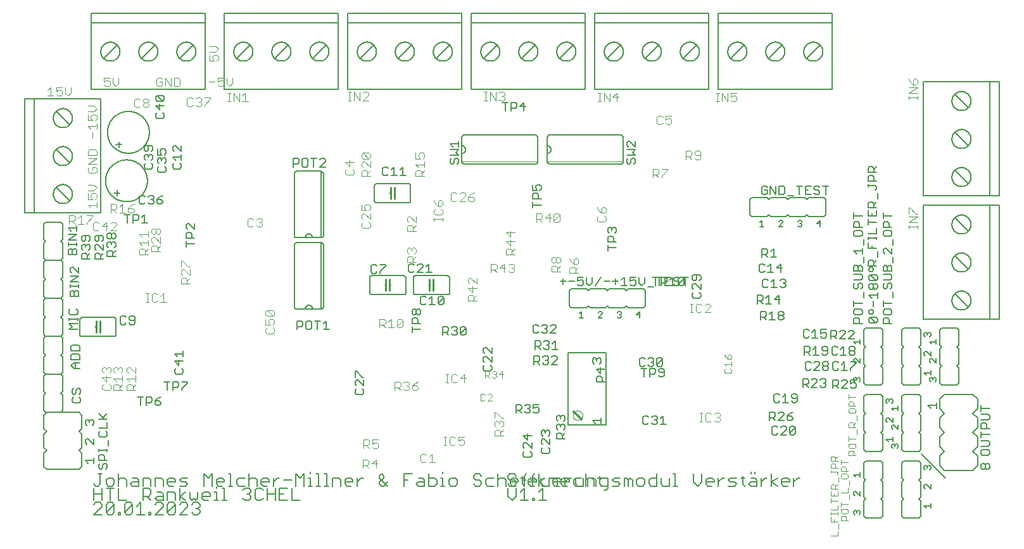
<source format=gbr>
G04 EAGLE Gerber RS-274X export*
G75*
%MOMM*%
%FSLAX34Y34*%
%LPD*%
%INSilkscreen Top*%
%IPPOS*%
%AMOC8*
5,1,8,0,0,1.08239X$1,22.5*%
G01*
%ADD10C,0.152400*%
%ADD11C,0.101600*%
%ADD12C,0.127000*%
%ADD13C,0.050800*%
%ADD14C,0.304800*%
%ADD15C,0.254000*%
%ADD16C,0.076200*%


D10*
X1230630Y382270D02*
X1198880Y414020D01*
X94914Y371602D02*
X92202Y374314D01*
X94914Y371602D02*
X97625Y371602D01*
X100337Y374314D01*
X100337Y387872D01*
X97625Y387872D02*
X103049Y387872D01*
X111285Y371602D02*
X116709Y371602D01*
X119420Y374314D01*
X119420Y379737D01*
X116709Y382449D01*
X111285Y382449D01*
X108574Y379737D01*
X108574Y374314D01*
X111285Y371602D01*
X124945Y371602D02*
X124945Y387872D01*
X127657Y382449D02*
X124945Y379737D01*
X127657Y382449D02*
X133080Y382449D01*
X135792Y379737D01*
X135792Y371602D01*
X144028Y382449D02*
X149452Y382449D01*
X152163Y379737D01*
X152163Y371602D01*
X144028Y371602D01*
X141317Y374314D01*
X144028Y377025D01*
X152163Y377025D01*
X157688Y371602D02*
X157688Y382449D01*
X165823Y382449D01*
X168535Y379737D01*
X168535Y371602D01*
X174060Y371602D02*
X174060Y382449D01*
X182195Y382449D01*
X184906Y379737D01*
X184906Y371602D01*
X193143Y371602D02*
X198566Y371602D01*
X193143Y371602D02*
X190431Y374314D01*
X190431Y379737D01*
X193143Y382449D01*
X198566Y382449D01*
X201278Y379737D01*
X201278Y377025D01*
X190431Y377025D01*
X206803Y371602D02*
X214938Y371602D01*
X217650Y374314D01*
X214938Y377025D01*
X209515Y377025D01*
X206803Y379737D01*
X209515Y382449D01*
X217650Y382449D01*
X239546Y387872D02*
X239546Y371602D01*
X244969Y382449D02*
X239546Y387872D01*
X244969Y382449D02*
X250393Y387872D01*
X250393Y371602D01*
X258629Y371602D02*
X264053Y371602D01*
X258629Y371602D02*
X255918Y374314D01*
X255918Y379737D01*
X258629Y382449D01*
X264053Y382449D01*
X266764Y379737D01*
X266764Y377025D01*
X255918Y377025D01*
X272289Y387872D02*
X275001Y387872D01*
X275001Y371602D01*
X277712Y371602D02*
X272289Y371602D01*
X285915Y382449D02*
X294050Y382449D01*
X285915Y382449D02*
X283204Y379737D01*
X283204Y374314D01*
X285915Y371602D01*
X294050Y371602D01*
X299575Y371602D02*
X299575Y387872D01*
X302287Y382449D02*
X299575Y379737D01*
X302287Y382449D02*
X307710Y382449D01*
X310422Y379737D01*
X310422Y371602D01*
X318658Y371602D02*
X324082Y371602D01*
X318658Y371602D02*
X315947Y374314D01*
X315947Y379737D01*
X318658Y382449D01*
X324082Y382449D01*
X326793Y379737D01*
X326793Y377025D01*
X315947Y377025D01*
X332318Y371602D02*
X332318Y382449D01*
X332318Y377025D02*
X337742Y382449D01*
X340453Y382449D01*
X345961Y379737D02*
X356808Y379737D01*
X362333Y371602D02*
X362333Y387872D01*
X367756Y382449D01*
X373179Y387872D01*
X373179Y371602D01*
X378704Y382449D02*
X381416Y382449D01*
X381416Y371602D01*
X378704Y371602D02*
X384128Y371602D01*
X381416Y387872D02*
X381416Y390584D01*
X389619Y387872D02*
X392330Y387872D01*
X392330Y371602D01*
X389619Y371602D02*
X395042Y371602D01*
X400533Y387872D02*
X403245Y387872D01*
X403245Y371602D01*
X405956Y371602D02*
X400533Y371602D01*
X411447Y371602D02*
X411447Y382449D01*
X419582Y382449D01*
X422294Y379737D01*
X422294Y371602D01*
X430531Y371602D02*
X435954Y371602D01*
X430531Y371602D02*
X427819Y374314D01*
X427819Y379737D01*
X430531Y382449D01*
X435954Y382449D01*
X438666Y379737D01*
X438666Y377025D01*
X427819Y377025D01*
X444191Y371602D02*
X444191Y382449D01*
X449614Y382449D02*
X444191Y377025D01*
X449614Y382449D02*
X452326Y382449D01*
X479628Y371602D02*
X485052Y377025D01*
X479628Y371602D02*
X476917Y371602D01*
X474205Y374314D01*
X474205Y377025D01*
X479628Y382449D01*
X479628Y385160D01*
X476917Y387872D01*
X474205Y385160D01*
X474205Y382449D01*
X485052Y371602D01*
X506948Y371602D02*
X506948Y387872D01*
X517795Y387872D01*
X512372Y379737D02*
X506948Y379737D01*
X526031Y382449D02*
X531455Y382449D01*
X534166Y379737D01*
X534166Y371602D01*
X526031Y371602D01*
X523320Y374314D01*
X526031Y377025D01*
X534166Y377025D01*
X539691Y371602D02*
X539691Y387872D01*
X539691Y371602D02*
X547826Y371602D01*
X550538Y374314D01*
X550538Y379737D01*
X547826Y382449D01*
X539691Y382449D01*
X556063Y382449D02*
X558775Y382449D01*
X558775Y371602D01*
X561486Y371602D02*
X556063Y371602D01*
X558775Y387872D02*
X558775Y390584D01*
X569689Y371602D02*
X575112Y371602D01*
X577824Y374314D01*
X577824Y379737D01*
X575112Y382449D01*
X569689Y382449D01*
X566977Y379737D01*
X566977Y374314D01*
X569689Y371602D01*
X607855Y387872D02*
X610567Y385160D01*
X607855Y387872D02*
X602432Y387872D01*
X599720Y385160D01*
X599720Y382449D01*
X602432Y379737D01*
X607855Y379737D01*
X610567Y377025D01*
X610567Y374314D01*
X607855Y371602D01*
X602432Y371602D01*
X599720Y374314D01*
X618804Y382449D02*
X626939Y382449D01*
X618804Y382449D02*
X616092Y379737D01*
X616092Y374314D01*
X618804Y371602D01*
X626939Y371602D01*
X632464Y371602D02*
X632464Y387872D01*
X635175Y382449D02*
X632464Y379737D01*
X635175Y382449D02*
X640599Y382449D01*
X643310Y379737D01*
X643310Y371602D01*
X651547Y371602D02*
X656970Y371602D01*
X651547Y371602D02*
X648835Y374314D01*
X648835Y379737D01*
X651547Y382449D01*
X656970Y382449D01*
X659682Y379737D01*
X659682Y377025D01*
X648835Y377025D01*
X667918Y371602D02*
X667918Y385160D01*
X670630Y387872D01*
X670630Y379737D02*
X665207Y379737D01*
X678833Y385160D02*
X678833Y371602D01*
X678833Y385160D02*
X681544Y387872D01*
X681544Y379737D02*
X676121Y379737D01*
X687035Y371602D02*
X687035Y387872D01*
X687035Y377025D02*
X695170Y371602D01*
X687035Y377025D02*
X695170Y382449D01*
X700678Y382449D02*
X700678Y371602D01*
X700678Y382449D02*
X708813Y382449D01*
X711525Y379737D01*
X711525Y371602D01*
X719762Y371602D02*
X725185Y371602D01*
X719762Y371602D02*
X717050Y374314D01*
X717050Y379737D01*
X719762Y382449D01*
X725185Y382449D01*
X727897Y379737D01*
X727897Y377025D01*
X717050Y377025D01*
X736133Y382449D02*
X744268Y382449D01*
X736133Y382449D02*
X733422Y379737D01*
X733422Y374314D01*
X736133Y371602D01*
X744268Y371602D01*
X749793Y371602D02*
X749793Y387872D01*
X752505Y382449D02*
X749793Y379737D01*
X752505Y382449D02*
X757928Y382449D01*
X760640Y379737D01*
X760640Y371602D01*
X768876Y374314D02*
X768876Y385160D01*
X768876Y374314D02*
X771588Y371602D01*
X771588Y382449D02*
X766165Y382449D01*
X92202Y368822D02*
X92202Y352552D01*
X92202Y360687D02*
X103049Y360687D01*
X103049Y368822D02*
X103049Y352552D01*
X113997Y352552D02*
X113997Y368822D01*
X108574Y368822D02*
X119420Y368822D01*
X124945Y368822D02*
X124945Y352552D01*
X135792Y352552D01*
X157688Y352552D02*
X157688Y368822D01*
X165823Y368822D01*
X168535Y366110D01*
X168535Y360687D01*
X165823Y357975D01*
X157688Y357975D01*
X163112Y357975D02*
X168535Y352552D01*
X176771Y363399D02*
X182195Y363399D01*
X184906Y360687D01*
X184906Y352552D01*
X176771Y352552D01*
X174060Y355264D01*
X176771Y357975D01*
X184906Y357975D01*
X190431Y352552D02*
X190431Y363399D01*
X198566Y363399D01*
X201278Y360687D01*
X201278Y352552D01*
X206803Y352552D02*
X206803Y368822D01*
X206803Y357975D02*
X214938Y352552D01*
X206803Y357975D02*
X214938Y363399D01*
X220446Y363399D02*
X220446Y355264D01*
X223158Y352552D01*
X225869Y355264D01*
X228581Y352552D01*
X231293Y355264D01*
X231293Y363399D01*
X239529Y352552D02*
X244952Y352552D01*
X239529Y352552D02*
X236817Y355264D01*
X236817Y360687D01*
X239529Y363399D01*
X244952Y363399D01*
X247664Y360687D01*
X247664Y357975D01*
X236817Y357975D01*
X253189Y363399D02*
X255901Y363399D01*
X255901Y352552D01*
X258612Y352552D02*
X253189Y352552D01*
X255901Y368822D02*
X255901Y371534D01*
X264103Y368822D02*
X266815Y368822D01*
X266815Y352552D01*
X264103Y352552D02*
X269527Y352552D01*
X291389Y366110D02*
X294101Y368822D01*
X299524Y368822D01*
X302236Y366110D01*
X302236Y363399D01*
X299524Y360687D01*
X296813Y360687D01*
X299524Y360687D02*
X302236Y357975D01*
X302236Y355264D01*
X299524Y352552D01*
X294101Y352552D01*
X291389Y355264D01*
X315896Y368822D02*
X318608Y366110D01*
X315896Y368822D02*
X310473Y368822D01*
X307761Y366110D01*
X307761Y355264D01*
X310473Y352552D01*
X315896Y352552D01*
X318608Y355264D01*
X324132Y352552D02*
X324132Y368822D01*
X324132Y360687D02*
X334979Y360687D01*
X334979Y368822D02*
X334979Y352552D01*
X340504Y368822D02*
X351351Y368822D01*
X340504Y368822D02*
X340504Y352552D01*
X351351Y352552D01*
X345927Y360687D02*
X340504Y360687D01*
X356876Y368822D02*
X356876Y352552D01*
X367722Y352552D01*
X654057Y387872D02*
X656769Y385160D01*
X654057Y387872D02*
X648634Y387872D01*
X645922Y385160D01*
X645922Y382449D01*
X648634Y379737D01*
X654057Y379737D01*
X656769Y377025D01*
X656769Y374314D01*
X654057Y371602D01*
X648634Y371602D01*
X645922Y374314D01*
X665005Y374314D02*
X665005Y385160D01*
X665005Y374314D02*
X667717Y371602D01*
X667717Y382449D02*
X662294Y382449D01*
X675920Y371602D02*
X681343Y371602D01*
X675920Y371602D02*
X673208Y374314D01*
X673208Y379737D01*
X675920Y382449D01*
X681343Y382449D01*
X684055Y379737D01*
X684055Y377025D01*
X673208Y377025D01*
X689580Y374314D02*
X689580Y382449D01*
X689580Y374314D02*
X692291Y371602D01*
X700426Y371602D01*
X700426Y382449D01*
X708663Y371602D02*
X714086Y371602D01*
X708663Y371602D02*
X705951Y374314D01*
X705951Y379737D01*
X708663Y382449D01*
X714086Y382449D01*
X716798Y379737D01*
X716798Y377025D01*
X705951Y377025D01*
X722323Y371602D02*
X722323Y382449D01*
X727746Y382449D02*
X722323Y377025D01*
X727746Y382449D02*
X730458Y382449D01*
X735966Y382449D02*
X735966Y374314D01*
X738677Y371602D01*
X746812Y371602D01*
X746812Y382449D01*
X752337Y382449D02*
X752337Y371602D01*
X752337Y382449D02*
X760472Y382449D01*
X763184Y379737D01*
X763184Y371602D01*
X774132Y366179D02*
X776844Y366179D01*
X779555Y368890D01*
X779555Y382449D01*
X771420Y382449D01*
X768709Y379737D01*
X768709Y374314D01*
X771420Y371602D01*
X779555Y371602D01*
X785080Y371602D02*
X793215Y371602D01*
X795927Y374314D01*
X793215Y377025D01*
X787792Y377025D01*
X785080Y379737D01*
X787792Y382449D01*
X795927Y382449D01*
X801452Y382449D02*
X801452Y371602D01*
X801452Y382449D02*
X804163Y382449D01*
X806875Y379737D01*
X806875Y371602D01*
X806875Y379737D02*
X809587Y382449D01*
X812298Y379737D01*
X812298Y371602D01*
X820535Y371602D02*
X825958Y371602D01*
X828670Y374314D01*
X828670Y379737D01*
X825958Y382449D01*
X820535Y382449D01*
X817823Y379737D01*
X817823Y374314D01*
X820535Y371602D01*
X845042Y371602D02*
X845042Y387872D01*
X845042Y371602D02*
X836907Y371602D01*
X834195Y374314D01*
X834195Y379737D01*
X836907Y382449D01*
X845042Y382449D01*
X850567Y382449D02*
X850567Y374314D01*
X853278Y371602D01*
X861413Y371602D01*
X861413Y382449D01*
X866938Y387872D02*
X869650Y387872D01*
X869650Y371602D01*
X872361Y371602D02*
X866938Y371602D01*
X894224Y377025D02*
X894224Y387872D01*
X894224Y377025D02*
X899647Y371602D01*
X905071Y377025D01*
X905071Y387872D01*
X913307Y371602D02*
X918731Y371602D01*
X913307Y371602D02*
X910596Y374314D01*
X910596Y379737D01*
X913307Y382449D01*
X918731Y382449D01*
X921442Y379737D01*
X921442Y377025D01*
X910596Y377025D01*
X926967Y371602D02*
X926967Y382449D01*
X932390Y382449D02*
X926967Y377025D01*
X932390Y382449D02*
X935102Y382449D01*
X940610Y371602D02*
X948745Y371602D01*
X951457Y374314D01*
X948745Y377025D01*
X943322Y377025D01*
X940610Y379737D01*
X943322Y382449D01*
X951457Y382449D01*
X959693Y385160D02*
X959693Y374314D01*
X962405Y371602D01*
X962405Y382449D02*
X956982Y382449D01*
X970608Y382449D02*
X976031Y382449D01*
X978743Y379737D01*
X978743Y371602D01*
X970608Y371602D01*
X967896Y374314D01*
X970608Y377025D01*
X978743Y377025D01*
X970608Y387872D02*
X970608Y390584D01*
X976031Y390584D02*
X976031Y387872D01*
X984268Y382449D02*
X984268Y371602D01*
X984268Y377025D02*
X989691Y382449D01*
X992403Y382449D01*
X997911Y387872D02*
X997911Y371602D01*
X997911Y377025D02*
X1006046Y371602D01*
X997911Y377025D02*
X1006046Y382449D01*
X1014265Y371602D02*
X1019689Y371602D01*
X1014265Y371602D02*
X1011554Y374314D01*
X1011554Y379737D01*
X1014265Y382449D01*
X1019689Y382449D01*
X1022400Y379737D01*
X1022400Y377025D01*
X1011554Y377025D01*
X1027925Y371602D02*
X1027925Y382449D01*
X1033348Y382449D02*
X1027925Y377025D01*
X1033348Y382449D02*
X1036060Y382449D01*
X645922Y368822D02*
X645922Y357975D01*
X651345Y352552D01*
X656769Y357975D01*
X656769Y368822D01*
X662294Y363399D02*
X667717Y368822D01*
X667717Y352552D01*
X662294Y352552D02*
X673140Y352552D01*
X678665Y352552D02*
X678665Y355264D01*
X681377Y355264D01*
X681377Y352552D01*
X678665Y352552D01*
X686851Y363399D02*
X692274Y368822D01*
X692274Y352552D01*
X686851Y352552D02*
X697698Y352552D01*
X103049Y333502D02*
X92202Y333502D01*
X103049Y344349D01*
X103049Y347060D01*
X100337Y349772D01*
X94914Y349772D01*
X92202Y347060D01*
X108574Y347060D02*
X108574Y336214D01*
X108574Y347060D02*
X111285Y349772D01*
X116709Y349772D01*
X119420Y347060D01*
X119420Y336214D01*
X116709Y333502D01*
X111285Y333502D01*
X108574Y336214D01*
X119420Y347060D01*
X124945Y336214D02*
X124945Y333502D01*
X124945Y336214D02*
X127657Y336214D01*
X127657Y333502D01*
X124945Y333502D01*
X133131Y336214D02*
X133131Y347060D01*
X135843Y349772D01*
X141266Y349772D01*
X143978Y347060D01*
X143978Y336214D01*
X141266Y333502D01*
X135843Y333502D01*
X133131Y336214D01*
X143978Y347060D01*
X149502Y344349D02*
X154926Y349772D01*
X154926Y333502D01*
X160349Y333502D02*
X149502Y333502D01*
X165874Y333502D02*
X165874Y336214D01*
X168586Y336214D01*
X168586Y333502D01*
X165874Y333502D01*
X174060Y333502D02*
X184906Y333502D01*
X174060Y333502D02*
X184906Y344349D01*
X184906Y347060D01*
X182195Y349772D01*
X176771Y349772D01*
X174060Y347060D01*
X190431Y347060D02*
X190431Y336214D01*
X190431Y347060D02*
X193143Y349772D01*
X198566Y349772D01*
X201278Y347060D01*
X201278Y336214D01*
X198566Y333502D01*
X193143Y333502D01*
X190431Y336214D01*
X201278Y347060D01*
X206803Y333502D02*
X217650Y333502D01*
X206803Y333502D02*
X217650Y344349D01*
X217650Y347060D01*
X214938Y349772D01*
X209515Y349772D01*
X206803Y347060D01*
X223175Y347060D02*
X225886Y349772D01*
X231309Y349772D01*
X234021Y347060D01*
X234021Y344349D01*
X231309Y341637D01*
X228598Y341637D01*
X231309Y341637D02*
X234021Y338925D01*
X234021Y336214D01*
X231309Y333502D01*
X225886Y333502D01*
X223175Y336214D01*
D11*
X428488Y793227D02*
X430437Y795176D01*
X428488Y793227D02*
X428488Y789329D01*
X430437Y787380D01*
X438233Y787380D01*
X440182Y789329D01*
X440182Y793227D01*
X438233Y795176D01*
X440182Y804921D02*
X428488Y804921D01*
X434335Y799074D01*
X434335Y806870D01*
D10*
X360172Y693420D02*
X360172Y612140D01*
X399288Y693420D02*
X399286Y693542D01*
X399280Y693664D01*
X399270Y693786D01*
X399257Y693907D01*
X399239Y694028D01*
X399218Y694148D01*
X399192Y694268D01*
X399163Y694386D01*
X399131Y694504D01*
X399094Y694621D01*
X399054Y694736D01*
X399010Y694850D01*
X398962Y694962D01*
X398911Y695073D01*
X398856Y695182D01*
X398798Y695290D01*
X398736Y695395D01*
X398671Y695498D01*
X398603Y695600D01*
X398531Y695699D01*
X398457Y695795D01*
X398379Y695890D01*
X398298Y695981D01*
X398215Y696071D01*
X398129Y696157D01*
X398039Y696240D01*
X397948Y696321D01*
X397853Y696399D01*
X397757Y696473D01*
X397658Y696545D01*
X397556Y696613D01*
X397453Y696678D01*
X397348Y696740D01*
X397240Y696798D01*
X397131Y696853D01*
X397020Y696904D01*
X396908Y696952D01*
X396794Y696996D01*
X396679Y697036D01*
X396562Y697073D01*
X396444Y697105D01*
X396326Y697134D01*
X396206Y697160D01*
X396086Y697181D01*
X395965Y697199D01*
X395844Y697212D01*
X395722Y697222D01*
X395600Y697228D01*
X395478Y697230D01*
X360172Y612140D02*
X360174Y612018D01*
X360180Y611896D01*
X360190Y611774D01*
X360203Y611653D01*
X360221Y611532D01*
X360242Y611412D01*
X360268Y611292D01*
X360297Y611174D01*
X360329Y611056D01*
X360366Y610939D01*
X360406Y610824D01*
X360450Y610710D01*
X360498Y610598D01*
X360549Y610487D01*
X360604Y610378D01*
X360662Y610270D01*
X360724Y610165D01*
X360789Y610062D01*
X360857Y609960D01*
X360929Y609861D01*
X361003Y609765D01*
X361081Y609670D01*
X361162Y609579D01*
X361245Y609489D01*
X361331Y609403D01*
X361421Y609320D01*
X361512Y609239D01*
X361607Y609161D01*
X361703Y609087D01*
X361802Y609015D01*
X361904Y608947D01*
X362007Y608882D01*
X362112Y608820D01*
X362220Y608762D01*
X362329Y608707D01*
X362440Y608656D01*
X362552Y608608D01*
X362666Y608564D01*
X362781Y608524D01*
X362898Y608487D01*
X363016Y608455D01*
X363134Y608426D01*
X363254Y608400D01*
X363374Y608379D01*
X363495Y608361D01*
X363616Y608348D01*
X363738Y608338D01*
X363860Y608332D01*
X363982Y608330D01*
X360172Y693420D02*
X360174Y693542D01*
X360180Y693664D01*
X360190Y693786D01*
X360203Y693907D01*
X360221Y694028D01*
X360242Y694148D01*
X360268Y694268D01*
X360297Y694386D01*
X360329Y694504D01*
X360366Y694621D01*
X360406Y694736D01*
X360450Y694850D01*
X360498Y694962D01*
X360549Y695073D01*
X360604Y695182D01*
X360662Y695290D01*
X360724Y695395D01*
X360789Y695498D01*
X360857Y695600D01*
X360929Y695699D01*
X361003Y695795D01*
X361081Y695890D01*
X361162Y695981D01*
X361245Y696071D01*
X361331Y696157D01*
X361421Y696240D01*
X361512Y696321D01*
X361607Y696399D01*
X361703Y696473D01*
X361802Y696545D01*
X361904Y696613D01*
X362007Y696678D01*
X362112Y696740D01*
X362220Y696798D01*
X362329Y696853D01*
X362440Y696904D01*
X362552Y696952D01*
X362666Y696996D01*
X362781Y697036D01*
X362898Y697073D01*
X363016Y697105D01*
X363134Y697134D01*
X363254Y697160D01*
X363374Y697181D01*
X363495Y697199D01*
X363616Y697212D01*
X363738Y697222D01*
X363860Y697228D01*
X363982Y697230D01*
X399288Y612140D02*
X399286Y612018D01*
X399280Y611896D01*
X399270Y611774D01*
X399257Y611653D01*
X399239Y611532D01*
X399218Y611412D01*
X399192Y611292D01*
X399163Y611174D01*
X399131Y611056D01*
X399094Y610939D01*
X399054Y610824D01*
X399010Y610710D01*
X398962Y610598D01*
X398911Y610487D01*
X398856Y610378D01*
X398798Y610270D01*
X398736Y610165D01*
X398671Y610062D01*
X398603Y609960D01*
X398531Y609861D01*
X398457Y609765D01*
X398379Y609670D01*
X398298Y609579D01*
X398215Y609489D01*
X398129Y609403D01*
X398039Y609320D01*
X397948Y609239D01*
X397853Y609161D01*
X397757Y609087D01*
X397658Y609015D01*
X397556Y608947D01*
X397453Y608882D01*
X397348Y608820D01*
X397240Y608762D01*
X397131Y608707D01*
X397020Y608656D01*
X396908Y608608D01*
X396794Y608564D01*
X396679Y608524D01*
X396562Y608487D01*
X396444Y608455D01*
X396326Y608426D01*
X396206Y608400D01*
X396086Y608379D01*
X395965Y608361D01*
X395844Y608348D01*
X395722Y608338D01*
X395600Y608332D01*
X395478Y608330D01*
X399288Y612140D02*
X399288Y693420D01*
X395478Y697230D02*
X363982Y697230D01*
X363982Y608330D02*
X374650Y608330D01*
X384810Y608330D01*
X395478Y608330D01*
X384810Y608330D02*
X384808Y608471D01*
X384802Y608612D01*
X384792Y608753D01*
X384779Y608894D01*
X384761Y609034D01*
X384739Y609173D01*
X384714Y609312D01*
X384685Y609451D01*
X384652Y609588D01*
X384615Y609724D01*
X384574Y609859D01*
X384530Y609994D01*
X384482Y610126D01*
X384430Y610258D01*
X384375Y610388D01*
X384316Y610516D01*
X384253Y610643D01*
X384187Y610767D01*
X384118Y610890D01*
X384045Y611011D01*
X383969Y611130D01*
X383889Y611247D01*
X383806Y611361D01*
X383721Y611474D01*
X383632Y611583D01*
X383540Y611691D01*
X383445Y611795D01*
X383347Y611897D01*
X383246Y611996D01*
X383143Y612093D01*
X383037Y612186D01*
X382929Y612276D01*
X382818Y612364D01*
X382705Y612448D01*
X382589Y612529D01*
X382471Y612607D01*
X382351Y612682D01*
X382229Y612753D01*
X382105Y612821D01*
X381979Y612885D01*
X381852Y612946D01*
X381723Y613003D01*
X381592Y613056D01*
X381460Y613106D01*
X381327Y613153D01*
X381192Y613195D01*
X381056Y613234D01*
X380919Y613269D01*
X380782Y613300D01*
X380643Y613327D01*
X380504Y613351D01*
X380364Y613370D01*
X380224Y613386D01*
X380083Y613398D01*
X379942Y613406D01*
X379801Y613410D01*
X379659Y613410D01*
X379518Y613406D01*
X379377Y613398D01*
X379236Y613386D01*
X379096Y613370D01*
X378956Y613351D01*
X378817Y613327D01*
X378678Y613300D01*
X378541Y613269D01*
X378404Y613234D01*
X378268Y613195D01*
X378133Y613153D01*
X378000Y613106D01*
X377868Y613056D01*
X377737Y613003D01*
X377608Y612946D01*
X377481Y612885D01*
X377355Y612821D01*
X377231Y612753D01*
X377109Y612682D01*
X376989Y612607D01*
X376871Y612529D01*
X376755Y612448D01*
X376642Y612364D01*
X376531Y612276D01*
X376423Y612186D01*
X376317Y612093D01*
X376214Y611996D01*
X376113Y611897D01*
X376015Y611795D01*
X375920Y611691D01*
X375828Y611583D01*
X375739Y611474D01*
X375654Y611361D01*
X375571Y611247D01*
X375491Y611130D01*
X375415Y611011D01*
X375342Y610890D01*
X375273Y610767D01*
X375207Y610643D01*
X375144Y610516D01*
X375085Y610388D01*
X375030Y610258D01*
X374978Y610126D01*
X374930Y609994D01*
X374886Y609859D01*
X374845Y609724D01*
X374808Y609588D01*
X374775Y609451D01*
X374746Y609312D01*
X374721Y609173D01*
X374699Y609034D01*
X374681Y608894D01*
X374668Y608753D01*
X374658Y608612D01*
X374652Y608471D01*
X374650Y608330D01*
X395732Y608330D02*
X395732Y697230D01*
D12*
X364069Y592465D02*
X364069Y581025D01*
X364069Y592465D02*
X369789Y592465D01*
X371696Y590558D01*
X371696Y586745D01*
X369789Y584838D01*
X364069Y584838D01*
X377670Y592465D02*
X381483Y592465D01*
X377670Y592465D02*
X375763Y590558D01*
X375763Y582932D01*
X377670Y581025D01*
X381483Y581025D01*
X383390Y582932D01*
X383390Y590558D01*
X381483Y592465D01*
X391270Y592465D02*
X391270Y581025D01*
X387457Y592465D02*
X395083Y592465D01*
X399151Y588652D02*
X402964Y592465D01*
X402964Y581025D01*
X399151Y581025D02*
X406777Y581025D01*
D10*
X360172Y707390D02*
X360172Y788670D01*
X395478Y792480D02*
X395600Y792478D01*
X395722Y792472D01*
X395844Y792462D01*
X395965Y792449D01*
X396086Y792431D01*
X396206Y792410D01*
X396326Y792384D01*
X396444Y792355D01*
X396562Y792323D01*
X396679Y792286D01*
X396794Y792246D01*
X396908Y792202D01*
X397020Y792154D01*
X397131Y792103D01*
X397240Y792048D01*
X397348Y791990D01*
X397453Y791928D01*
X397556Y791863D01*
X397658Y791795D01*
X397757Y791723D01*
X397853Y791649D01*
X397948Y791571D01*
X398039Y791490D01*
X398129Y791407D01*
X398215Y791321D01*
X398298Y791231D01*
X398379Y791140D01*
X398457Y791045D01*
X398531Y790949D01*
X398603Y790850D01*
X398671Y790748D01*
X398736Y790645D01*
X398798Y790540D01*
X398856Y790432D01*
X398911Y790323D01*
X398962Y790212D01*
X399010Y790100D01*
X399054Y789986D01*
X399094Y789871D01*
X399131Y789754D01*
X399163Y789636D01*
X399192Y789518D01*
X399218Y789398D01*
X399239Y789278D01*
X399257Y789157D01*
X399270Y789036D01*
X399280Y788914D01*
X399286Y788792D01*
X399288Y788670D01*
X360172Y707390D02*
X360174Y707268D01*
X360180Y707146D01*
X360190Y707024D01*
X360203Y706903D01*
X360221Y706782D01*
X360242Y706662D01*
X360268Y706542D01*
X360297Y706424D01*
X360329Y706306D01*
X360366Y706189D01*
X360406Y706074D01*
X360450Y705960D01*
X360498Y705848D01*
X360549Y705737D01*
X360604Y705628D01*
X360662Y705520D01*
X360724Y705415D01*
X360789Y705312D01*
X360857Y705210D01*
X360929Y705111D01*
X361003Y705015D01*
X361081Y704920D01*
X361162Y704829D01*
X361245Y704739D01*
X361331Y704653D01*
X361421Y704570D01*
X361512Y704489D01*
X361607Y704411D01*
X361703Y704337D01*
X361802Y704265D01*
X361904Y704197D01*
X362007Y704132D01*
X362112Y704070D01*
X362220Y704012D01*
X362329Y703957D01*
X362440Y703906D01*
X362552Y703858D01*
X362666Y703814D01*
X362781Y703774D01*
X362898Y703737D01*
X363016Y703705D01*
X363134Y703676D01*
X363254Y703650D01*
X363374Y703629D01*
X363495Y703611D01*
X363616Y703598D01*
X363738Y703588D01*
X363860Y703582D01*
X363982Y703580D01*
X360172Y788670D02*
X360174Y788792D01*
X360180Y788914D01*
X360190Y789036D01*
X360203Y789157D01*
X360221Y789278D01*
X360242Y789398D01*
X360268Y789518D01*
X360297Y789636D01*
X360329Y789754D01*
X360366Y789871D01*
X360406Y789986D01*
X360450Y790100D01*
X360498Y790212D01*
X360549Y790323D01*
X360604Y790432D01*
X360662Y790540D01*
X360724Y790645D01*
X360789Y790748D01*
X360857Y790850D01*
X360929Y790949D01*
X361003Y791045D01*
X361081Y791140D01*
X361162Y791231D01*
X361245Y791321D01*
X361331Y791407D01*
X361421Y791490D01*
X361512Y791571D01*
X361607Y791649D01*
X361703Y791723D01*
X361802Y791795D01*
X361904Y791863D01*
X362007Y791928D01*
X362112Y791990D01*
X362220Y792048D01*
X362329Y792103D01*
X362440Y792154D01*
X362552Y792202D01*
X362666Y792246D01*
X362781Y792286D01*
X362898Y792323D01*
X363016Y792355D01*
X363134Y792384D01*
X363254Y792410D01*
X363374Y792431D01*
X363495Y792449D01*
X363616Y792462D01*
X363738Y792472D01*
X363860Y792478D01*
X363982Y792480D01*
X399288Y707390D02*
X399286Y707268D01*
X399280Y707146D01*
X399270Y707024D01*
X399257Y706903D01*
X399239Y706782D01*
X399218Y706662D01*
X399192Y706542D01*
X399163Y706424D01*
X399131Y706306D01*
X399094Y706189D01*
X399054Y706074D01*
X399010Y705960D01*
X398962Y705848D01*
X398911Y705737D01*
X398856Y705628D01*
X398798Y705520D01*
X398736Y705415D01*
X398671Y705312D01*
X398603Y705210D01*
X398531Y705111D01*
X398457Y705015D01*
X398379Y704920D01*
X398298Y704829D01*
X398215Y704739D01*
X398129Y704653D01*
X398039Y704570D01*
X397948Y704489D01*
X397853Y704411D01*
X397757Y704337D01*
X397658Y704265D01*
X397556Y704197D01*
X397453Y704132D01*
X397348Y704070D01*
X397240Y704012D01*
X397131Y703957D01*
X397020Y703906D01*
X396908Y703858D01*
X396794Y703814D01*
X396679Y703774D01*
X396562Y703737D01*
X396444Y703705D01*
X396326Y703676D01*
X396206Y703650D01*
X396086Y703629D01*
X395965Y703611D01*
X395844Y703598D01*
X395722Y703588D01*
X395600Y703582D01*
X395478Y703580D01*
X399288Y707390D02*
X399288Y788670D01*
X395478Y792480D02*
X363982Y792480D01*
X363982Y703580D02*
X374650Y703580D01*
X384810Y703580D01*
X395478Y703580D01*
X384810Y703580D02*
X384808Y703721D01*
X384802Y703862D01*
X384792Y704003D01*
X384779Y704144D01*
X384761Y704284D01*
X384739Y704423D01*
X384714Y704562D01*
X384685Y704701D01*
X384652Y704838D01*
X384615Y704974D01*
X384574Y705109D01*
X384530Y705244D01*
X384482Y705376D01*
X384430Y705508D01*
X384375Y705638D01*
X384316Y705766D01*
X384253Y705893D01*
X384187Y706017D01*
X384118Y706140D01*
X384045Y706261D01*
X383969Y706380D01*
X383889Y706497D01*
X383806Y706611D01*
X383721Y706724D01*
X383632Y706833D01*
X383540Y706941D01*
X383445Y707045D01*
X383347Y707147D01*
X383246Y707246D01*
X383143Y707343D01*
X383037Y707436D01*
X382929Y707526D01*
X382818Y707614D01*
X382705Y707698D01*
X382589Y707779D01*
X382471Y707857D01*
X382351Y707932D01*
X382229Y708003D01*
X382105Y708071D01*
X381979Y708135D01*
X381852Y708196D01*
X381723Y708253D01*
X381592Y708306D01*
X381460Y708356D01*
X381327Y708403D01*
X381192Y708445D01*
X381056Y708484D01*
X380919Y708519D01*
X380782Y708550D01*
X380643Y708577D01*
X380504Y708601D01*
X380364Y708620D01*
X380224Y708636D01*
X380083Y708648D01*
X379942Y708656D01*
X379801Y708660D01*
X379659Y708660D01*
X379518Y708656D01*
X379377Y708648D01*
X379236Y708636D01*
X379096Y708620D01*
X378956Y708601D01*
X378817Y708577D01*
X378678Y708550D01*
X378541Y708519D01*
X378404Y708484D01*
X378268Y708445D01*
X378133Y708403D01*
X378000Y708356D01*
X377868Y708306D01*
X377737Y708253D01*
X377608Y708196D01*
X377481Y708135D01*
X377355Y708071D01*
X377231Y708003D01*
X377109Y707932D01*
X376989Y707857D01*
X376871Y707779D01*
X376755Y707698D01*
X376642Y707614D01*
X376531Y707526D01*
X376423Y707436D01*
X376317Y707343D01*
X376214Y707246D01*
X376113Y707147D01*
X376015Y707045D01*
X375920Y706941D01*
X375828Y706833D01*
X375739Y706724D01*
X375654Y706611D01*
X375571Y706497D01*
X375491Y706380D01*
X375415Y706261D01*
X375342Y706140D01*
X375273Y706017D01*
X375207Y705893D01*
X375144Y705766D01*
X375085Y705638D01*
X375030Y705508D01*
X374978Y705376D01*
X374930Y705244D01*
X374886Y705109D01*
X374845Y704974D01*
X374808Y704838D01*
X374775Y704701D01*
X374746Y704562D01*
X374721Y704423D01*
X374699Y704284D01*
X374681Y704144D01*
X374668Y704003D01*
X374658Y703862D01*
X374652Y703721D01*
X374650Y703580D01*
X395732Y703580D02*
X395732Y792480D01*
D12*
X358989Y798195D02*
X358989Y809635D01*
X364709Y809635D01*
X366616Y807728D01*
X366616Y803915D01*
X364709Y802008D01*
X358989Y802008D01*
X372590Y809635D02*
X376403Y809635D01*
X372590Y809635D02*
X370683Y807728D01*
X370683Y800102D01*
X372590Y798195D01*
X376403Y798195D01*
X378310Y800102D01*
X378310Y807728D01*
X376403Y809635D01*
X386190Y809635D02*
X386190Y798195D01*
X382377Y809635D02*
X390003Y809635D01*
X394071Y798195D02*
X401697Y798195D01*
X394071Y798195D02*
X401697Y805822D01*
X401697Y807728D01*
X399791Y809635D01*
X395978Y809635D01*
X394071Y807728D01*
D11*
X148082Y499618D02*
X136388Y499618D01*
X136388Y505465D01*
X138337Y507414D01*
X142235Y507414D01*
X144184Y505465D01*
X144184Y499618D01*
X144184Y503516D02*
X148082Y507414D01*
X140286Y511312D02*
X136388Y515210D01*
X148082Y515210D01*
X148082Y511312D02*
X148082Y519108D01*
X148082Y523006D02*
X148082Y530802D01*
X148082Y523006D02*
X140286Y530802D01*
X138337Y530802D01*
X136388Y528853D01*
X136388Y524955D01*
X138337Y523006D01*
X130302Y499618D02*
X118608Y499618D01*
X118608Y505465D01*
X120557Y507414D01*
X124455Y507414D01*
X126404Y505465D01*
X126404Y499618D01*
X126404Y503516D02*
X130302Y507414D01*
X122506Y511312D02*
X118608Y515210D01*
X130302Y515210D01*
X130302Y511312D02*
X130302Y519108D01*
X120557Y523006D02*
X118608Y524955D01*
X118608Y528853D01*
X120557Y530802D01*
X122506Y530802D01*
X124455Y528853D01*
X124455Y526904D01*
X124455Y528853D02*
X126404Y530802D01*
X128353Y530802D01*
X130302Y528853D01*
X130302Y524955D01*
X128353Y523006D01*
X114808Y737108D02*
X114808Y748802D01*
X120655Y748802D01*
X122604Y746853D01*
X122604Y742955D01*
X120655Y741006D01*
X114808Y741006D01*
X118706Y741006D02*
X122604Y737108D01*
X126502Y744904D02*
X130400Y748802D01*
X130400Y737108D01*
X126502Y737108D02*
X134298Y737108D01*
X142094Y746853D02*
X145992Y748802D01*
X142094Y746853D02*
X138196Y742955D01*
X138196Y739057D01*
X140145Y737108D01*
X144043Y737108D01*
X145992Y739057D01*
X145992Y741006D01*
X144043Y742955D01*
X138196Y742955D01*
X59406Y733562D02*
X59406Y721868D01*
X59406Y733562D02*
X65253Y733562D01*
X67202Y731613D01*
X67202Y727715D01*
X65253Y725766D01*
X59406Y725766D01*
X63304Y725766D02*
X67202Y721868D01*
X71100Y729664D02*
X74998Y733562D01*
X74998Y721868D01*
X71100Y721868D02*
X78896Y721868D01*
X82794Y733562D02*
X90590Y733562D01*
X90590Y731613D01*
X82794Y723817D01*
X82794Y721868D01*
X728208Y656570D02*
X739902Y656570D01*
X728208Y656570D02*
X728208Y662417D01*
X730157Y664366D01*
X734055Y664366D01*
X736004Y662417D01*
X736004Y656570D01*
X736004Y660468D02*
X739902Y664366D01*
X730157Y672162D02*
X728208Y676060D01*
X730157Y672162D02*
X734055Y668264D01*
X737953Y668264D01*
X739902Y670213D01*
X739902Y674111D01*
X737953Y676060D01*
X736004Y676060D01*
X734055Y674111D01*
X734055Y668264D01*
X839450Y784098D02*
X839450Y795792D01*
X845297Y795792D01*
X847246Y793843D01*
X847246Y789945D01*
X845297Y787996D01*
X839450Y787996D01*
X843348Y787996D02*
X847246Y784098D01*
X851144Y795792D02*
X858940Y795792D01*
X858940Y793843D01*
X851144Y786047D01*
X851144Y784098D01*
X715772Y658368D02*
X704078Y658368D01*
X704078Y664215D01*
X706027Y666164D01*
X709925Y666164D01*
X711874Y664215D01*
X711874Y658368D01*
X711874Y662266D02*
X715772Y666164D01*
X706027Y670062D02*
X704078Y672011D01*
X704078Y675909D01*
X706027Y677858D01*
X707976Y677858D01*
X709925Y675909D01*
X711874Y677858D01*
X713823Y677858D01*
X715772Y675909D01*
X715772Y672011D01*
X713823Y670062D01*
X711874Y670062D01*
X709925Y672011D01*
X707976Y670062D01*
X706027Y670062D01*
X709925Y672011D02*
X709925Y675909D01*
X883900Y808228D02*
X883900Y819922D01*
X889747Y819922D01*
X891696Y817973D01*
X891696Y814075D01*
X889747Y812126D01*
X883900Y812126D01*
X887798Y812126D02*
X891696Y808228D01*
X895594Y810177D02*
X897543Y808228D01*
X901441Y808228D01*
X903390Y810177D01*
X903390Y817973D01*
X901441Y819922D01*
X897543Y819922D01*
X895594Y817973D01*
X895594Y816024D01*
X897543Y814075D01*
X903390Y814075D01*
D10*
X681990Y841248D02*
X588010Y841248D01*
X681990Y802132D02*
X682112Y802134D01*
X682234Y802140D01*
X682356Y802150D01*
X682477Y802163D01*
X682598Y802181D01*
X682718Y802202D01*
X682838Y802228D01*
X682956Y802257D01*
X683074Y802289D01*
X683191Y802326D01*
X683306Y802366D01*
X683420Y802410D01*
X683532Y802458D01*
X683643Y802509D01*
X683752Y802564D01*
X683860Y802622D01*
X683965Y802684D01*
X684068Y802749D01*
X684170Y802817D01*
X684269Y802889D01*
X684365Y802963D01*
X684460Y803041D01*
X684551Y803122D01*
X684641Y803205D01*
X684727Y803291D01*
X684810Y803381D01*
X684891Y803472D01*
X684969Y803567D01*
X685043Y803663D01*
X685115Y803762D01*
X685183Y803864D01*
X685248Y803967D01*
X685310Y804072D01*
X685368Y804180D01*
X685423Y804289D01*
X685474Y804400D01*
X685522Y804512D01*
X685566Y804626D01*
X685606Y804741D01*
X685643Y804858D01*
X685675Y804976D01*
X685704Y805094D01*
X685730Y805214D01*
X685751Y805334D01*
X685769Y805455D01*
X685782Y805576D01*
X685792Y805698D01*
X685798Y805820D01*
X685800Y805942D01*
X588010Y841248D02*
X587888Y841246D01*
X587766Y841240D01*
X587644Y841230D01*
X587523Y841217D01*
X587402Y841199D01*
X587282Y841178D01*
X587162Y841152D01*
X587044Y841123D01*
X586926Y841091D01*
X586809Y841054D01*
X586694Y841014D01*
X586580Y840970D01*
X586468Y840922D01*
X586357Y840871D01*
X586248Y840816D01*
X586140Y840758D01*
X586035Y840696D01*
X585932Y840631D01*
X585830Y840563D01*
X585731Y840491D01*
X585635Y840417D01*
X585540Y840339D01*
X585449Y840258D01*
X585359Y840175D01*
X585273Y840089D01*
X585190Y839999D01*
X585109Y839908D01*
X585031Y839813D01*
X584957Y839717D01*
X584885Y839618D01*
X584817Y839516D01*
X584752Y839413D01*
X584690Y839308D01*
X584632Y839200D01*
X584577Y839091D01*
X584526Y838980D01*
X584478Y838868D01*
X584434Y838754D01*
X584394Y838639D01*
X584357Y838522D01*
X584325Y838404D01*
X584296Y838286D01*
X584270Y838166D01*
X584249Y838046D01*
X584231Y837925D01*
X584218Y837804D01*
X584208Y837682D01*
X584202Y837560D01*
X584200Y837438D01*
X681990Y841248D02*
X682112Y841246D01*
X682234Y841240D01*
X682356Y841230D01*
X682477Y841217D01*
X682598Y841199D01*
X682718Y841178D01*
X682838Y841152D01*
X682956Y841123D01*
X683074Y841091D01*
X683191Y841054D01*
X683306Y841014D01*
X683420Y840970D01*
X683532Y840922D01*
X683643Y840871D01*
X683752Y840816D01*
X683860Y840758D01*
X683965Y840696D01*
X684068Y840631D01*
X684170Y840563D01*
X684269Y840491D01*
X684365Y840417D01*
X684460Y840339D01*
X684551Y840258D01*
X684641Y840175D01*
X684727Y840089D01*
X684810Y839999D01*
X684891Y839908D01*
X684969Y839813D01*
X685043Y839717D01*
X685115Y839618D01*
X685183Y839516D01*
X685248Y839413D01*
X685310Y839308D01*
X685368Y839200D01*
X685423Y839091D01*
X685474Y838980D01*
X685522Y838868D01*
X685566Y838754D01*
X685606Y838639D01*
X685643Y838522D01*
X685675Y838404D01*
X685704Y838286D01*
X685730Y838166D01*
X685751Y838046D01*
X685769Y837925D01*
X685782Y837804D01*
X685792Y837682D01*
X685798Y837560D01*
X685800Y837438D01*
X588010Y802132D02*
X587888Y802134D01*
X587766Y802140D01*
X587644Y802150D01*
X587523Y802163D01*
X587402Y802181D01*
X587282Y802202D01*
X587162Y802228D01*
X587044Y802257D01*
X586926Y802289D01*
X586809Y802326D01*
X586694Y802366D01*
X586580Y802410D01*
X586468Y802458D01*
X586357Y802509D01*
X586248Y802564D01*
X586140Y802622D01*
X586035Y802684D01*
X585932Y802749D01*
X585830Y802817D01*
X585731Y802889D01*
X585635Y802963D01*
X585540Y803041D01*
X585449Y803122D01*
X585359Y803205D01*
X585273Y803291D01*
X585190Y803381D01*
X585109Y803472D01*
X585031Y803567D01*
X584957Y803663D01*
X584885Y803762D01*
X584817Y803864D01*
X584752Y803967D01*
X584690Y804072D01*
X584632Y804180D01*
X584577Y804289D01*
X584526Y804400D01*
X584478Y804512D01*
X584434Y804626D01*
X584394Y804741D01*
X584357Y804858D01*
X584325Y804976D01*
X584296Y805094D01*
X584270Y805214D01*
X584249Y805334D01*
X584231Y805455D01*
X584218Y805576D01*
X584208Y805698D01*
X584202Y805820D01*
X584200Y805942D01*
X588010Y802132D02*
X681990Y802132D01*
X685800Y805942D02*
X685800Y837438D01*
X584200Y837438D02*
X584200Y826770D01*
X584200Y816610D01*
X584200Y805942D01*
X584200Y816610D02*
X584341Y816612D01*
X584482Y816618D01*
X584623Y816628D01*
X584764Y816641D01*
X584904Y816659D01*
X585043Y816681D01*
X585182Y816706D01*
X585321Y816735D01*
X585458Y816768D01*
X585594Y816805D01*
X585729Y816846D01*
X585864Y816890D01*
X585996Y816938D01*
X586128Y816990D01*
X586258Y817045D01*
X586386Y817104D01*
X586513Y817167D01*
X586637Y817233D01*
X586760Y817302D01*
X586881Y817375D01*
X587000Y817451D01*
X587117Y817531D01*
X587231Y817614D01*
X587344Y817699D01*
X587453Y817788D01*
X587561Y817880D01*
X587665Y817975D01*
X587767Y818073D01*
X587866Y818174D01*
X587963Y818277D01*
X588056Y818383D01*
X588146Y818491D01*
X588234Y818602D01*
X588318Y818715D01*
X588399Y818831D01*
X588477Y818949D01*
X588552Y819069D01*
X588623Y819191D01*
X588691Y819315D01*
X588755Y819441D01*
X588816Y819568D01*
X588873Y819697D01*
X588926Y819828D01*
X588976Y819960D01*
X589023Y820093D01*
X589065Y820228D01*
X589104Y820364D01*
X589139Y820501D01*
X589170Y820638D01*
X589197Y820777D01*
X589221Y820916D01*
X589240Y821056D01*
X589256Y821196D01*
X589268Y821337D01*
X589276Y821478D01*
X589280Y821619D01*
X589280Y821761D01*
X589276Y821902D01*
X589268Y822043D01*
X589256Y822184D01*
X589240Y822324D01*
X589221Y822464D01*
X589197Y822603D01*
X589170Y822742D01*
X589139Y822879D01*
X589104Y823016D01*
X589065Y823152D01*
X589023Y823287D01*
X588976Y823420D01*
X588926Y823552D01*
X588873Y823683D01*
X588816Y823812D01*
X588755Y823939D01*
X588691Y824065D01*
X588623Y824189D01*
X588552Y824311D01*
X588477Y824431D01*
X588399Y824549D01*
X588318Y824665D01*
X588234Y824778D01*
X588146Y824889D01*
X588056Y824997D01*
X587963Y825103D01*
X587866Y825206D01*
X587767Y825307D01*
X587665Y825405D01*
X587561Y825500D01*
X587453Y825592D01*
X587344Y825681D01*
X587231Y825766D01*
X587117Y825849D01*
X587000Y825929D01*
X586881Y826005D01*
X586760Y826078D01*
X586637Y826147D01*
X586513Y826213D01*
X586386Y826276D01*
X586258Y826335D01*
X586128Y826390D01*
X585996Y826442D01*
X585864Y826490D01*
X585729Y826534D01*
X585594Y826575D01*
X585458Y826612D01*
X585321Y826645D01*
X585182Y826674D01*
X585043Y826699D01*
X584904Y826721D01*
X584764Y826739D01*
X584623Y826752D01*
X584482Y826762D01*
X584341Y826768D01*
X584200Y826770D01*
D13*
X584200Y805688D02*
X685800Y805688D01*
D12*
X570222Y809632D02*
X568315Y807725D01*
X568315Y803912D01*
X570222Y802005D01*
X572129Y802005D01*
X574035Y803912D01*
X574035Y807725D01*
X575942Y809632D01*
X577848Y809632D01*
X579755Y807725D01*
X579755Y803912D01*
X577848Y802005D01*
X579755Y813699D02*
X568315Y813699D01*
X575942Y817512D02*
X579755Y813699D01*
X575942Y817512D02*
X579755Y821325D01*
X568315Y821325D01*
X572129Y825393D02*
X568315Y829206D01*
X579755Y829206D01*
X579755Y825393D02*
X579755Y833019D01*
D10*
X702310Y841248D02*
X796290Y841248D01*
X800100Y805942D02*
X800098Y805820D01*
X800092Y805698D01*
X800082Y805576D01*
X800069Y805455D01*
X800051Y805334D01*
X800030Y805214D01*
X800004Y805094D01*
X799975Y804976D01*
X799943Y804858D01*
X799906Y804741D01*
X799866Y804626D01*
X799822Y804512D01*
X799774Y804400D01*
X799723Y804289D01*
X799668Y804180D01*
X799610Y804072D01*
X799548Y803967D01*
X799483Y803864D01*
X799415Y803762D01*
X799343Y803663D01*
X799269Y803567D01*
X799191Y803472D01*
X799110Y803381D01*
X799027Y803291D01*
X798941Y803205D01*
X798851Y803122D01*
X798760Y803041D01*
X798665Y802963D01*
X798569Y802889D01*
X798470Y802817D01*
X798368Y802749D01*
X798265Y802684D01*
X798160Y802622D01*
X798052Y802564D01*
X797943Y802509D01*
X797832Y802458D01*
X797720Y802410D01*
X797606Y802366D01*
X797491Y802326D01*
X797374Y802289D01*
X797256Y802257D01*
X797138Y802228D01*
X797018Y802202D01*
X796898Y802181D01*
X796777Y802163D01*
X796656Y802150D01*
X796534Y802140D01*
X796412Y802134D01*
X796290Y802132D01*
X702310Y841248D02*
X702188Y841246D01*
X702066Y841240D01*
X701944Y841230D01*
X701823Y841217D01*
X701702Y841199D01*
X701582Y841178D01*
X701462Y841152D01*
X701344Y841123D01*
X701226Y841091D01*
X701109Y841054D01*
X700994Y841014D01*
X700880Y840970D01*
X700768Y840922D01*
X700657Y840871D01*
X700548Y840816D01*
X700440Y840758D01*
X700335Y840696D01*
X700232Y840631D01*
X700130Y840563D01*
X700031Y840491D01*
X699935Y840417D01*
X699840Y840339D01*
X699749Y840258D01*
X699659Y840175D01*
X699573Y840089D01*
X699490Y839999D01*
X699409Y839908D01*
X699331Y839813D01*
X699257Y839717D01*
X699185Y839618D01*
X699117Y839516D01*
X699052Y839413D01*
X698990Y839308D01*
X698932Y839200D01*
X698877Y839091D01*
X698826Y838980D01*
X698778Y838868D01*
X698734Y838754D01*
X698694Y838639D01*
X698657Y838522D01*
X698625Y838404D01*
X698596Y838286D01*
X698570Y838166D01*
X698549Y838046D01*
X698531Y837925D01*
X698518Y837804D01*
X698508Y837682D01*
X698502Y837560D01*
X698500Y837438D01*
X796290Y841248D02*
X796412Y841246D01*
X796534Y841240D01*
X796656Y841230D01*
X796777Y841217D01*
X796898Y841199D01*
X797018Y841178D01*
X797138Y841152D01*
X797256Y841123D01*
X797374Y841091D01*
X797491Y841054D01*
X797606Y841014D01*
X797720Y840970D01*
X797832Y840922D01*
X797943Y840871D01*
X798052Y840816D01*
X798160Y840758D01*
X798265Y840696D01*
X798368Y840631D01*
X798470Y840563D01*
X798569Y840491D01*
X798665Y840417D01*
X798760Y840339D01*
X798851Y840258D01*
X798941Y840175D01*
X799027Y840089D01*
X799110Y839999D01*
X799191Y839908D01*
X799269Y839813D01*
X799343Y839717D01*
X799415Y839618D01*
X799483Y839516D01*
X799548Y839413D01*
X799610Y839308D01*
X799668Y839200D01*
X799723Y839091D01*
X799774Y838980D01*
X799822Y838868D01*
X799866Y838754D01*
X799906Y838639D01*
X799943Y838522D01*
X799975Y838404D01*
X800004Y838286D01*
X800030Y838166D01*
X800051Y838046D01*
X800069Y837925D01*
X800082Y837804D01*
X800092Y837682D01*
X800098Y837560D01*
X800100Y837438D01*
X702310Y802132D02*
X702188Y802134D01*
X702066Y802140D01*
X701944Y802150D01*
X701823Y802163D01*
X701702Y802181D01*
X701582Y802202D01*
X701462Y802228D01*
X701344Y802257D01*
X701226Y802289D01*
X701109Y802326D01*
X700994Y802366D01*
X700880Y802410D01*
X700768Y802458D01*
X700657Y802509D01*
X700548Y802564D01*
X700440Y802622D01*
X700335Y802684D01*
X700232Y802749D01*
X700130Y802817D01*
X700031Y802889D01*
X699935Y802963D01*
X699840Y803041D01*
X699749Y803122D01*
X699659Y803205D01*
X699573Y803291D01*
X699490Y803381D01*
X699409Y803472D01*
X699331Y803567D01*
X699257Y803663D01*
X699185Y803762D01*
X699117Y803864D01*
X699052Y803967D01*
X698990Y804072D01*
X698932Y804180D01*
X698877Y804289D01*
X698826Y804400D01*
X698778Y804512D01*
X698734Y804626D01*
X698694Y804741D01*
X698657Y804858D01*
X698625Y804976D01*
X698596Y805094D01*
X698570Y805214D01*
X698549Y805334D01*
X698531Y805455D01*
X698518Y805576D01*
X698508Y805698D01*
X698502Y805820D01*
X698500Y805942D01*
X702310Y802132D02*
X796290Y802132D01*
X800100Y805942D02*
X800100Y837438D01*
X698500Y837438D02*
X698500Y826770D01*
X698500Y816610D01*
X698500Y805942D01*
X698500Y816610D02*
X698641Y816612D01*
X698782Y816618D01*
X698923Y816628D01*
X699064Y816641D01*
X699204Y816659D01*
X699343Y816681D01*
X699482Y816706D01*
X699621Y816735D01*
X699758Y816768D01*
X699894Y816805D01*
X700029Y816846D01*
X700164Y816890D01*
X700296Y816938D01*
X700428Y816990D01*
X700558Y817045D01*
X700686Y817104D01*
X700813Y817167D01*
X700937Y817233D01*
X701060Y817302D01*
X701181Y817375D01*
X701300Y817451D01*
X701417Y817531D01*
X701531Y817614D01*
X701644Y817699D01*
X701753Y817788D01*
X701861Y817880D01*
X701965Y817975D01*
X702067Y818073D01*
X702166Y818174D01*
X702263Y818277D01*
X702356Y818383D01*
X702446Y818491D01*
X702534Y818602D01*
X702618Y818715D01*
X702699Y818831D01*
X702777Y818949D01*
X702852Y819069D01*
X702923Y819191D01*
X702991Y819315D01*
X703055Y819441D01*
X703116Y819568D01*
X703173Y819697D01*
X703226Y819828D01*
X703276Y819960D01*
X703323Y820093D01*
X703365Y820228D01*
X703404Y820364D01*
X703439Y820501D01*
X703470Y820638D01*
X703497Y820777D01*
X703521Y820916D01*
X703540Y821056D01*
X703556Y821196D01*
X703568Y821337D01*
X703576Y821478D01*
X703580Y821619D01*
X703580Y821761D01*
X703576Y821902D01*
X703568Y822043D01*
X703556Y822184D01*
X703540Y822324D01*
X703521Y822464D01*
X703497Y822603D01*
X703470Y822742D01*
X703439Y822879D01*
X703404Y823016D01*
X703365Y823152D01*
X703323Y823287D01*
X703276Y823420D01*
X703226Y823552D01*
X703173Y823683D01*
X703116Y823812D01*
X703055Y823939D01*
X702991Y824065D01*
X702923Y824189D01*
X702852Y824311D01*
X702777Y824431D01*
X702699Y824549D01*
X702618Y824665D01*
X702534Y824778D01*
X702446Y824889D01*
X702356Y824997D01*
X702263Y825103D01*
X702166Y825206D01*
X702067Y825307D01*
X701965Y825405D01*
X701861Y825500D01*
X701753Y825592D01*
X701644Y825681D01*
X701531Y825766D01*
X701417Y825849D01*
X701300Y825929D01*
X701181Y826005D01*
X701060Y826078D01*
X700937Y826147D01*
X700813Y826213D01*
X700686Y826276D01*
X700558Y826335D01*
X700428Y826390D01*
X700296Y826442D01*
X700164Y826490D01*
X700029Y826534D01*
X699894Y826575D01*
X699758Y826612D01*
X699621Y826645D01*
X699482Y826674D01*
X699343Y826699D01*
X699204Y826721D01*
X699064Y826739D01*
X698923Y826752D01*
X698782Y826762D01*
X698641Y826768D01*
X698500Y826770D01*
D13*
X698500Y805688D02*
X800100Y805688D01*
D12*
X804535Y807725D02*
X806442Y809632D01*
X804535Y807725D02*
X804535Y803912D01*
X806442Y802005D01*
X808349Y802005D01*
X810255Y803912D01*
X810255Y807725D01*
X812162Y809632D01*
X814068Y809632D01*
X815975Y807725D01*
X815975Y803912D01*
X814068Y802005D01*
X815975Y813699D02*
X804535Y813699D01*
X812162Y817512D02*
X815975Y813699D01*
X812162Y817512D02*
X815975Y821325D01*
X804535Y821325D01*
X815975Y825393D02*
X815975Y833019D01*
X815975Y825393D02*
X808349Y833019D01*
X806442Y833019D01*
X804535Y831113D01*
X804535Y827300D01*
X806442Y825393D01*
D10*
X27940Y596900D02*
X25400Y599440D01*
X27940Y596900D02*
X25400Y594360D01*
X48260Y596900D02*
X50800Y599440D01*
X48260Y596900D02*
X50800Y594360D01*
X50800Y574040D01*
X48260Y571500D01*
X50800Y619760D02*
X48260Y622300D01*
X50800Y619760D02*
X50800Y599440D01*
X48260Y622300D02*
X27940Y622300D01*
X25400Y619760D01*
X25400Y599440D01*
X25400Y594360D02*
X25400Y574040D01*
X27940Y571500D01*
X48260Y571500D01*
D12*
X59045Y581025D02*
X70485Y581025D01*
X62859Y584838D02*
X59045Y581025D01*
X62859Y584838D02*
X59045Y588652D01*
X70485Y588652D01*
X70485Y592719D02*
X70485Y596532D01*
X70485Y594626D02*
X59045Y594626D01*
X59045Y596532D02*
X59045Y592719D01*
X59045Y606235D02*
X60952Y608141D01*
X59045Y606235D02*
X59045Y602422D01*
X60952Y600515D01*
X68578Y600515D01*
X70485Y602422D01*
X70485Y606235D01*
X68578Y608141D01*
D10*
X48260Y495300D02*
X50800Y492760D01*
X48260Y495300D02*
X50800Y497840D01*
X27940Y495300D02*
X25400Y492760D01*
X27940Y495300D02*
X25400Y497840D01*
X25400Y518160D01*
X27940Y520700D01*
X25400Y472440D02*
X27940Y469900D01*
X25400Y472440D02*
X25400Y492760D01*
X27940Y469900D02*
X48260Y469900D01*
X50800Y472440D01*
X50800Y492760D01*
X50800Y497840D02*
X50800Y518160D01*
X48260Y520700D01*
X27940Y520700D01*
D12*
X62855Y488427D02*
X64762Y490334D01*
X62855Y488427D02*
X62855Y484614D01*
X64762Y482707D01*
X72388Y482707D01*
X74295Y484614D01*
X74295Y488427D01*
X72388Y490334D01*
X62855Y500121D02*
X64762Y502028D01*
X62855Y500121D02*
X62855Y496308D01*
X64762Y494401D01*
X66669Y494401D01*
X68575Y496308D01*
X68575Y500121D01*
X70482Y502028D01*
X72388Y502028D01*
X74295Y500121D01*
X74295Y496308D01*
X72388Y494401D01*
D10*
X27940Y698500D02*
X25400Y701040D01*
X27940Y698500D02*
X25400Y695960D01*
X48260Y698500D02*
X50800Y701040D01*
X48260Y698500D02*
X50800Y695960D01*
X50800Y675640D01*
X48260Y673100D01*
X50800Y721360D02*
X48260Y723900D01*
X50800Y721360D02*
X50800Y701040D01*
X48260Y723900D02*
X27940Y723900D01*
X25400Y721360D01*
X25400Y701040D01*
X25400Y695960D02*
X25400Y675640D01*
X27940Y673100D01*
X48260Y673100D01*
D12*
X57775Y681355D02*
X69215Y681355D01*
X57775Y681355D02*
X57775Y687075D01*
X59682Y688982D01*
X61589Y688982D01*
X63495Y687075D01*
X65402Y688982D01*
X67308Y688982D01*
X69215Y687075D01*
X69215Y681355D01*
X63495Y681355D02*
X63495Y687075D01*
X69215Y693049D02*
X69215Y696862D01*
X69215Y694956D02*
X57775Y694956D01*
X57775Y696862D02*
X57775Y693049D01*
X57775Y700845D02*
X69215Y700845D01*
X69215Y708471D02*
X57775Y700845D01*
X57775Y708471D02*
X69215Y708471D01*
X61589Y712539D02*
X57775Y716352D01*
X69215Y716352D01*
X69215Y712539D02*
X69215Y720165D01*
D10*
X25400Y650240D02*
X27940Y647700D01*
X25400Y645160D01*
X48260Y647700D02*
X50800Y650240D01*
X48260Y647700D02*
X50800Y645160D01*
X50800Y624840D01*
X48260Y622300D01*
X50800Y670560D02*
X48260Y673100D01*
X50800Y670560D02*
X50800Y650240D01*
X48260Y673100D02*
X27940Y673100D01*
X25400Y670560D01*
X25400Y650240D01*
X25400Y645160D02*
X25400Y624840D01*
X27940Y622300D01*
X48260Y622300D01*
D12*
X60315Y625475D02*
X71755Y625475D01*
X60315Y625475D02*
X60315Y631195D01*
X62222Y633102D01*
X64129Y633102D01*
X66035Y631195D01*
X67942Y633102D01*
X69848Y633102D01*
X71755Y631195D01*
X71755Y625475D01*
X66035Y625475D02*
X66035Y631195D01*
X71755Y637169D02*
X71755Y640982D01*
X71755Y639076D02*
X60315Y639076D01*
X60315Y640982D02*
X60315Y637169D01*
X60315Y644965D02*
X71755Y644965D01*
X71755Y652591D02*
X60315Y644965D01*
X60315Y652591D02*
X71755Y652591D01*
X71755Y656659D02*
X71755Y664285D01*
X71755Y656659D02*
X64129Y664285D01*
X62222Y664285D01*
X60315Y662379D01*
X60315Y658566D01*
X62222Y656659D01*
D11*
X850905Y866912D02*
X852854Y864963D01*
X850905Y866912D02*
X847007Y866912D01*
X845058Y864963D01*
X845058Y857167D01*
X847007Y855218D01*
X850905Y855218D01*
X852854Y857167D01*
X856752Y866912D02*
X864548Y866912D01*
X856752Y866912D02*
X856752Y861065D01*
X860650Y863014D01*
X862599Y863014D01*
X864548Y861065D01*
X864548Y857167D01*
X862599Y855218D01*
X858701Y855218D01*
X856752Y857167D01*
X766987Y732946D02*
X765038Y730997D01*
X765038Y727099D01*
X766987Y725150D01*
X774783Y725150D01*
X776732Y727099D01*
X776732Y730997D01*
X774783Y732946D01*
X766987Y740742D02*
X765038Y744640D01*
X766987Y740742D02*
X770885Y736844D01*
X774783Y736844D01*
X776732Y738793D01*
X776732Y742691D01*
X774783Y744640D01*
X772834Y744640D01*
X770885Y742691D01*
X770885Y736844D01*
D12*
X88900Y901700D02*
X88900Y990600D01*
X88900Y1003300D01*
X241300Y1003300D01*
X241300Y990600D01*
X241300Y901700D01*
X88900Y901700D01*
X88900Y990600D02*
X241300Y990600D01*
X123190Y961390D02*
X105410Y943610D01*
X156210Y943610D02*
X173990Y961390D01*
X207010Y943610D02*
X224790Y961390D01*
X101600Y952500D02*
X101604Y952812D01*
X101615Y953123D01*
X101634Y953434D01*
X101661Y953745D01*
X101696Y954055D01*
X101737Y954363D01*
X101787Y954671D01*
X101844Y954978D01*
X101909Y955283D01*
X101981Y955586D01*
X102060Y955887D01*
X102147Y956187D01*
X102241Y956484D01*
X102342Y956779D01*
X102451Y957071D01*
X102567Y957360D01*
X102690Y957647D01*
X102819Y957930D01*
X102956Y958210D01*
X103100Y958487D01*
X103250Y958760D01*
X103407Y959029D01*
X103570Y959294D01*
X103740Y959556D01*
X103917Y959813D01*
X104099Y960065D01*
X104288Y960313D01*
X104483Y960557D01*
X104683Y960795D01*
X104890Y961029D01*
X105102Y961257D01*
X105320Y961480D01*
X105543Y961698D01*
X105771Y961910D01*
X106005Y962117D01*
X106243Y962317D01*
X106487Y962512D01*
X106735Y962701D01*
X106987Y962883D01*
X107244Y963060D01*
X107506Y963230D01*
X107771Y963393D01*
X108040Y963550D01*
X108313Y963700D01*
X108590Y963844D01*
X108870Y963981D01*
X109153Y964110D01*
X109440Y964233D01*
X109729Y964349D01*
X110021Y964458D01*
X110316Y964559D01*
X110613Y964653D01*
X110913Y964740D01*
X111214Y964819D01*
X111517Y964891D01*
X111822Y964956D01*
X112129Y965013D01*
X112437Y965063D01*
X112745Y965104D01*
X113055Y965139D01*
X113366Y965166D01*
X113677Y965185D01*
X113988Y965196D01*
X114300Y965200D01*
X114612Y965196D01*
X114923Y965185D01*
X115234Y965166D01*
X115545Y965139D01*
X115855Y965104D01*
X116163Y965063D01*
X116471Y965013D01*
X116778Y964956D01*
X117083Y964891D01*
X117386Y964819D01*
X117687Y964740D01*
X117987Y964653D01*
X118284Y964559D01*
X118579Y964458D01*
X118871Y964349D01*
X119160Y964233D01*
X119447Y964110D01*
X119730Y963981D01*
X120010Y963844D01*
X120287Y963700D01*
X120560Y963550D01*
X120829Y963393D01*
X121094Y963230D01*
X121356Y963060D01*
X121613Y962883D01*
X121865Y962701D01*
X122113Y962512D01*
X122357Y962317D01*
X122595Y962117D01*
X122829Y961910D01*
X123057Y961698D01*
X123280Y961480D01*
X123498Y961257D01*
X123710Y961029D01*
X123917Y960795D01*
X124117Y960557D01*
X124312Y960313D01*
X124501Y960065D01*
X124683Y959813D01*
X124860Y959556D01*
X125030Y959294D01*
X125193Y959029D01*
X125350Y958760D01*
X125500Y958487D01*
X125644Y958210D01*
X125781Y957930D01*
X125910Y957647D01*
X126033Y957360D01*
X126149Y957071D01*
X126258Y956779D01*
X126359Y956484D01*
X126453Y956187D01*
X126540Y955887D01*
X126619Y955586D01*
X126691Y955283D01*
X126756Y954978D01*
X126813Y954671D01*
X126863Y954363D01*
X126904Y954055D01*
X126939Y953745D01*
X126966Y953434D01*
X126985Y953123D01*
X126996Y952812D01*
X127000Y952500D01*
X126996Y952188D01*
X126985Y951877D01*
X126966Y951566D01*
X126939Y951255D01*
X126904Y950945D01*
X126863Y950637D01*
X126813Y950329D01*
X126756Y950022D01*
X126691Y949717D01*
X126619Y949414D01*
X126540Y949113D01*
X126453Y948813D01*
X126359Y948516D01*
X126258Y948221D01*
X126149Y947929D01*
X126033Y947640D01*
X125910Y947353D01*
X125781Y947070D01*
X125644Y946790D01*
X125500Y946513D01*
X125350Y946240D01*
X125193Y945971D01*
X125030Y945706D01*
X124860Y945444D01*
X124683Y945187D01*
X124501Y944935D01*
X124312Y944687D01*
X124117Y944443D01*
X123917Y944205D01*
X123710Y943971D01*
X123498Y943743D01*
X123280Y943520D01*
X123057Y943302D01*
X122829Y943090D01*
X122595Y942883D01*
X122357Y942683D01*
X122113Y942488D01*
X121865Y942299D01*
X121613Y942117D01*
X121356Y941940D01*
X121094Y941770D01*
X120829Y941607D01*
X120560Y941450D01*
X120287Y941300D01*
X120010Y941156D01*
X119730Y941019D01*
X119447Y940890D01*
X119160Y940767D01*
X118871Y940651D01*
X118579Y940542D01*
X118284Y940441D01*
X117987Y940347D01*
X117687Y940260D01*
X117386Y940181D01*
X117083Y940109D01*
X116778Y940044D01*
X116471Y939987D01*
X116163Y939937D01*
X115855Y939896D01*
X115545Y939861D01*
X115234Y939834D01*
X114923Y939815D01*
X114612Y939804D01*
X114300Y939800D01*
X113988Y939804D01*
X113677Y939815D01*
X113366Y939834D01*
X113055Y939861D01*
X112745Y939896D01*
X112437Y939937D01*
X112129Y939987D01*
X111822Y940044D01*
X111517Y940109D01*
X111214Y940181D01*
X110913Y940260D01*
X110613Y940347D01*
X110316Y940441D01*
X110021Y940542D01*
X109729Y940651D01*
X109440Y940767D01*
X109153Y940890D01*
X108870Y941019D01*
X108590Y941156D01*
X108313Y941300D01*
X108040Y941450D01*
X107771Y941607D01*
X107506Y941770D01*
X107244Y941940D01*
X106987Y942117D01*
X106735Y942299D01*
X106487Y942488D01*
X106243Y942683D01*
X106005Y942883D01*
X105771Y943090D01*
X105543Y943302D01*
X105320Y943520D01*
X105102Y943743D01*
X104890Y943971D01*
X104683Y944205D01*
X104483Y944443D01*
X104288Y944687D01*
X104099Y944935D01*
X103917Y945187D01*
X103740Y945444D01*
X103570Y945706D01*
X103407Y945971D01*
X103250Y946240D01*
X103100Y946513D01*
X102956Y946790D01*
X102819Y947070D01*
X102690Y947353D01*
X102567Y947640D01*
X102451Y947929D01*
X102342Y948221D01*
X102241Y948516D01*
X102147Y948813D01*
X102060Y949113D01*
X101981Y949414D01*
X101909Y949717D01*
X101844Y950022D01*
X101787Y950329D01*
X101737Y950637D01*
X101696Y950945D01*
X101661Y951255D01*
X101634Y951566D01*
X101615Y951877D01*
X101604Y952188D01*
X101600Y952500D01*
X152400Y952500D02*
X152404Y952812D01*
X152415Y953123D01*
X152434Y953434D01*
X152461Y953745D01*
X152496Y954055D01*
X152537Y954363D01*
X152587Y954671D01*
X152644Y954978D01*
X152709Y955283D01*
X152781Y955586D01*
X152860Y955887D01*
X152947Y956187D01*
X153041Y956484D01*
X153142Y956779D01*
X153251Y957071D01*
X153367Y957360D01*
X153490Y957647D01*
X153619Y957930D01*
X153756Y958210D01*
X153900Y958487D01*
X154050Y958760D01*
X154207Y959029D01*
X154370Y959294D01*
X154540Y959556D01*
X154717Y959813D01*
X154899Y960065D01*
X155088Y960313D01*
X155283Y960557D01*
X155483Y960795D01*
X155690Y961029D01*
X155902Y961257D01*
X156120Y961480D01*
X156343Y961698D01*
X156571Y961910D01*
X156805Y962117D01*
X157043Y962317D01*
X157287Y962512D01*
X157535Y962701D01*
X157787Y962883D01*
X158044Y963060D01*
X158306Y963230D01*
X158571Y963393D01*
X158840Y963550D01*
X159113Y963700D01*
X159390Y963844D01*
X159670Y963981D01*
X159953Y964110D01*
X160240Y964233D01*
X160529Y964349D01*
X160821Y964458D01*
X161116Y964559D01*
X161413Y964653D01*
X161713Y964740D01*
X162014Y964819D01*
X162317Y964891D01*
X162622Y964956D01*
X162929Y965013D01*
X163237Y965063D01*
X163545Y965104D01*
X163855Y965139D01*
X164166Y965166D01*
X164477Y965185D01*
X164788Y965196D01*
X165100Y965200D01*
X165412Y965196D01*
X165723Y965185D01*
X166034Y965166D01*
X166345Y965139D01*
X166655Y965104D01*
X166963Y965063D01*
X167271Y965013D01*
X167578Y964956D01*
X167883Y964891D01*
X168186Y964819D01*
X168487Y964740D01*
X168787Y964653D01*
X169084Y964559D01*
X169379Y964458D01*
X169671Y964349D01*
X169960Y964233D01*
X170247Y964110D01*
X170530Y963981D01*
X170810Y963844D01*
X171087Y963700D01*
X171360Y963550D01*
X171629Y963393D01*
X171894Y963230D01*
X172156Y963060D01*
X172413Y962883D01*
X172665Y962701D01*
X172913Y962512D01*
X173157Y962317D01*
X173395Y962117D01*
X173629Y961910D01*
X173857Y961698D01*
X174080Y961480D01*
X174298Y961257D01*
X174510Y961029D01*
X174717Y960795D01*
X174917Y960557D01*
X175112Y960313D01*
X175301Y960065D01*
X175483Y959813D01*
X175660Y959556D01*
X175830Y959294D01*
X175993Y959029D01*
X176150Y958760D01*
X176300Y958487D01*
X176444Y958210D01*
X176581Y957930D01*
X176710Y957647D01*
X176833Y957360D01*
X176949Y957071D01*
X177058Y956779D01*
X177159Y956484D01*
X177253Y956187D01*
X177340Y955887D01*
X177419Y955586D01*
X177491Y955283D01*
X177556Y954978D01*
X177613Y954671D01*
X177663Y954363D01*
X177704Y954055D01*
X177739Y953745D01*
X177766Y953434D01*
X177785Y953123D01*
X177796Y952812D01*
X177800Y952500D01*
X177796Y952188D01*
X177785Y951877D01*
X177766Y951566D01*
X177739Y951255D01*
X177704Y950945D01*
X177663Y950637D01*
X177613Y950329D01*
X177556Y950022D01*
X177491Y949717D01*
X177419Y949414D01*
X177340Y949113D01*
X177253Y948813D01*
X177159Y948516D01*
X177058Y948221D01*
X176949Y947929D01*
X176833Y947640D01*
X176710Y947353D01*
X176581Y947070D01*
X176444Y946790D01*
X176300Y946513D01*
X176150Y946240D01*
X175993Y945971D01*
X175830Y945706D01*
X175660Y945444D01*
X175483Y945187D01*
X175301Y944935D01*
X175112Y944687D01*
X174917Y944443D01*
X174717Y944205D01*
X174510Y943971D01*
X174298Y943743D01*
X174080Y943520D01*
X173857Y943302D01*
X173629Y943090D01*
X173395Y942883D01*
X173157Y942683D01*
X172913Y942488D01*
X172665Y942299D01*
X172413Y942117D01*
X172156Y941940D01*
X171894Y941770D01*
X171629Y941607D01*
X171360Y941450D01*
X171087Y941300D01*
X170810Y941156D01*
X170530Y941019D01*
X170247Y940890D01*
X169960Y940767D01*
X169671Y940651D01*
X169379Y940542D01*
X169084Y940441D01*
X168787Y940347D01*
X168487Y940260D01*
X168186Y940181D01*
X167883Y940109D01*
X167578Y940044D01*
X167271Y939987D01*
X166963Y939937D01*
X166655Y939896D01*
X166345Y939861D01*
X166034Y939834D01*
X165723Y939815D01*
X165412Y939804D01*
X165100Y939800D01*
X164788Y939804D01*
X164477Y939815D01*
X164166Y939834D01*
X163855Y939861D01*
X163545Y939896D01*
X163237Y939937D01*
X162929Y939987D01*
X162622Y940044D01*
X162317Y940109D01*
X162014Y940181D01*
X161713Y940260D01*
X161413Y940347D01*
X161116Y940441D01*
X160821Y940542D01*
X160529Y940651D01*
X160240Y940767D01*
X159953Y940890D01*
X159670Y941019D01*
X159390Y941156D01*
X159113Y941300D01*
X158840Y941450D01*
X158571Y941607D01*
X158306Y941770D01*
X158044Y941940D01*
X157787Y942117D01*
X157535Y942299D01*
X157287Y942488D01*
X157043Y942683D01*
X156805Y942883D01*
X156571Y943090D01*
X156343Y943302D01*
X156120Y943520D01*
X155902Y943743D01*
X155690Y943971D01*
X155483Y944205D01*
X155283Y944443D01*
X155088Y944687D01*
X154899Y944935D01*
X154717Y945187D01*
X154540Y945444D01*
X154370Y945706D01*
X154207Y945971D01*
X154050Y946240D01*
X153900Y946513D01*
X153756Y946790D01*
X153619Y947070D01*
X153490Y947353D01*
X153367Y947640D01*
X153251Y947929D01*
X153142Y948221D01*
X153041Y948516D01*
X152947Y948813D01*
X152860Y949113D01*
X152781Y949414D01*
X152709Y949717D01*
X152644Y950022D01*
X152587Y950329D01*
X152537Y950637D01*
X152496Y950945D01*
X152461Y951255D01*
X152434Y951566D01*
X152415Y951877D01*
X152404Y952188D01*
X152400Y952500D01*
X203200Y952500D02*
X203204Y952812D01*
X203215Y953123D01*
X203234Y953434D01*
X203261Y953745D01*
X203296Y954055D01*
X203337Y954363D01*
X203387Y954671D01*
X203444Y954978D01*
X203509Y955283D01*
X203581Y955586D01*
X203660Y955887D01*
X203747Y956187D01*
X203841Y956484D01*
X203942Y956779D01*
X204051Y957071D01*
X204167Y957360D01*
X204290Y957647D01*
X204419Y957930D01*
X204556Y958210D01*
X204700Y958487D01*
X204850Y958760D01*
X205007Y959029D01*
X205170Y959294D01*
X205340Y959556D01*
X205517Y959813D01*
X205699Y960065D01*
X205888Y960313D01*
X206083Y960557D01*
X206283Y960795D01*
X206490Y961029D01*
X206702Y961257D01*
X206920Y961480D01*
X207143Y961698D01*
X207371Y961910D01*
X207605Y962117D01*
X207843Y962317D01*
X208087Y962512D01*
X208335Y962701D01*
X208587Y962883D01*
X208844Y963060D01*
X209106Y963230D01*
X209371Y963393D01*
X209640Y963550D01*
X209913Y963700D01*
X210190Y963844D01*
X210470Y963981D01*
X210753Y964110D01*
X211040Y964233D01*
X211329Y964349D01*
X211621Y964458D01*
X211916Y964559D01*
X212213Y964653D01*
X212513Y964740D01*
X212814Y964819D01*
X213117Y964891D01*
X213422Y964956D01*
X213729Y965013D01*
X214037Y965063D01*
X214345Y965104D01*
X214655Y965139D01*
X214966Y965166D01*
X215277Y965185D01*
X215588Y965196D01*
X215900Y965200D01*
X216212Y965196D01*
X216523Y965185D01*
X216834Y965166D01*
X217145Y965139D01*
X217455Y965104D01*
X217763Y965063D01*
X218071Y965013D01*
X218378Y964956D01*
X218683Y964891D01*
X218986Y964819D01*
X219287Y964740D01*
X219587Y964653D01*
X219884Y964559D01*
X220179Y964458D01*
X220471Y964349D01*
X220760Y964233D01*
X221047Y964110D01*
X221330Y963981D01*
X221610Y963844D01*
X221887Y963700D01*
X222160Y963550D01*
X222429Y963393D01*
X222694Y963230D01*
X222956Y963060D01*
X223213Y962883D01*
X223465Y962701D01*
X223713Y962512D01*
X223957Y962317D01*
X224195Y962117D01*
X224429Y961910D01*
X224657Y961698D01*
X224880Y961480D01*
X225098Y961257D01*
X225310Y961029D01*
X225517Y960795D01*
X225717Y960557D01*
X225912Y960313D01*
X226101Y960065D01*
X226283Y959813D01*
X226460Y959556D01*
X226630Y959294D01*
X226793Y959029D01*
X226950Y958760D01*
X227100Y958487D01*
X227244Y958210D01*
X227381Y957930D01*
X227510Y957647D01*
X227633Y957360D01*
X227749Y957071D01*
X227858Y956779D01*
X227959Y956484D01*
X228053Y956187D01*
X228140Y955887D01*
X228219Y955586D01*
X228291Y955283D01*
X228356Y954978D01*
X228413Y954671D01*
X228463Y954363D01*
X228504Y954055D01*
X228539Y953745D01*
X228566Y953434D01*
X228585Y953123D01*
X228596Y952812D01*
X228600Y952500D01*
X228596Y952188D01*
X228585Y951877D01*
X228566Y951566D01*
X228539Y951255D01*
X228504Y950945D01*
X228463Y950637D01*
X228413Y950329D01*
X228356Y950022D01*
X228291Y949717D01*
X228219Y949414D01*
X228140Y949113D01*
X228053Y948813D01*
X227959Y948516D01*
X227858Y948221D01*
X227749Y947929D01*
X227633Y947640D01*
X227510Y947353D01*
X227381Y947070D01*
X227244Y946790D01*
X227100Y946513D01*
X226950Y946240D01*
X226793Y945971D01*
X226630Y945706D01*
X226460Y945444D01*
X226283Y945187D01*
X226101Y944935D01*
X225912Y944687D01*
X225717Y944443D01*
X225517Y944205D01*
X225310Y943971D01*
X225098Y943743D01*
X224880Y943520D01*
X224657Y943302D01*
X224429Y943090D01*
X224195Y942883D01*
X223957Y942683D01*
X223713Y942488D01*
X223465Y942299D01*
X223213Y942117D01*
X222956Y941940D01*
X222694Y941770D01*
X222429Y941607D01*
X222160Y941450D01*
X221887Y941300D01*
X221610Y941156D01*
X221330Y941019D01*
X221047Y940890D01*
X220760Y940767D01*
X220471Y940651D01*
X220179Y940542D01*
X219884Y940441D01*
X219587Y940347D01*
X219287Y940260D01*
X218986Y940181D01*
X218683Y940109D01*
X218378Y940044D01*
X218071Y939987D01*
X217763Y939937D01*
X217455Y939896D01*
X217145Y939861D01*
X216834Y939834D01*
X216523Y939815D01*
X216212Y939804D01*
X215900Y939800D01*
X215588Y939804D01*
X215277Y939815D01*
X214966Y939834D01*
X214655Y939861D01*
X214345Y939896D01*
X214037Y939937D01*
X213729Y939987D01*
X213422Y940044D01*
X213117Y940109D01*
X212814Y940181D01*
X212513Y940260D01*
X212213Y940347D01*
X211916Y940441D01*
X211621Y940542D01*
X211329Y940651D01*
X211040Y940767D01*
X210753Y940890D01*
X210470Y941019D01*
X210190Y941156D01*
X209913Y941300D01*
X209640Y941450D01*
X209371Y941607D01*
X209106Y941770D01*
X208844Y941940D01*
X208587Y942117D01*
X208335Y942299D01*
X208087Y942488D01*
X207843Y942683D01*
X207605Y942883D01*
X207371Y943090D01*
X207143Y943302D01*
X206920Y943520D01*
X206702Y943743D01*
X206490Y943971D01*
X206283Y944205D01*
X206083Y944443D01*
X205888Y944687D01*
X205699Y944935D01*
X205517Y945187D01*
X205340Y945444D01*
X205170Y945706D01*
X205007Y945971D01*
X204850Y946240D01*
X204700Y946513D01*
X204556Y946790D01*
X204419Y947070D01*
X204290Y947353D01*
X204167Y947640D01*
X204051Y947929D01*
X203942Y948221D01*
X203841Y948516D01*
X203747Y948813D01*
X203660Y949113D01*
X203581Y949414D01*
X203509Y949717D01*
X203444Y950022D01*
X203387Y950329D01*
X203337Y950637D01*
X203296Y950945D01*
X203261Y951255D01*
X203234Y951566D01*
X203215Y951877D01*
X203204Y952188D01*
X203200Y952500D01*
D11*
X246878Y948104D02*
X246878Y940308D01*
X252725Y940308D01*
X250776Y944206D01*
X250776Y946155D01*
X252725Y948104D01*
X256623Y948104D01*
X258572Y946155D01*
X258572Y942257D01*
X256623Y940308D01*
X254674Y952002D02*
X246878Y952002D01*
X254674Y952002D02*
X258572Y955900D01*
X254674Y959798D01*
X246878Y959798D01*
X113714Y917712D02*
X105918Y917712D01*
X105918Y911865D01*
X109816Y913814D01*
X111765Y913814D01*
X113714Y911865D01*
X113714Y907967D01*
X111765Y906018D01*
X107867Y906018D01*
X105918Y907967D01*
X117612Y909916D02*
X117612Y917712D01*
X117612Y909916D02*
X121510Y906018D01*
X125408Y909916D01*
X125408Y917712D01*
X181929Y917712D02*
X183878Y915763D01*
X181929Y917712D02*
X178031Y917712D01*
X176082Y915763D01*
X176082Y907967D01*
X178031Y906018D01*
X181929Y906018D01*
X183878Y907967D01*
X183878Y911865D01*
X179980Y911865D01*
X187776Y906018D02*
X187776Y917712D01*
X195572Y906018D01*
X195572Y917712D01*
X199470Y917712D02*
X199470Y906018D01*
X205317Y906018D01*
X207266Y907967D01*
X207266Y915763D01*
X205317Y917712D01*
X199470Y917712D01*
X246246Y911865D02*
X254042Y911865D01*
X257940Y917712D02*
X265736Y917712D01*
X257940Y917712D02*
X257940Y911865D01*
X261838Y913814D01*
X263787Y913814D01*
X265736Y911865D01*
X265736Y907967D01*
X263787Y906018D01*
X259889Y906018D01*
X257940Y907967D01*
X269634Y909916D02*
X269634Y917712D01*
X269634Y909916D02*
X273532Y906018D01*
X277430Y909916D01*
X277430Y917712D01*
D12*
X985627Y688985D02*
X985627Y677545D01*
X985627Y688985D02*
X991347Y688985D01*
X993254Y687078D01*
X993254Y683265D01*
X991347Y681358D01*
X985627Y681358D01*
X989440Y681358D02*
X993254Y677545D01*
X997321Y685172D02*
X1001134Y688985D01*
X1001134Y677545D01*
X997321Y677545D02*
X1004948Y677545D01*
X979013Y626755D02*
X979013Y615315D01*
X979013Y626755D02*
X984733Y626755D01*
X986640Y624848D01*
X986640Y621035D01*
X984733Y619128D01*
X979013Y619128D01*
X982826Y619128D02*
X986640Y615315D01*
X990707Y622942D02*
X994520Y626755D01*
X994520Y615315D01*
X990707Y615315D02*
X998334Y615315D01*
X1008121Y615315D02*
X1008121Y626755D01*
X1002401Y621035D01*
X1010027Y621035D01*
X983615Y605165D02*
X983615Y593725D01*
X983615Y605165D02*
X989335Y605165D01*
X991242Y603258D01*
X991242Y599445D01*
X989335Y597538D01*
X983615Y597538D01*
X987428Y597538D02*
X991242Y593725D01*
X995309Y601352D02*
X999122Y605165D01*
X999122Y593725D01*
X995309Y593725D02*
X1002935Y593725D01*
X1007003Y603258D02*
X1008910Y605165D01*
X1012723Y605165D01*
X1014629Y603258D01*
X1014629Y601352D01*
X1012723Y599445D01*
X1014629Y597538D01*
X1014629Y595632D01*
X1012723Y593725D01*
X1008910Y593725D01*
X1007003Y595632D01*
X1007003Y597538D01*
X1008910Y599445D01*
X1007003Y601352D01*
X1007003Y603258D01*
X1008910Y599445D02*
X1012723Y599445D01*
X1042035Y558175D02*
X1042035Y546735D01*
X1042035Y558175D02*
X1047755Y558175D01*
X1049662Y556268D01*
X1049662Y552455D01*
X1047755Y550548D01*
X1042035Y550548D01*
X1045848Y550548D02*
X1049662Y546735D01*
X1053729Y554362D02*
X1057542Y558175D01*
X1057542Y546735D01*
X1053729Y546735D02*
X1061355Y546735D01*
X1065423Y548642D02*
X1067330Y546735D01*
X1071143Y546735D01*
X1073049Y548642D01*
X1073049Y556268D01*
X1071143Y558175D01*
X1067330Y558175D01*
X1065423Y556268D01*
X1065423Y554362D01*
X1067330Y552455D01*
X1073049Y552455D01*
X993782Y646438D02*
X991875Y648345D01*
X988062Y648345D01*
X986155Y646438D01*
X986155Y638812D01*
X988062Y636905D01*
X991875Y636905D01*
X993782Y638812D01*
X997849Y644532D02*
X1001662Y648345D01*
X1001662Y636905D01*
X997849Y636905D02*
X1005475Y636905D01*
X1009543Y646438D02*
X1011450Y648345D01*
X1015263Y648345D01*
X1017169Y646438D01*
X1017169Y644532D01*
X1015263Y642625D01*
X1013356Y642625D01*
X1015263Y642625D02*
X1017169Y640718D01*
X1017169Y638812D01*
X1015263Y636905D01*
X1011450Y636905D01*
X1009543Y638812D01*
X989180Y666758D02*
X987273Y668665D01*
X983460Y668665D01*
X981553Y666758D01*
X981553Y659132D01*
X983460Y657225D01*
X987273Y657225D01*
X989180Y659132D01*
X993247Y664852D02*
X997060Y668665D01*
X997060Y657225D01*
X993247Y657225D02*
X1000874Y657225D01*
X1010661Y657225D02*
X1010661Y668665D01*
X1004941Y662945D01*
X1012567Y662945D01*
X1046485Y581035D02*
X1048392Y579128D01*
X1046485Y581035D02*
X1042672Y581035D01*
X1040765Y579128D01*
X1040765Y571502D01*
X1042672Y569595D01*
X1046485Y569595D01*
X1048392Y571502D01*
X1052459Y577222D02*
X1056272Y581035D01*
X1056272Y569595D01*
X1052459Y569595D02*
X1060085Y569595D01*
X1064153Y581035D02*
X1071779Y581035D01*
X1064153Y581035D02*
X1064153Y575315D01*
X1067966Y577222D01*
X1069873Y577222D01*
X1071779Y575315D01*
X1071779Y571502D01*
X1069873Y569595D01*
X1066060Y569595D01*
X1064153Y571502D01*
D11*
X936746Y528454D02*
X935220Y526928D01*
X935220Y523878D01*
X936746Y522352D01*
X942847Y522352D01*
X944372Y523878D01*
X944372Y526928D01*
X942847Y528454D01*
X938271Y531708D02*
X935220Y534758D01*
X944372Y534758D01*
X944372Y531708D02*
X944372Y537809D01*
X936746Y544113D02*
X935220Y547164D01*
X936746Y544113D02*
X939796Y541063D01*
X942847Y541063D01*
X944372Y542588D01*
X944372Y545639D01*
X942847Y547164D01*
X941321Y547164D01*
X939796Y545639D01*
X939796Y541063D01*
D12*
X1077595Y568325D02*
X1077595Y579765D01*
X1083315Y579765D01*
X1085222Y577858D01*
X1085222Y574045D01*
X1083315Y572138D01*
X1077595Y572138D01*
X1081408Y572138D02*
X1085222Y568325D01*
X1089289Y568325D02*
X1096915Y568325D01*
X1089289Y568325D02*
X1096915Y575952D01*
X1096915Y577858D01*
X1095009Y579765D01*
X1091196Y579765D01*
X1089289Y577858D01*
X1100983Y568325D02*
X1108609Y568325D01*
X1100983Y568325D02*
X1108609Y575952D01*
X1108609Y577858D01*
X1106703Y579765D01*
X1102890Y579765D01*
X1100983Y577858D01*
X1039973Y514995D02*
X1039973Y503555D01*
X1039973Y514995D02*
X1045693Y514995D01*
X1047600Y513088D01*
X1047600Y509275D01*
X1045693Y507368D01*
X1039973Y507368D01*
X1043786Y507368D02*
X1047600Y503555D01*
X1051667Y503555D02*
X1059294Y503555D01*
X1051667Y503555D02*
X1059294Y511182D01*
X1059294Y513088D01*
X1057387Y514995D01*
X1053574Y514995D01*
X1051667Y513088D01*
X1063361Y513088D02*
X1065268Y514995D01*
X1069081Y514995D01*
X1070987Y513088D01*
X1070987Y511182D01*
X1069081Y509275D01*
X1067174Y509275D01*
X1069081Y509275D02*
X1070987Y507368D01*
X1070987Y505462D01*
X1069081Y503555D01*
X1065268Y503555D01*
X1063361Y505462D01*
X1080135Y502285D02*
X1080135Y513725D01*
X1085855Y513725D01*
X1087762Y511818D01*
X1087762Y508005D01*
X1085855Y506098D01*
X1080135Y506098D01*
X1083948Y506098D02*
X1087762Y502285D01*
X1091829Y502285D02*
X1099455Y502285D01*
X1091829Y502285D02*
X1099455Y509912D01*
X1099455Y511818D01*
X1097549Y513725D01*
X1093736Y513725D01*
X1091829Y511818D01*
X1103523Y513725D02*
X1111149Y513725D01*
X1103523Y513725D02*
X1103523Y508005D01*
X1107336Y509912D01*
X1109243Y509912D01*
X1111149Y508005D01*
X1111149Y504192D01*
X1109243Y502285D01*
X1105430Y502285D01*
X1103523Y504192D01*
X995523Y470545D02*
X995523Y459105D01*
X995523Y470545D02*
X1001243Y470545D01*
X1003150Y468638D01*
X1003150Y464825D01*
X1001243Y462918D01*
X995523Y462918D01*
X999336Y462918D02*
X1003150Y459105D01*
X1007217Y459105D02*
X1014844Y459105D01*
X1007217Y459105D02*
X1014844Y466732D01*
X1014844Y468638D01*
X1012937Y470545D01*
X1009124Y470545D01*
X1007217Y468638D01*
X1022724Y468638D02*
X1026537Y470545D01*
X1022724Y468638D02*
X1018911Y464825D01*
X1018911Y461012D01*
X1020818Y459105D01*
X1024631Y459105D01*
X1026537Y461012D01*
X1026537Y462918D01*
X1024631Y464825D01*
X1018911Y464825D01*
X1087762Y535948D02*
X1085855Y537855D01*
X1082042Y537855D01*
X1080135Y535948D01*
X1080135Y528322D01*
X1082042Y526415D01*
X1085855Y526415D01*
X1087762Y528322D01*
X1091829Y534042D02*
X1095642Y537855D01*
X1095642Y526415D01*
X1091829Y526415D02*
X1099455Y526415D01*
X1103523Y537855D02*
X1111149Y537855D01*
X1111149Y535948D01*
X1103523Y528322D01*
X1103523Y526415D01*
X1086492Y556268D02*
X1084585Y558175D01*
X1080772Y558175D01*
X1078865Y556268D01*
X1078865Y548642D01*
X1080772Y546735D01*
X1084585Y546735D01*
X1086492Y548642D01*
X1090559Y554362D02*
X1094372Y558175D01*
X1094372Y546735D01*
X1090559Y546735D02*
X1098185Y546735D01*
X1102253Y556268D02*
X1104160Y558175D01*
X1107973Y558175D01*
X1109879Y556268D01*
X1109879Y554362D01*
X1107973Y552455D01*
X1109879Y550548D01*
X1109879Y548642D01*
X1107973Y546735D01*
X1104160Y546735D01*
X1102253Y548642D01*
X1102253Y550548D01*
X1104160Y552455D01*
X1102253Y554362D01*
X1102253Y556268D01*
X1104160Y552455D02*
X1107973Y552455D01*
X1009022Y492768D02*
X1007115Y494675D01*
X1003302Y494675D01*
X1001395Y492768D01*
X1001395Y485142D01*
X1003302Y483235D01*
X1007115Y483235D01*
X1009022Y485142D01*
X1013089Y490862D02*
X1016902Y494675D01*
X1016902Y483235D01*
X1013089Y483235D02*
X1020715Y483235D01*
X1024783Y485142D02*
X1026690Y483235D01*
X1030503Y483235D01*
X1032409Y485142D01*
X1032409Y492768D01*
X1030503Y494675D01*
X1026690Y494675D01*
X1024783Y492768D01*
X1024783Y490862D01*
X1026690Y488955D01*
X1032409Y488955D01*
X1004575Y451495D02*
X1006482Y449588D01*
X1004575Y451495D02*
X1000762Y451495D01*
X998855Y449588D01*
X998855Y441962D01*
X1000762Y440055D01*
X1004575Y440055D01*
X1006482Y441962D01*
X1010549Y440055D02*
X1018175Y440055D01*
X1010549Y440055D02*
X1018175Y447682D01*
X1018175Y449588D01*
X1016269Y451495D01*
X1012456Y451495D01*
X1010549Y449588D01*
X1022243Y449588D02*
X1022243Y441962D01*
X1022243Y449588D02*
X1024150Y451495D01*
X1027963Y451495D01*
X1029869Y449588D01*
X1029869Y441962D01*
X1027963Y440055D01*
X1024150Y440055D01*
X1022243Y441962D01*
X1029869Y449588D01*
X558643Y573405D02*
X558643Y584845D01*
X564363Y584845D01*
X566270Y582938D01*
X566270Y579125D01*
X564363Y577218D01*
X558643Y577218D01*
X562456Y577218D02*
X566270Y573405D01*
X570337Y582938D02*
X572244Y584845D01*
X576057Y584845D01*
X577964Y582938D01*
X577964Y581032D01*
X576057Y579125D01*
X574150Y579125D01*
X576057Y579125D02*
X577964Y577218D01*
X577964Y575312D01*
X576057Y573405D01*
X572244Y573405D01*
X570337Y575312D01*
X582031Y575312D02*
X582031Y582938D01*
X583938Y584845D01*
X587751Y584845D01*
X589657Y582938D01*
X589657Y575312D01*
X587751Y573405D01*
X583938Y573405D01*
X582031Y575312D01*
X589657Y582938D01*
X681833Y565795D02*
X681833Y554355D01*
X681833Y565795D02*
X687553Y565795D01*
X689460Y563888D01*
X689460Y560075D01*
X687553Y558168D01*
X681833Y558168D01*
X685646Y558168D02*
X689460Y554355D01*
X693527Y563888D02*
X695434Y565795D01*
X699247Y565795D01*
X701154Y563888D01*
X701154Y561982D01*
X699247Y560075D01*
X697340Y560075D01*
X699247Y560075D02*
X701154Y558168D01*
X701154Y556262D01*
X699247Y554355D01*
X695434Y554355D01*
X693527Y556262D01*
X705221Y561982D02*
X709034Y565795D01*
X709034Y554355D01*
X705221Y554355D02*
X712847Y554355D01*
X680563Y545475D02*
X680563Y534035D01*
X680563Y545475D02*
X686283Y545475D01*
X688190Y543568D01*
X688190Y539755D01*
X686283Y537848D01*
X680563Y537848D01*
X684376Y537848D02*
X688190Y534035D01*
X692257Y543568D02*
X694164Y545475D01*
X697977Y545475D01*
X699884Y543568D01*
X699884Y541662D01*
X697977Y539755D01*
X696070Y539755D01*
X697977Y539755D02*
X699884Y537848D01*
X699884Y535942D01*
X697977Y534035D01*
X694164Y534035D01*
X692257Y535942D01*
X703951Y534035D02*
X711577Y534035D01*
X703951Y534035D02*
X711577Y541662D01*
X711577Y543568D01*
X709671Y545475D01*
X705858Y545475D01*
X703951Y543568D01*
X710555Y434975D02*
X721995Y434975D01*
X710555Y434975D02*
X710555Y440695D01*
X712462Y442602D01*
X716275Y442602D01*
X718182Y440695D01*
X718182Y434975D01*
X718182Y438788D02*
X721995Y442602D01*
X712462Y446669D02*
X710555Y448576D01*
X710555Y452389D01*
X712462Y454295D01*
X714369Y454295D01*
X716275Y452389D01*
X716275Y450482D01*
X716275Y452389D02*
X718182Y454295D01*
X720088Y454295D01*
X721995Y452389D01*
X721995Y448576D01*
X720088Y446669D01*
X712462Y458363D02*
X710555Y460270D01*
X710555Y464083D01*
X712462Y465989D01*
X714369Y465989D01*
X716275Y464083D01*
X716275Y462176D01*
X716275Y464083D02*
X718182Y465989D01*
X720088Y465989D01*
X721995Y464083D01*
X721995Y460270D01*
X720088Y458363D01*
D11*
X615062Y516128D02*
X615062Y525280D01*
X619638Y525280D01*
X621164Y523755D01*
X621164Y520704D01*
X619638Y519179D01*
X615062Y519179D01*
X618113Y519179D02*
X621164Y516128D01*
X624418Y523755D02*
X625943Y525280D01*
X628994Y525280D01*
X630519Y523755D01*
X630519Y522229D01*
X628994Y520704D01*
X627468Y520704D01*
X628994Y520704D02*
X630519Y519179D01*
X630519Y517653D01*
X628994Y516128D01*
X625943Y516128D01*
X624418Y517653D01*
X638349Y516128D02*
X638349Y525280D01*
X633773Y520704D01*
X639874Y520704D01*
D12*
X656433Y480705D02*
X656433Y469265D01*
X656433Y480705D02*
X662153Y480705D01*
X664060Y478798D01*
X664060Y474985D01*
X662153Y473078D01*
X656433Y473078D01*
X660246Y473078D02*
X664060Y469265D01*
X668127Y478798D02*
X670034Y480705D01*
X673847Y480705D01*
X675754Y478798D01*
X675754Y476892D01*
X673847Y474985D01*
X671940Y474985D01*
X673847Y474985D02*
X675754Y473078D01*
X675754Y471172D01*
X673847Y469265D01*
X670034Y469265D01*
X668127Y471172D01*
X679821Y480705D02*
X687447Y480705D01*
X679821Y480705D02*
X679821Y474985D01*
X683634Y476892D01*
X685541Y476892D01*
X687447Y474985D01*
X687447Y471172D01*
X685541Y469265D01*
X681728Y469265D01*
X679821Y471172D01*
X520550Y666758D02*
X518643Y668665D01*
X514830Y668665D01*
X512923Y666758D01*
X512923Y659132D01*
X514830Y657225D01*
X518643Y657225D01*
X520550Y659132D01*
X524617Y657225D02*
X532244Y657225D01*
X524617Y657225D02*
X532244Y664852D01*
X532244Y666758D01*
X530337Y668665D01*
X526524Y668665D01*
X524617Y666758D01*
X536311Y664852D02*
X540124Y668665D01*
X540124Y657225D01*
X536311Y657225D02*
X543937Y657225D01*
X614672Y533250D02*
X612765Y531343D01*
X612765Y527530D01*
X614672Y525623D01*
X622298Y525623D01*
X624205Y527530D01*
X624205Y531343D01*
X622298Y533250D01*
X624205Y537317D02*
X624205Y544944D01*
X616579Y544944D02*
X624205Y537317D01*
X616579Y544944D02*
X614672Y544944D01*
X612765Y543037D01*
X612765Y539224D01*
X614672Y537317D01*
X624205Y549011D02*
X624205Y556637D01*
X624205Y549011D02*
X616579Y556637D01*
X614672Y556637D01*
X612765Y554731D01*
X612765Y550918D01*
X614672Y549011D01*
X692142Y422760D02*
X690235Y420853D01*
X690235Y417040D01*
X692142Y415133D01*
X699768Y415133D01*
X701675Y417040D01*
X701675Y420853D01*
X699768Y422760D01*
X701675Y426827D02*
X701675Y434454D01*
X694049Y434454D02*
X701675Y426827D01*
X694049Y434454D02*
X692142Y434454D01*
X690235Y432547D01*
X690235Y428734D01*
X692142Y426827D01*
X692142Y438521D02*
X690235Y440428D01*
X690235Y444241D01*
X692142Y446147D01*
X694049Y446147D01*
X695955Y444241D01*
X695955Y442334D01*
X695955Y444241D02*
X697862Y446147D01*
X699768Y446147D01*
X701675Y444241D01*
X701675Y440428D01*
X699768Y438521D01*
X668012Y417680D02*
X666105Y415773D01*
X666105Y411960D01*
X668012Y410053D01*
X675638Y410053D01*
X677545Y411960D01*
X677545Y415773D01*
X675638Y417680D01*
X677545Y421747D02*
X677545Y429374D01*
X669919Y429374D02*
X677545Y421747D01*
X669919Y429374D02*
X668012Y429374D01*
X666105Y427467D01*
X666105Y423654D01*
X668012Y421747D01*
X666105Y439161D02*
X677545Y439161D01*
X671825Y433441D02*
X666105Y439161D01*
X671825Y441067D02*
X671825Y433441D01*
D10*
X726440Y453390D02*
X726440Y549910D01*
D14*
X734060Y471170D02*
X744220Y461010D01*
D10*
X777240Y453390D02*
X777240Y549910D01*
X777240Y453390D02*
X726440Y453390D01*
X726440Y549910D02*
X777240Y549910D01*
D13*
X732790Y466090D02*
X732792Y466249D01*
X732798Y466408D01*
X732808Y466566D01*
X732822Y466725D01*
X732840Y466883D01*
X732861Y467040D01*
X732887Y467197D01*
X732917Y467353D01*
X732950Y467509D01*
X732988Y467663D01*
X733029Y467817D01*
X733074Y467969D01*
X733123Y468120D01*
X733176Y468270D01*
X733232Y468419D01*
X733293Y468566D01*
X733356Y468711D01*
X733424Y468855D01*
X733495Y468998D01*
X733569Y469138D01*
X733647Y469276D01*
X733729Y469413D01*
X733814Y469547D01*
X733902Y469680D01*
X733993Y469810D01*
X734088Y469937D01*
X734186Y470062D01*
X734287Y470185D01*
X734391Y470305D01*
X734498Y470423D01*
X734608Y470538D01*
X734721Y470650D01*
X734836Y470759D01*
X734954Y470865D01*
X735075Y470969D01*
X735199Y471069D01*
X735324Y471166D01*
X735453Y471260D01*
X735583Y471350D01*
X735716Y471438D01*
X735851Y471522D01*
X735988Y471602D01*
X736127Y471680D01*
X736268Y471753D01*
X736410Y471823D01*
X736555Y471890D01*
X736701Y471953D01*
X736848Y472012D01*
X736997Y472068D01*
X737148Y472119D01*
X737299Y472167D01*
X737452Y472211D01*
X737606Y472252D01*
X737760Y472288D01*
X737916Y472321D01*
X738072Y472350D01*
X738229Y472374D01*
X738387Y472395D01*
X738545Y472412D01*
X738703Y472425D01*
X738862Y472434D01*
X739021Y472439D01*
X739180Y472440D01*
X739339Y472437D01*
X739497Y472430D01*
X739656Y472419D01*
X739814Y472404D01*
X739972Y472385D01*
X740129Y472362D01*
X740286Y472336D01*
X740442Y472305D01*
X740597Y472271D01*
X740751Y472232D01*
X740905Y472190D01*
X741057Y472144D01*
X741208Y472094D01*
X741357Y472040D01*
X741506Y471983D01*
X741652Y471922D01*
X741798Y471857D01*
X741941Y471789D01*
X742083Y471717D01*
X742223Y471641D01*
X742361Y471563D01*
X742497Y471480D01*
X742631Y471395D01*
X742762Y471306D01*
X742892Y471213D01*
X743019Y471118D01*
X743143Y471019D01*
X743266Y470917D01*
X743385Y470813D01*
X743502Y470705D01*
X743616Y470594D01*
X743727Y470481D01*
X743836Y470365D01*
X743941Y470246D01*
X744044Y470124D01*
X744143Y470000D01*
X744240Y469874D01*
X744333Y469745D01*
X744423Y469614D01*
X744509Y469480D01*
X744592Y469345D01*
X744672Y469207D01*
X744748Y469068D01*
X744821Y468927D01*
X744890Y468784D01*
X744956Y468639D01*
X745018Y468492D01*
X745076Y468345D01*
X745131Y468195D01*
X745182Y468045D01*
X745229Y467893D01*
X745272Y467740D01*
X745311Y467586D01*
X745347Y467431D01*
X745378Y467275D01*
X745406Y467119D01*
X745430Y466962D01*
X745450Y466804D01*
X745466Y466646D01*
X745478Y466487D01*
X745486Y466328D01*
X745490Y466169D01*
X745490Y466011D01*
X745486Y465852D01*
X745478Y465693D01*
X745466Y465534D01*
X745450Y465376D01*
X745430Y465218D01*
X745406Y465061D01*
X745378Y464905D01*
X745347Y464749D01*
X745311Y464594D01*
X745272Y464440D01*
X745229Y464287D01*
X745182Y464135D01*
X745131Y463985D01*
X745076Y463835D01*
X745018Y463688D01*
X744956Y463541D01*
X744890Y463396D01*
X744821Y463253D01*
X744748Y463112D01*
X744672Y462973D01*
X744592Y462835D01*
X744509Y462700D01*
X744423Y462566D01*
X744333Y462435D01*
X744240Y462306D01*
X744143Y462180D01*
X744044Y462056D01*
X743941Y461934D01*
X743836Y461815D01*
X743727Y461699D01*
X743616Y461586D01*
X743502Y461475D01*
X743385Y461367D01*
X743266Y461263D01*
X743143Y461161D01*
X743019Y461062D01*
X742892Y460967D01*
X742762Y460874D01*
X742631Y460785D01*
X742497Y460700D01*
X742361Y460617D01*
X742223Y460539D01*
X742083Y460463D01*
X741941Y460391D01*
X741798Y460323D01*
X741652Y460258D01*
X741506Y460197D01*
X741357Y460140D01*
X741208Y460086D01*
X741057Y460036D01*
X740905Y459990D01*
X740751Y459948D01*
X740597Y459909D01*
X740442Y459875D01*
X740286Y459844D01*
X740129Y459818D01*
X739972Y459795D01*
X739814Y459776D01*
X739656Y459761D01*
X739497Y459750D01*
X739339Y459743D01*
X739180Y459740D01*
X739021Y459741D01*
X738862Y459746D01*
X738703Y459755D01*
X738545Y459768D01*
X738387Y459785D01*
X738229Y459806D01*
X738072Y459830D01*
X737916Y459859D01*
X737760Y459892D01*
X737606Y459928D01*
X737452Y459969D01*
X737299Y460013D01*
X737148Y460061D01*
X736997Y460112D01*
X736848Y460168D01*
X736701Y460227D01*
X736555Y460290D01*
X736410Y460357D01*
X736268Y460427D01*
X736127Y460500D01*
X735988Y460578D01*
X735851Y460658D01*
X735716Y460742D01*
X735583Y460830D01*
X735453Y460920D01*
X735324Y461014D01*
X735199Y461111D01*
X735075Y461211D01*
X734954Y461315D01*
X734836Y461421D01*
X734721Y461530D01*
X734608Y461642D01*
X734498Y461757D01*
X734391Y461875D01*
X734287Y461995D01*
X734186Y462118D01*
X734088Y462243D01*
X733993Y462370D01*
X733902Y462500D01*
X733814Y462633D01*
X733729Y462767D01*
X733647Y462904D01*
X733569Y463042D01*
X733495Y463182D01*
X733424Y463325D01*
X733356Y463469D01*
X733293Y463614D01*
X733232Y463761D01*
X733176Y463910D01*
X733123Y464060D01*
X733074Y464211D01*
X733029Y464363D01*
X732988Y464517D01*
X732950Y464671D01*
X732917Y464827D01*
X732887Y464983D01*
X732861Y465140D01*
X732840Y465297D01*
X732822Y465455D01*
X732808Y465614D01*
X732798Y465772D01*
X732792Y465931D01*
X732790Y466090D01*
D12*
X760722Y535041D02*
X758815Y536948D01*
X758815Y540761D01*
X760722Y542668D01*
X762629Y542668D01*
X764535Y540761D01*
X764535Y538854D01*
X764535Y540761D02*
X766442Y542668D01*
X768348Y542668D01*
X770255Y540761D01*
X770255Y536948D01*
X768348Y535041D01*
X758815Y458844D02*
X762629Y455031D01*
X758815Y458844D02*
X770255Y458844D01*
X770255Y455031D02*
X770255Y462658D01*
X775335Y510647D02*
X763895Y510647D01*
X763895Y516367D01*
X765802Y518274D01*
X769615Y518274D01*
X771522Y516367D01*
X771522Y510647D01*
X775335Y528061D02*
X763895Y528061D01*
X769615Y522341D01*
X769615Y529968D01*
X443222Y501500D02*
X441315Y499593D01*
X441315Y495780D01*
X443222Y493873D01*
X450848Y493873D01*
X452755Y495780D01*
X452755Y499593D01*
X450848Y501500D01*
X452755Y505567D02*
X452755Y513194D01*
X445129Y513194D02*
X452755Y505567D01*
X445129Y513194D02*
X443222Y513194D01*
X441315Y511287D01*
X441315Y507474D01*
X443222Y505567D01*
X441315Y517261D02*
X441315Y524887D01*
X443222Y524887D01*
X450848Y517261D01*
X452755Y517261D01*
X1049025Y537855D02*
X1050932Y535948D01*
X1049025Y537855D02*
X1045212Y537855D01*
X1043305Y535948D01*
X1043305Y528322D01*
X1045212Y526415D01*
X1049025Y526415D01*
X1050932Y528322D01*
X1054999Y526415D02*
X1062625Y526415D01*
X1054999Y526415D02*
X1062625Y534042D01*
X1062625Y535948D01*
X1060719Y537855D01*
X1056906Y537855D01*
X1054999Y535948D01*
X1066693Y535948D02*
X1068600Y537855D01*
X1072413Y537855D01*
X1074319Y535948D01*
X1074319Y534042D01*
X1072413Y532135D01*
X1074319Y530228D01*
X1074319Y528322D01*
X1072413Y526415D01*
X1068600Y526415D01*
X1066693Y528322D01*
X1066693Y530228D01*
X1068600Y532135D01*
X1066693Y534042D01*
X1066693Y535948D01*
X1068600Y532135D02*
X1072413Y532135D01*
X894072Y630562D02*
X892165Y628655D01*
X892165Y624842D01*
X894072Y622935D01*
X901698Y622935D01*
X903605Y624842D01*
X903605Y628655D01*
X901698Y630562D01*
X903605Y634629D02*
X903605Y642255D01*
X903605Y634629D02*
X895979Y642255D01*
X894072Y642255D01*
X892165Y640349D01*
X892165Y636536D01*
X894072Y634629D01*
X901698Y646323D02*
X903605Y648230D01*
X903605Y652043D01*
X901698Y653949D01*
X894072Y653949D01*
X892165Y652043D01*
X892165Y648230D01*
X894072Y646323D01*
X895979Y646323D01*
X897885Y648230D01*
X897885Y653949D01*
X827253Y542935D02*
X829160Y541028D01*
X827253Y542935D02*
X823440Y542935D01*
X821533Y541028D01*
X821533Y533402D01*
X823440Y531495D01*
X827253Y531495D01*
X829160Y533402D01*
X833227Y541028D02*
X835134Y542935D01*
X838947Y542935D01*
X840854Y541028D01*
X840854Y539122D01*
X838947Y537215D01*
X837040Y537215D01*
X838947Y537215D02*
X840854Y535308D01*
X840854Y533402D01*
X838947Y531495D01*
X835134Y531495D01*
X833227Y533402D01*
X844921Y533402D02*
X844921Y541028D01*
X846828Y542935D01*
X850641Y542935D01*
X852547Y541028D01*
X852547Y533402D01*
X850641Y531495D01*
X846828Y531495D01*
X844921Y533402D01*
X852547Y541028D01*
X831855Y465465D02*
X833762Y463558D01*
X831855Y465465D02*
X828042Y465465D01*
X826135Y463558D01*
X826135Y455932D01*
X828042Y454025D01*
X831855Y454025D01*
X833762Y455932D01*
X837829Y463558D02*
X839736Y465465D01*
X843549Y465465D01*
X845455Y463558D01*
X845455Y461652D01*
X843549Y459745D01*
X841642Y459745D01*
X843549Y459745D02*
X845455Y457838D01*
X845455Y455932D01*
X843549Y454025D01*
X839736Y454025D01*
X837829Y455932D01*
X849523Y461652D02*
X853336Y465465D01*
X853336Y454025D01*
X849523Y454025D02*
X857149Y454025D01*
X686920Y585478D02*
X685013Y587385D01*
X681200Y587385D01*
X679293Y585478D01*
X679293Y577852D01*
X681200Y575945D01*
X685013Y575945D01*
X686920Y577852D01*
X690987Y585478D02*
X692894Y587385D01*
X696707Y587385D01*
X698614Y585478D01*
X698614Y583572D01*
X696707Y581665D01*
X694800Y581665D01*
X696707Y581665D02*
X698614Y579758D01*
X698614Y577852D01*
X696707Y575945D01*
X692894Y575945D01*
X690987Y577852D01*
X702681Y575945D02*
X710307Y575945D01*
X702681Y575945D02*
X710307Y583572D01*
X710307Y585478D01*
X708401Y587385D01*
X704588Y587385D01*
X702681Y585478D01*
X179062Y798680D02*
X177155Y796773D01*
X177155Y792960D01*
X179062Y791053D01*
X186688Y791053D01*
X188595Y792960D01*
X188595Y796773D01*
X186688Y798680D01*
X179062Y802747D02*
X177155Y804654D01*
X177155Y808467D01*
X179062Y810374D01*
X180969Y810374D01*
X182875Y808467D01*
X182875Y806560D01*
X182875Y808467D02*
X184782Y810374D01*
X186688Y810374D01*
X188595Y808467D01*
X188595Y804654D01*
X186688Y802747D01*
X177155Y814441D02*
X177155Y822067D01*
X177155Y814441D02*
X182875Y814441D01*
X180969Y818254D01*
X180969Y820161D01*
X182875Y822067D01*
X186688Y822067D01*
X188595Y820161D01*
X188595Y816348D01*
X186688Y814441D01*
D10*
X123190Y763270D02*
X123190Y759460D01*
X123190Y763270D02*
X127000Y763270D01*
X123190Y763270D02*
X123190Y767080D01*
X123190Y763270D02*
X119380Y763270D01*
X107950Y779780D02*
X107958Y780466D01*
X107984Y781151D01*
X108026Y781835D01*
X108085Y782519D01*
X108160Y783200D01*
X108252Y783880D01*
X108361Y784557D01*
X108487Y785231D01*
X108629Y785902D01*
X108787Y786569D01*
X108962Y787232D01*
X109153Y787891D01*
X109360Y788544D01*
X109583Y789193D01*
X109822Y789835D01*
X110077Y790472D01*
X110347Y791102D01*
X110633Y791726D01*
X110933Y792342D01*
X111249Y792951D01*
X111580Y793552D01*
X111925Y794144D01*
X112285Y794728D01*
X112659Y795303D01*
X113047Y795868D01*
X113448Y796424D01*
X113864Y796970D01*
X114292Y797505D01*
X114734Y798030D01*
X115188Y798543D01*
X115655Y799046D01*
X116133Y799537D01*
X116624Y800015D01*
X117127Y800482D01*
X117640Y800936D01*
X118165Y801378D01*
X118700Y801806D01*
X119246Y802222D01*
X119802Y802623D01*
X120367Y803011D01*
X120942Y803385D01*
X121526Y803745D01*
X122118Y804090D01*
X122719Y804421D01*
X123328Y804737D01*
X123944Y805037D01*
X124568Y805323D01*
X125198Y805593D01*
X125835Y805848D01*
X126477Y806087D01*
X127126Y806310D01*
X127779Y806517D01*
X128438Y806708D01*
X129101Y806883D01*
X129768Y807041D01*
X130439Y807183D01*
X131113Y807309D01*
X131790Y807418D01*
X132470Y807510D01*
X133151Y807585D01*
X133835Y807644D01*
X134519Y807686D01*
X135204Y807712D01*
X135890Y807720D01*
X136576Y807712D01*
X137261Y807686D01*
X137945Y807644D01*
X138629Y807585D01*
X139310Y807510D01*
X139990Y807418D01*
X140667Y807309D01*
X141341Y807183D01*
X142012Y807041D01*
X142679Y806883D01*
X143342Y806708D01*
X144001Y806517D01*
X144654Y806310D01*
X145303Y806087D01*
X145945Y805848D01*
X146582Y805593D01*
X147212Y805323D01*
X147836Y805037D01*
X148452Y804737D01*
X149061Y804421D01*
X149662Y804090D01*
X150254Y803745D01*
X150838Y803385D01*
X151413Y803011D01*
X151978Y802623D01*
X152534Y802222D01*
X153080Y801806D01*
X153615Y801378D01*
X154140Y800936D01*
X154653Y800482D01*
X155156Y800015D01*
X155647Y799537D01*
X156125Y799046D01*
X156592Y798543D01*
X157046Y798030D01*
X157488Y797505D01*
X157916Y796970D01*
X158332Y796424D01*
X158733Y795868D01*
X159121Y795303D01*
X159495Y794728D01*
X159855Y794144D01*
X160200Y793552D01*
X160531Y792951D01*
X160847Y792342D01*
X161147Y791726D01*
X161433Y791102D01*
X161703Y790472D01*
X161958Y789835D01*
X162197Y789193D01*
X162420Y788544D01*
X162627Y787891D01*
X162818Y787232D01*
X162993Y786569D01*
X163151Y785902D01*
X163293Y785231D01*
X163419Y784557D01*
X163528Y783880D01*
X163620Y783200D01*
X163695Y782519D01*
X163754Y781835D01*
X163796Y781151D01*
X163822Y780466D01*
X163830Y779780D01*
X163822Y779094D01*
X163796Y778409D01*
X163754Y777725D01*
X163695Y777041D01*
X163620Y776360D01*
X163528Y775680D01*
X163419Y775003D01*
X163293Y774329D01*
X163151Y773658D01*
X162993Y772991D01*
X162818Y772328D01*
X162627Y771669D01*
X162420Y771016D01*
X162197Y770367D01*
X161958Y769725D01*
X161703Y769088D01*
X161433Y768458D01*
X161147Y767834D01*
X160847Y767218D01*
X160531Y766609D01*
X160200Y766008D01*
X159855Y765416D01*
X159495Y764832D01*
X159121Y764257D01*
X158733Y763692D01*
X158332Y763136D01*
X157916Y762590D01*
X157488Y762055D01*
X157046Y761530D01*
X156592Y761017D01*
X156125Y760514D01*
X155647Y760023D01*
X155156Y759545D01*
X154653Y759078D01*
X154140Y758624D01*
X153615Y758182D01*
X153080Y757754D01*
X152534Y757338D01*
X151978Y756937D01*
X151413Y756549D01*
X150838Y756175D01*
X150254Y755815D01*
X149662Y755470D01*
X149061Y755139D01*
X148452Y754823D01*
X147836Y754523D01*
X147212Y754237D01*
X146582Y753967D01*
X145945Y753712D01*
X145303Y753473D01*
X144654Y753250D01*
X144001Y753043D01*
X143342Y752852D01*
X142679Y752677D01*
X142012Y752519D01*
X141341Y752377D01*
X140667Y752251D01*
X139990Y752142D01*
X139310Y752050D01*
X138629Y751975D01*
X137945Y751916D01*
X137261Y751874D01*
X136576Y751848D01*
X135890Y751840D01*
X135204Y751848D01*
X134519Y751874D01*
X133835Y751916D01*
X133151Y751975D01*
X132470Y752050D01*
X131790Y752142D01*
X131113Y752251D01*
X130439Y752377D01*
X129768Y752519D01*
X129101Y752677D01*
X128438Y752852D01*
X127779Y753043D01*
X127126Y753250D01*
X126477Y753473D01*
X125835Y753712D01*
X125198Y753967D01*
X124568Y754237D01*
X123944Y754523D01*
X123328Y754823D01*
X122719Y755139D01*
X122118Y755470D01*
X121526Y755815D01*
X120942Y756175D01*
X120367Y756549D01*
X119802Y756937D01*
X119246Y757338D01*
X118700Y757754D01*
X118165Y758182D01*
X117640Y758624D01*
X117127Y759078D01*
X116624Y759545D01*
X116133Y760023D01*
X115655Y760514D01*
X115188Y761017D01*
X114734Y761530D01*
X114292Y762055D01*
X113864Y762590D01*
X113448Y763136D01*
X113047Y763692D01*
X112659Y764257D01*
X112285Y764832D01*
X111925Y765416D01*
X111580Y766008D01*
X111249Y766609D01*
X110933Y767218D01*
X110633Y767834D01*
X110347Y768458D01*
X110077Y769088D01*
X109822Y769725D01*
X109583Y770367D01*
X109360Y771016D01*
X109153Y771669D01*
X108962Y772328D01*
X108787Y772991D01*
X108629Y773658D01*
X108487Y774329D01*
X108361Y775003D01*
X108252Y775680D01*
X108160Y776360D01*
X108085Y777041D01*
X108026Y777725D01*
X107984Y778409D01*
X107958Y779094D01*
X107950Y779780D01*
D12*
X158755Y760105D02*
X160662Y758198D01*
X158755Y760105D02*
X154942Y760105D01*
X153035Y758198D01*
X153035Y750572D01*
X154942Y748665D01*
X158755Y748665D01*
X160662Y750572D01*
X164729Y758198D02*
X166636Y760105D01*
X170449Y760105D01*
X172355Y758198D01*
X172355Y756292D01*
X170449Y754385D01*
X168542Y754385D01*
X170449Y754385D02*
X172355Y752478D01*
X172355Y750572D01*
X170449Y748665D01*
X166636Y748665D01*
X164729Y750572D01*
X180236Y758198D02*
X184049Y760105D01*
X180236Y758198D02*
X176423Y754385D01*
X176423Y750572D01*
X178330Y748665D01*
X182143Y748665D01*
X184049Y750572D01*
X184049Y752478D01*
X182143Y754385D01*
X176423Y754385D01*
D10*
X125730Y824230D02*
X125730Y828040D01*
X129540Y828040D01*
X125730Y828040D02*
X125730Y831850D01*
X125730Y828040D02*
X121920Y828040D01*
X110490Y844550D02*
X110498Y845236D01*
X110524Y845921D01*
X110566Y846605D01*
X110625Y847289D01*
X110700Y847970D01*
X110792Y848650D01*
X110901Y849327D01*
X111027Y850001D01*
X111169Y850672D01*
X111327Y851339D01*
X111502Y852002D01*
X111693Y852661D01*
X111900Y853314D01*
X112123Y853963D01*
X112362Y854605D01*
X112617Y855242D01*
X112887Y855872D01*
X113173Y856496D01*
X113473Y857112D01*
X113789Y857721D01*
X114120Y858322D01*
X114465Y858914D01*
X114825Y859498D01*
X115199Y860073D01*
X115587Y860638D01*
X115988Y861194D01*
X116404Y861740D01*
X116832Y862275D01*
X117274Y862800D01*
X117728Y863313D01*
X118195Y863816D01*
X118673Y864307D01*
X119164Y864785D01*
X119667Y865252D01*
X120180Y865706D01*
X120705Y866148D01*
X121240Y866576D01*
X121786Y866992D01*
X122342Y867393D01*
X122907Y867781D01*
X123482Y868155D01*
X124066Y868515D01*
X124658Y868860D01*
X125259Y869191D01*
X125868Y869507D01*
X126484Y869807D01*
X127108Y870093D01*
X127738Y870363D01*
X128375Y870618D01*
X129017Y870857D01*
X129666Y871080D01*
X130319Y871287D01*
X130978Y871478D01*
X131641Y871653D01*
X132308Y871811D01*
X132979Y871953D01*
X133653Y872079D01*
X134330Y872188D01*
X135010Y872280D01*
X135691Y872355D01*
X136375Y872414D01*
X137059Y872456D01*
X137744Y872482D01*
X138430Y872490D01*
X139116Y872482D01*
X139801Y872456D01*
X140485Y872414D01*
X141169Y872355D01*
X141850Y872280D01*
X142530Y872188D01*
X143207Y872079D01*
X143881Y871953D01*
X144552Y871811D01*
X145219Y871653D01*
X145882Y871478D01*
X146541Y871287D01*
X147194Y871080D01*
X147843Y870857D01*
X148485Y870618D01*
X149122Y870363D01*
X149752Y870093D01*
X150376Y869807D01*
X150992Y869507D01*
X151601Y869191D01*
X152202Y868860D01*
X152794Y868515D01*
X153378Y868155D01*
X153953Y867781D01*
X154518Y867393D01*
X155074Y866992D01*
X155620Y866576D01*
X156155Y866148D01*
X156680Y865706D01*
X157193Y865252D01*
X157696Y864785D01*
X158187Y864307D01*
X158665Y863816D01*
X159132Y863313D01*
X159586Y862800D01*
X160028Y862275D01*
X160456Y861740D01*
X160872Y861194D01*
X161273Y860638D01*
X161661Y860073D01*
X162035Y859498D01*
X162395Y858914D01*
X162740Y858322D01*
X163071Y857721D01*
X163387Y857112D01*
X163687Y856496D01*
X163973Y855872D01*
X164243Y855242D01*
X164498Y854605D01*
X164737Y853963D01*
X164960Y853314D01*
X165167Y852661D01*
X165358Y852002D01*
X165533Y851339D01*
X165691Y850672D01*
X165833Y850001D01*
X165959Y849327D01*
X166068Y848650D01*
X166160Y847970D01*
X166235Y847289D01*
X166294Y846605D01*
X166336Y845921D01*
X166362Y845236D01*
X166370Y844550D01*
X166362Y843864D01*
X166336Y843179D01*
X166294Y842495D01*
X166235Y841811D01*
X166160Y841130D01*
X166068Y840450D01*
X165959Y839773D01*
X165833Y839099D01*
X165691Y838428D01*
X165533Y837761D01*
X165358Y837098D01*
X165167Y836439D01*
X164960Y835786D01*
X164737Y835137D01*
X164498Y834495D01*
X164243Y833858D01*
X163973Y833228D01*
X163687Y832604D01*
X163387Y831988D01*
X163071Y831379D01*
X162740Y830778D01*
X162395Y830186D01*
X162035Y829602D01*
X161661Y829027D01*
X161273Y828462D01*
X160872Y827906D01*
X160456Y827360D01*
X160028Y826825D01*
X159586Y826300D01*
X159132Y825787D01*
X158665Y825284D01*
X158187Y824793D01*
X157696Y824315D01*
X157193Y823848D01*
X156680Y823394D01*
X156155Y822952D01*
X155620Y822524D01*
X155074Y822108D01*
X154518Y821707D01*
X153953Y821319D01*
X153378Y820945D01*
X152794Y820585D01*
X152202Y820240D01*
X151601Y819909D01*
X150992Y819593D01*
X150376Y819293D01*
X149752Y819007D01*
X149122Y818737D01*
X148485Y818482D01*
X147843Y818243D01*
X147194Y818020D01*
X146541Y817813D01*
X145882Y817622D01*
X145219Y817447D01*
X144552Y817289D01*
X143881Y817147D01*
X143207Y817021D01*
X142530Y816912D01*
X141850Y816820D01*
X141169Y816745D01*
X140485Y816686D01*
X139801Y816644D01*
X139116Y816618D01*
X138430Y816610D01*
X137744Y816618D01*
X137059Y816644D01*
X136375Y816686D01*
X135691Y816745D01*
X135010Y816820D01*
X134330Y816912D01*
X133653Y817021D01*
X132979Y817147D01*
X132308Y817289D01*
X131641Y817447D01*
X130978Y817622D01*
X130319Y817813D01*
X129666Y818020D01*
X129017Y818243D01*
X128375Y818482D01*
X127738Y818737D01*
X127108Y819007D01*
X126484Y819293D01*
X125868Y819593D01*
X125259Y819909D01*
X124658Y820240D01*
X124066Y820585D01*
X123482Y820945D01*
X122907Y821319D01*
X122342Y821707D01*
X121786Y822108D01*
X121240Y822524D01*
X120705Y822952D01*
X120180Y823394D01*
X119667Y823848D01*
X119164Y824315D01*
X118673Y824793D01*
X118195Y825284D01*
X117728Y825787D01*
X117274Y826300D01*
X116832Y826825D01*
X116404Y827360D01*
X115988Y827906D01*
X115587Y828462D01*
X115199Y829027D01*
X114825Y829602D01*
X114465Y830186D01*
X114120Y830778D01*
X113789Y831379D01*
X113473Y831988D01*
X113173Y832604D01*
X112887Y833228D01*
X112617Y833858D01*
X112362Y834495D01*
X112123Y835137D01*
X111900Y835786D01*
X111693Y836439D01*
X111502Y837098D01*
X111327Y837761D01*
X111169Y838428D01*
X111027Y839099D01*
X110901Y839773D01*
X110792Y840450D01*
X110700Y841130D01*
X110625Y841811D01*
X110566Y842495D01*
X110524Y843179D01*
X110498Y843864D01*
X110490Y844550D01*
D12*
X159375Y801375D02*
X161282Y803282D01*
X159375Y801375D02*
X159375Y797562D01*
X161282Y795655D01*
X168908Y795655D01*
X170815Y797562D01*
X170815Y801375D01*
X168908Y803282D01*
X161282Y807349D02*
X159375Y809256D01*
X159375Y813069D01*
X161282Y814975D01*
X163189Y814975D01*
X165095Y813069D01*
X165095Y811162D01*
X165095Y813069D02*
X167002Y814975D01*
X168908Y814975D01*
X170815Y813069D01*
X170815Y809256D01*
X168908Y807349D01*
X168908Y819043D02*
X170815Y820950D01*
X170815Y824763D01*
X168908Y826669D01*
X161282Y826669D01*
X159375Y824763D01*
X159375Y820950D01*
X161282Y819043D01*
X163189Y819043D01*
X165095Y820950D01*
X165095Y826669D01*
X174615Y868685D02*
X176522Y870592D01*
X174615Y868685D02*
X174615Y864872D01*
X176522Y862965D01*
X184148Y862965D01*
X186055Y864872D01*
X186055Y868685D01*
X184148Y870592D01*
X186055Y880379D02*
X174615Y880379D01*
X180335Y874659D01*
X180335Y882285D01*
X184148Y886353D02*
X176522Y886353D01*
X174615Y888260D01*
X174615Y892073D01*
X176522Y893979D01*
X184148Y893979D01*
X186055Y892073D01*
X186055Y888260D01*
X184148Y886353D01*
X176522Y893979D01*
D11*
X164592Y681228D02*
X152898Y681228D01*
X152898Y687075D01*
X154847Y689024D01*
X158745Y689024D01*
X160694Y687075D01*
X160694Y681228D01*
X160694Y685126D02*
X164592Y689024D01*
X156796Y692922D02*
X152898Y696820D01*
X164592Y696820D01*
X164592Y692922D02*
X164592Y700718D01*
X156796Y704616D02*
X152898Y708514D01*
X164592Y708514D01*
X164592Y704616D02*
X164592Y712412D01*
X208778Y641858D02*
X220472Y641858D01*
X208778Y641858D02*
X208778Y647705D01*
X210727Y649654D01*
X214625Y649654D01*
X216574Y647705D01*
X216574Y641858D01*
X216574Y645756D02*
X220472Y649654D01*
X220472Y653552D02*
X220472Y661348D01*
X220472Y653552D02*
X212676Y661348D01*
X210727Y661348D01*
X208778Y659399D01*
X208778Y655501D01*
X210727Y653552D01*
X208778Y665246D02*
X208778Y673042D01*
X210727Y673042D01*
X218523Y665246D01*
X220472Y665246D01*
X181102Y685038D02*
X169408Y685038D01*
X169408Y690885D01*
X171357Y692834D01*
X175255Y692834D01*
X177204Y690885D01*
X177204Y685038D01*
X177204Y688936D02*
X181102Y692834D01*
X181102Y696732D02*
X181102Y704528D01*
X181102Y696732D02*
X173306Y704528D01*
X171357Y704528D01*
X169408Y702579D01*
X169408Y698681D01*
X171357Y696732D01*
X171357Y708426D02*
X169408Y710375D01*
X169408Y714273D01*
X171357Y716222D01*
X173306Y716222D01*
X175255Y714273D01*
X177204Y716222D01*
X179153Y716222D01*
X181102Y714273D01*
X181102Y710375D01*
X179153Y708426D01*
X177204Y708426D01*
X175255Y710375D01*
X173306Y708426D01*
X171357Y708426D01*
X175255Y710375D02*
X175255Y714273D01*
D12*
X104775Y675483D02*
X93335Y675483D01*
X93335Y681203D01*
X95242Y683110D01*
X99055Y683110D01*
X100962Y681203D01*
X100962Y675483D01*
X100962Y679296D02*
X104775Y683110D01*
X104775Y687177D02*
X104775Y694804D01*
X97149Y694804D02*
X104775Y687177D01*
X97149Y694804D02*
X95242Y694804D01*
X93335Y692897D01*
X93335Y689084D01*
X95242Y687177D01*
X102868Y698871D02*
X104775Y700778D01*
X104775Y704591D01*
X102868Y706497D01*
X95242Y706497D01*
X93335Y704591D01*
X93335Y700778D01*
X95242Y698871D01*
X97149Y698871D01*
X99055Y700778D01*
X99055Y706497D01*
X109845Y678815D02*
X121285Y678815D01*
X109845Y678815D02*
X109845Y684535D01*
X111752Y686442D01*
X115565Y686442D01*
X117472Y684535D01*
X117472Y678815D01*
X117472Y682628D02*
X121285Y686442D01*
X111752Y690509D02*
X109845Y692416D01*
X109845Y696229D01*
X111752Y698135D01*
X113659Y698135D01*
X115565Y696229D01*
X115565Y694322D01*
X115565Y696229D02*
X117472Y698135D01*
X119378Y698135D01*
X121285Y696229D01*
X121285Y692416D01*
X119378Y690509D01*
X111752Y702203D02*
X109845Y704110D01*
X109845Y707923D01*
X111752Y709829D01*
X113659Y709829D01*
X115565Y707923D01*
X117472Y709829D01*
X119378Y709829D01*
X121285Y707923D01*
X121285Y704110D01*
X119378Y702203D01*
X117472Y702203D01*
X115565Y704110D01*
X113659Y702203D01*
X111752Y702203D01*
X115565Y704110D02*
X115565Y707923D01*
X86995Y675483D02*
X75555Y675483D01*
X75555Y681203D01*
X77462Y683110D01*
X81275Y683110D01*
X83182Y681203D01*
X83182Y675483D01*
X83182Y679296D02*
X86995Y683110D01*
X77462Y687177D02*
X75555Y689084D01*
X75555Y692897D01*
X77462Y694804D01*
X79369Y694804D01*
X81275Y692897D01*
X81275Y690990D01*
X81275Y692897D02*
X83182Y694804D01*
X85088Y694804D01*
X86995Y692897D01*
X86995Y689084D01*
X85088Y687177D01*
X85088Y698871D02*
X86995Y700778D01*
X86995Y704591D01*
X85088Y706497D01*
X77462Y706497D01*
X75555Y704591D01*
X75555Y700778D01*
X77462Y698871D01*
X79369Y698871D01*
X81275Y700778D01*
X81275Y706497D01*
D10*
X76200Y596900D02*
X119380Y596900D01*
X119380Y571500D02*
X76200Y571500D01*
X121920Y574040D02*
X121920Y594360D01*
X73660Y594360D02*
X73660Y574040D01*
X119380Y596900D02*
X119480Y596898D01*
X119579Y596892D01*
X119679Y596882D01*
X119777Y596869D01*
X119876Y596851D01*
X119973Y596830D01*
X120069Y596805D01*
X120165Y596776D01*
X120259Y596743D01*
X120352Y596707D01*
X120443Y596667D01*
X120533Y596623D01*
X120621Y596576D01*
X120707Y596526D01*
X120791Y596472D01*
X120873Y596415D01*
X120952Y596355D01*
X121030Y596291D01*
X121104Y596225D01*
X121176Y596156D01*
X121245Y596084D01*
X121311Y596010D01*
X121375Y595932D01*
X121435Y595853D01*
X121492Y595771D01*
X121546Y595687D01*
X121596Y595601D01*
X121643Y595513D01*
X121687Y595423D01*
X121727Y595332D01*
X121763Y595239D01*
X121796Y595145D01*
X121825Y595049D01*
X121850Y594953D01*
X121871Y594856D01*
X121889Y594757D01*
X121902Y594659D01*
X121912Y594559D01*
X121918Y594460D01*
X121920Y594360D01*
X76200Y596900D02*
X76100Y596898D01*
X76001Y596892D01*
X75901Y596882D01*
X75803Y596869D01*
X75704Y596851D01*
X75607Y596830D01*
X75511Y596805D01*
X75415Y596776D01*
X75321Y596743D01*
X75228Y596707D01*
X75137Y596667D01*
X75047Y596623D01*
X74959Y596576D01*
X74873Y596526D01*
X74789Y596472D01*
X74707Y596415D01*
X74628Y596355D01*
X74550Y596291D01*
X74476Y596225D01*
X74404Y596156D01*
X74335Y596084D01*
X74269Y596010D01*
X74205Y595932D01*
X74145Y595853D01*
X74088Y595771D01*
X74034Y595687D01*
X73984Y595601D01*
X73937Y595513D01*
X73893Y595423D01*
X73853Y595332D01*
X73817Y595239D01*
X73784Y595145D01*
X73755Y595049D01*
X73730Y594953D01*
X73709Y594856D01*
X73691Y594757D01*
X73678Y594659D01*
X73668Y594559D01*
X73662Y594460D01*
X73660Y594360D01*
X119380Y571500D02*
X119480Y571502D01*
X119579Y571508D01*
X119679Y571518D01*
X119777Y571531D01*
X119876Y571549D01*
X119973Y571570D01*
X120069Y571595D01*
X120165Y571624D01*
X120259Y571657D01*
X120352Y571693D01*
X120443Y571733D01*
X120533Y571777D01*
X120621Y571824D01*
X120707Y571874D01*
X120791Y571928D01*
X120873Y571985D01*
X120952Y572045D01*
X121030Y572109D01*
X121104Y572175D01*
X121176Y572244D01*
X121245Y572316D01*
X121311Y572390D01*
X121375Y572468D01*
X121435Y572547D01*
X121492Y572629D01*
X121546Y572713D01*
X121596Y572799D01*
X121643Y572887D01*
X121687Y572977D01*
X121727Y573068D01*
X121763Y573161D01*
X121796Y573255D01*
X121825Y573351D01*
X121850Y573447D01*
X121871Y573544D01*
X121889Y573643D01*
X121902Y573741D01*
X121912Y573841D01*
X121918Y573940D01*
X121920Y574040D01*
X76200Y571500D02*
X76100Y571502D01*
X76001Y571508D01*
X75901Y571518D01*
X75803Y571531D01*
X75704Y571549D01*
X75607Y571570D01*
X75511Y571595D01*
X75415Y571624D01*
X75321Y571657D01*
X75228Y571693D01*
X75137Y571733D01*
X75047Y571777D01*
X74959Y571824D01*
X74873Y571874D01*
X74789Y571928D01*
X74707Y571985D01*
X74628Y572045D01*
X74550Y572109D01*
X74476Y572175D01*
X74404Y572244D01*
X74335Y572316D01*
X74269Y572390D01*
X74205Y572468D01*
X74145Y572547D01*
X74088Y572629D01*
X74034Y572713D01*
X73984Y572799D01*
X73937Y572887D01*
X73893Y572977D01*
X73853Y573068D01*
X73817Y573161D01*
X73784Y573255D01*
X73755Y573351D01*
X73730Y573447D01*
X73709Y573544D01*
X73691Y573643D01*
X73678Y573741D01*
X73668Y573841D01*
X73662Y573940D01*
X73660Y574040D01*
X100330Y584200D02*
X101600Y584200D01*
D15*
X100330Y584200D02*
X100330Y591820D01*
X100330Y584200D02*
X100330Y576580D01*
X95250Y584200D02*
X95250Y591820D01*
X95250Y584200D02*
X95250Y576580D01*
D10*
X95250Y584200D02*
X93980Y584200D01*
D12*
X133355Y598815D02*
X135262Y596908D01*
X133355Y598815D02*
X129542Y598815D01*
X127635Y596908D01*
X127635Y589282D01*
X129542Y587375D01*
X133355Y587375D01*
X135262Y589282D01*
X139329Y589282D02*
X141236Y587375D01*
X145049Y587375D01*
X146955Y589282D01*
X146955Y596908D01*
X145049Y598815D01*
X141236Y598815D01*
X139329Y596908D01*
X139329Y595002D01*
X141236Y593095D01*
X146955Y593095D01*
X197475Y801375D02*
X199382Y803282D01*
X197475Y801375D02*
X197475Y797562D01*
X199382Y795655D01*
X207008Y795655D01*
X208915Y797562D01*
X208915Y801375D01*
X207008Y803282D01*
X201289Y807349D02*
X197475Y811162D01*
X208915Y811162D01*
X208915Y807349D02*
X208915Y814975D01*
X208915Y819043D02*
X208915Y826669D01*
X208915Y819043D02*
X201289Y826669D01*
X199382Y826669D01*
X197475Y824763D01*
X197475Y820950D01*
X199382Y819043D01*
X201922Y528962D02*
X200015Y527055D01*
X200015Y523242D01*
X201922Y521335D01*
X209548Y521335D01*
X211455Y523242D01*
X211455Y527055D01*
X209548Y528962D01*
X211455Y538749D02*
X200015Y538749D01*
X205735Y533029D01*
X205735Y540655D01*
X203829Y544723D02*
X200015Y548536D01*
X211455Y548536D01*
X211455Y544723D02*
X211455Y552349D01*
D11*
X98952Y722723D02*
X97003Y724672D01*
X93105Y724672D01*
X91156Y722723D01*
X91156Y714927D01*
X93105Y712978D01*
X97003Y712978D01*
X98952Y714927D01*
X108697Y712978D02*
X108697Y724672D01*
X102850Y718825D01*
X110646Y718825D01*
X114544Y712978D02*
X122340Y712978D01*
X114544Y712978D02*
X122340Y720774D01*
X122340Y722723D01*
X120391Y724672D01*
X116493Y724672D01*
X114544Y722723D01*
X683768Y724408D02*
X683768Y736102D01*
X689615Y736102D01*
X691564Y734153D01*
X691564Y730255D01*
X689615Y728306D01*
X683768Y728306D01*
X687666Y728306D02*
X691564Y724408D01*
X701309Y724408D02*
X701309Y736102D01*
X695462Y730255D01*
X703258Y730255D01*
X707156Y726357D02*
X707156Y734153D01*
X709105Y736102D01*
X713003Y736102D01*
X714952Y734153D01*
X714952Y726357D01*
X713003Y724408D01*
X709105Y724408D01*
X707156Y726357D01*
X714952Y734153D01*
X105317Y507414D02*
X103368Y505465D01*
X103368Y501567D01*
X105317Y499618D01*
X113113Y499618D01*
X115062Y501567D01*
X115062Y505465D01*
X113113Y507414D01*
X115062Y517159D02*
X103368Y517159D01*
X109215Y511312D01*
X109215Y519108D01*
X105317Y523006D02*
X103368Y524955D01*
X103368Y528853D01*
X105317Y530802D01*
X107266Y530802D01*
X109215Y528853D01*
X109215Y526904D01*
X109215Y528853D02*
X111164Y530802D01*
X113113Y530802D01*
X115062Y528853D01*
X115062Y524955D01*
X113113Y523006D01*
X161798Y617728D02*
X165696Y617728D01*
X163747Y617728D02*
X163747Y629422D01*
X161798Y629422D02*
X165696Y629422D01*
X175441Y629422D02*
X177390Y627473D01*
X175441Y629422D02*
X171543Y629422D01*
X169594Y627473D01*
X169594Y619677D01*
X171543Y617728D01*
X175441Y617728D01*
X177390Y619677D01*
X181288Y625524D02*
X185186Y629422D01*
X185186Y617728D01*
X181288Y617728D02*
X189084Y617728D01*
X889508Y603758D02*
X893406Y603758D01*
X891457Y603758D02*
X891457Y615452D01*
X889508Y615452D02*
X893406Y615452D01*
X903151Y615452D02*
X905100Y613503D01*
X903151Y615452D02*
X899253Y615452D01*
X897304Y613503D01*
X897304Y605707D01*
X899253Y603758D01*
X903151Y603758D01*
X905100Y605707D01*
X908998Y603758D02*
X916794Y603758D01*
X908998Y603758D02*
X916794Y611554D01*
X916794Y613503D01*
X914845Y615452D01*
X910947Y615452D01*
X908998Y613503D01*
X906106Y457708D02*
X902208Y457708D01*
X904157Y457708D02*
X904157Y469402D01*
X902208Y469402D02*
X906106Y469402D01*
X915851Y469402D02*
X917800Y467453D01*
X915851Y469402D02*
X911953Y469402D01*
X910004Y467453D01*
X910004Y459657D01*
X911953Y457708D01*
X915851Y457708D01*
X917800Y459657D01*
X921698Y467453D02*
X923647Y469402D01*
X927545Y469402D01*
X929494Y467453D01*
X929494Y465504D01*
X927545Y463555D01*
X925596Y463555D01*
X927545Y463555D02*
X929494Y461606D01*
X929494Y459657D01*
X927545Y457708D01*
X923647Y457708D01*
X921698Y459657D01*
X566312Y509778D02*
X562414Y509778D01*
X564363Y509778D02*
X564363Y521472D01*
X562414Y521472D02*
X566312Y521472D01*
X576057Y521472D02*
X578006Y519523D01*
X576057Y521472D02*
X572159Y521472D01*
X570210Y519523D01*
X570210Y511727D01*
X572159Y509778D01*
X576057Y509778D01*
X578006Y511727D01*
X587751Y509778D02*
X587751Y521472D01*
X581904Y515625D01*
X589700Y515625D01*
D10*
X1123950Y417830D02*
X1144270Y417830D01*
X1121410Y471170D02*
X1121410Y491490D01*
X1121410Y471170D02*
X1123950Y468630D01*
X1146810Y471170D02*
X1146810Y491490D01*
X1146810Y471170D02*
X1144270Y468630D01*
X1146810Y491490D02*
X1144270Y494030D01*
X1123950Y494030D02*
X1121410Y491490D01*
X1123950Y494030D02*
X1144270Y494030D01*
X1123950Y468630D02*
X1121410Y466090D01*
X1121410Y445770D01*
X1123950Y443230D01*
X1121410Y440690D01*
X1121410Y420370D02*
X1123950Y417830D01*
X1121410Y420370D02*
X1121410Y440690D01*
X1146810Y466090D02*
X1144270Y468630D01*
X1146810Y445770D02*
X1144270Y443230D01*
X1146810Y440690D01*
X1146810Y420370D02*
X1144270Y417830D01*
X1146810Y445770D02*
X1146810Y466090D01*
X1146810Y440690D02*
X1146810Y420370D01*
D12*
X1154383Y431165D02*
X1151502Y434046D01*
X1160145Y434046D01*
X1160145Y431165D02*
X1160145Y436927D01*
X1160145Y456565D02*
X1160145Y462327D01*
X1160145Y456565D02*
X1154383Y462327D01*
X1152942Y462327D01*
X1151502Y460887D01*
X1151502Y458006D01*
X1152942Y456565D01*
X1152942Y481965D02*
X1151502Y483406D01*
X1151502Y486287D01*
X1152942Y487727D01*
X1154383Y487727D01*
X1155823Y486287D01*
X1155823Y484846D01*
X1155823Y486287D02*
X1157264Y487727D01*
X1158704Y487727D01*
X1160145Y486287D01*
X1160145Y483406D01*
X1158704Y481965D01*
D11*
X1110742Y412881D02*
X1101590Y412881D01*
X1101590Y417457D01*
X1103116Y418982D01*
X1106166Y418982D01*
X1107691Y417457D01*
X1107691Y412881D01*
X1101590Y423762D02*
X1101590Y426812D01*
X1101590Y423762D02*
X1103116Y422236D01*
X1109217Y422236D01*
X1110742Y423762D01*
X1110742Y426812D01*
X1109217Y428338D01*
X1103116Y428338D01*
X1101590Y426812D01*
X1101590Y434642D02*
X1110742Y434642D01*
X1101590Y431592D02*
X1101590Y437693D01*
X1112267Y440947D02*
X1112267Y447048D01*
X1110742Y450302D02*
X1101590Y450302D01*
X1101590Y454878D01*
X1103116Y456403D01*
X1106166Y456403D01*
X1107691Y454878D01*
X1107691Y450302D01*
X1107691Y453353D02*
X1110742Y456403D01*
X1112267Y459657D02*
X1112267Y465758D01*
X1101590Y470538D02*
X1101590Y473588D01*
X1101590Y470538D02*
X1103116Y469012D01*
X1109217Y469012D01*
X1110742Y470538D01*
X1110742Y473588D01*
X1109217Y475114D01*
X1103116Y475114D01*
X1101590Y473588D01*
X1101590Y478368D02*
X1110742Y478368D01*
X1101590Y478368D02*
X1101590Y482943D01*
X1103116Y484469D01*
X1106166Y484469D01*
X1107691Y482943D01*
X1107691Y478368D01*
X1110742Y490773D02*
X1101590Y490773D01*
X1101590Y487723D02*
X1101590Y493824D01*
D10*
X1174750Y328930D02*
X1195070Y328930D01*
X1172210Y382270D02*
X1172210Y402590D01*
X1172210Y382270D02*
X1174750Y379730D01*
X1197610Y382270D02*
X1197610Y402590D01*
X1197610Y382270D02*
X1195070Y379730D01*
X1197610Y402590D02*
X1195070Y405130D01*
X1174750Y405130D02*
X1172210Y402590D01*
X1174750Y405130D02*
X1195070Y405130D01*
X1174750Y379730D02*
X1172210Y377190D01*
X1172210Y356870D01*
X1174750Y354330D01*
X1172210Y351790D01*
X1172210Y331470D02*
X1174750Y328930D01*
X1172210Y331470D02*
X1172210Y351790D01*
X1197610Y377190D02*
X1195070Y379730D01*
X1197610Y356870D02*
X1195070Y354330D01*
X1197610Y351790D01*
X1197610Y331470D02*
X1195070Y328930D01*
X1197610Y356870D02*
X1197610Y377190D01*
X1197610Y351790D02*
X1197610Y331470D01*
D12*
X1205183Y342265D02*
X1202302Y345146D01*
X1210945Y345146D01*
X1210945Y342265D02*
X1210945Y348027D01*
X1210945Y367665D02*
X1210945Y373427D01*
X1210945Y367665D02*
X1205183Y373427D01*
X1203742Y373427D01*
X1202302Y371987D01*
X1202302Y369106D01*
X1203742Y367665D01*
X1203742Y393065D02*
X1202302Y394506D01*
X1202302Y397387D01*
X1203742Y398827D01*
X1205183Y398827D01*
X1206623Y397387D01*
X1206623Y395946D01*
X1206623Y397387D02*
X1208064Y398827D01*
X1209504Y398827D01*
X1210945Y397387D01*
X1210945Y394506D01*
X1209504Y393065D01*
D11*
X1100582Y325628D02*
X1091430Y325628D01*
X1091430Y330204D01*
X1092956Y331729D01*
X1096006Y331729D01*
X1097531Y330204D01*
X1097531Y325628D01*
X1091430Y336508D02*
X1091430Y339559D01*
X1091430Y336508D02*
X1092956Y334983D01*
X1099057Y334983D01*
X1100582Y336508D01*
X1100582Y339559D01*
X1099057Y341084D01*
X1092956Y341084D01*
X1091430Y339559D01*
X1091430Y347389D02*
X1100582Y347389D01*
X1091430Y344338D02*
X1091430Y350440D01*
X1102107Y353694D02*
X1102107Y359795D01*
X1100582Y363049D02*
X1091430Y363049D01*
X1100582Y363049D02*
X1100582Y369150D01*
X1102107Y372404D02*
X1102107Y378505D01*
X1091430Y383284D02*
X1091430Y386335D01*
X1091430Y383284D02*
X1092956Y381759D01*
X1099057Y381759D01*
X1100582Y383284D01*
X1100582Y386335D01*
X1099057Y387860D01*
X1092956Y387860D01*
X1091430Y386335D01*
X1091430Y391114D02*
X1100582Y391114D01*
X1091430Y391114D02*
X1091430Y395690D01*
X1092956Y397216D01*
X1096006Y397216D01*
X1097531Y395690D01*
X1097531Y391114D01*
X1100582Y403520D02*
X1091430Y403520D01*
X1091430Y400470D02*
X1091430Y406571D01*
D12*
X101600Y736600D02*
X12700Y736600D01*
X0Y736600D01*
X0Y889000D01*
X12700Y889000D01*
X101600Y889000D01*
X101600Y736600D01*
X12700Y736600D02*
X12700Y889000D01*
X41910Y770890D02*
X59690Y753110D01*
X59690Y803910D02*
X41910Y821690D01*
X59690Y854710D02*
X41910Y872490D01*
X38100Y762000D02*
X38104Y762312D01*
X38115Y762623D01*
X38134Y762934D01*
X38161Y763245D01*
X38196Y763555D01*
X38237Y763863D01*
X38287Y764171D01*
X38344Y764478D01*
X38409Y764783D01*
X38481Y765086D01*
X38560Y765387D01*
X38647Y765687D01*
X38741Y765984D01*
X38842Y766279D01*
X38951Y766571D01*
X39067Y766860D01*
X39190Y767147D01*
X39319Y767430D01*
X39456Y767710D01*
X39600Y767987D01*
X39750Y768260D01*
X39907Y768529D01*
X40070Y768794D01*
X40240Y769056D01*
X40417Y769313D01*
X40599Y769565D01*
X40788Y769813D01*
X40983Y770057D01*
X41183Y770295D01*
X41390Y770529D01*
X41602Y770757D01*
X41820Y770980D01*
X42043Y771198D01*
X42271Y771410D01*
X42505Y771617D01*
X42743Y771817D01*
X42987Y772012D01*
X43235Y772201D01*
X43487Y772383D01*
X43744Y772560D01*
X44006Y772730D01*
X44271Y772893D01*
X44540Y773050D01*
X44813Y773200D01*
X45090Y773344D01*
X45370Y773481D01*
X45653Y773610D01*
X45940Y773733D01*
X46229Y773849D01*
X46521Y773958D01*
X46816Y774059D01*
X47113Y774153D01*
X47413Y774240D01*
X47714Y774319D01*
X48017Y774391D01*
X48322Y774456D01*
X48629Y774513D01*
X48937Y774563D01*
X49245Y774604D01*
X49555Y774639D01*
X49866Y774666D01*
X50177Y774685D01*
X50488Y774696D01*
X50800Y774700D01*
X51112Y774696D01*
X51423Y774685D01*
X51734Y774666D01*
X52045Y774639D01*
X52355Y774604D01*
X52663Y774563D01*
X52971Y774513D01*
X53278Y774456D01*
X53583Y774391D01*
X53886Y774319D01*
X54187Y774240D01*
X54487Y774153D01*
X54784Y774059D01*
X55079Y773958D01*
X55371Y773849D01*
X55660Y773733D01*
X55947Y773610D01*
X56230Y773481D01*
X56510Y773344D01*
X56787Y773200D01*
X57060Y773050D01*
X57329Y772893D01*
X57594Y772730D01*
X57856Y772560D01*
X58113Y772383D01*
X58365Y772201D01*
X58613Y772012D01*
X58857Y771817D01*
X59095Y771617D01*
X59329Y771410D01*
X59557Y771198D01*
X59780Y770980D01*
X59998Y770757D01*
X60210Y770529D01*
X60417Y770295D01*
X60617Y770057D01*
X60812Y769813D01*
X61001Y769565D01*
X61183Y769313D01*
X61360Y769056D01*
X61530Y768794D01*
X61693Y768529D01*
X61850Y768260D01*
X62000Y767987D01*
X62144Y767710D01*
X62281Y767430D01*
X62410Y767147D01*
X62533Y766860D01*
X62649Y766571D01*
X62758Y766279D01*
X62859Y765984D01*
X62953Y765687D01*
X63040Y765387D01*
X63119Y765086D01*
X63191Y764783D01*
X63256Y764478D01*
X63313Y764171D01*
X63363Y763863D01*
X63404Y763555D01*
X63439Y763245D01*
X63466Y762934D01*
X63485Y762623D01*
X63496Y762312D01*
X63500Y762000D01*
X63496Y761688D01*
X63485Y761377D01*
X63466Y761066D01*
X63439Y760755D01*
X63404Y760445D01*
X63363Y760137D01*
X63313Y759829D01*
X63256Y759522D01*
X63191Y759217D01*
X63119Y758914D01*
X63040Y758613D01*
X62953Y758313D01*
X62859Y758016D01*
X62758Y757721D01*
X62649Y757429D01*
X62533Y757140D01*
X62410Y756853D01*
X62281Y756570D01*
X62144Y756290D01*
X62000Y756013D01*
X61850Y755740D01*
X61693Y755471D01*
X61530Y755206D01*
X61360Y754944D01*
X61183Y754687D01*
X61001Y754435D01*
X60812Y754187D01*
X60617Y753943D01*
X60417Y753705D01*
X60210Y753471D01*
X59998Y753243D01*
X59780Y753020D01*
X59557Y752802D01*
X59329Y752590D01*
X59095Y752383D01*
X58857Y752183D01*
X58613Y751988D01*
X58365Y751799D01*
X58113Y751617D01*
X57856Y751440D01*
X57594Y751270D01*
X57329Y751107D01*
X57060Y750950D01*
X56787Y750800D01*
X56510Y750656D01*
X56230Y750519D01*
X55947Y750390D01*
X55660Y750267D01*
X55371Y750151D01*
X55079Y750042D01*
X54784Y749941D01*
X54487Y749847D01*
X54187Y749760D01*
X53886Y749681D01*
X53583Y749609D01*
X53278Y749544D01*
X52971Y749487D01*
X52663Y749437D01*
X52355Y749396D01*
X52045Y749361D01*
X51734Y749334D01*
X51423Y749315D01*
X51112Y749304D01*
X50800Y749300D01*
X50488Y749304D01*
X50177Y749315D01*
X49866Y749334D01*
X49555Y749361D01*
X49245Y749396D01*
X48937Y749437D01*
X48629Y749487D01*
X48322Y749544D01*
X48017Y749609D01*
X47714Y749681D01*
X47413Y749760D01*
X47113Y749847D01*
X46816Y749941D01*
X46521Y750042D01*
X46229Y750151D01*
X45940Y750267D01*
X45653Y750390D01*
X45370Y750519D01*
X45090Y750656D01*
X44813Y750800D01*
X44540Y750950D01*
X44271Y751107D01*
X44006Y751270D01*
X43744Y751440D01*
X43487Y751617D01*
X43235Y751799D01*
X42987Y751988D01*
X42743Y752183D01*
X42505Y752383D01*
X42271Y752590D01*
X42043Y752802D01*
X41820Y753020D01*
X41602Y753243D01*
X41390Y753471D01*
X41183Y753705D01*
X40983Y753943D01*
X40788Y754187D01*
X40599Y754435D01*
X40417Y754687D01*
X40240Y754944D01*
X40070Y755206D01*
X39907Y755471D01*
X39750Y755740D01*
X39600Y756013D01*
X39456Y756290D01*
X39319Y756570D01*
X39190Y756853D01*
X39067Y757140D01*
X38951Y757429D01*
X38842Y757721D01*
X38741Y758016D01*
X38647Y758313D01*
X38560Y758613D01*
X38481Y758914D01*
X38409Y759217D01*
X38344Y759522D01*
X38287Y759829D01*
X38237Y760137D01*
X38196Y760445D01*
X38161Y760755D01*
X38134Y761066D01*
X38115Y761377D01*
X38104Y761688D01*
X38100Y762000D01*
X38100Y812800D02*
X38104Y813112D01*
X38115Y813423D01*
X38134Y813734D01*
X38161Y814045D01*
X38196Y814355D01*
X38237Y814663D01*
X38287Y814971D01*
X38344Y815278D01*
X38409Y815583D01*
X38481Y815886D01*
X38560Y816187D01*
X38647Y816487D01*
X38741Y816784D01*
X38842Y817079D01*
X38951Y817371D01*
X39067Y817660D01*
X39190Y817947D01*
X39319Y818230D01*
X39456Y818510D01*
X39600Y818787D01*
X39750Y819060D01*
X39907Y819329D01*
X40070Y819594D01*
X40240Y819856D01*
X40417Y820113D01*
X40599Y820365D01*
X40788Y820613D01*
X40983Y820857D01*
X41183Y821095D01*
X41390Y821329D01*
X41602Y821557D01*
X41820Y821780D01*
X42043Y821998D01*
X42271Y822210D01*
X42505Y822417D01*
X42743Y822617D01*
X42987Y822812D01*
X43235Y823001D01*
X43487Y823183D01*
X43744Y823360D01*
X44006Y823530D01*
X44271Y823693D01*
X44540Y823850D01*
X44813Y824000D01*
X45090Y824144D01*
X45370Y824281D01*
X45653Y824410D01*
X45940Y824533D01*
X46229Y824649D01*
X46521Y824758D01*
X46816Y824859D01*
X47113Y824953D01*
X47413Y825040D01*
X47714Y825119D01*
X48017Y825191D01*
X48322Y825256D01*
X48629Y825313D01*
X48937Y825363D01*
X49245Y825404D01*
X49555Y825439D01*
X49866Y825466D01*
X50177Y825485D01*
X50488Y825496D01*
X50800Y825500D01*
X51112Y825496D01*
X51423Y825485D01*
X51734Y825466D01*
X52045Y825439D01*
X52355Y825404D01*
X52663Y825363D01*
X52971Y825313D01*
X53278Y825256D01*
X53583Y825191D01*
X53886Y825119D01*
X54187Y825040D01*
X54487Y824953D01*
X54784Y824859D01*
X55079Y824758D01*
X55371Y824649D01*
X55660Y824533D01*
X55947Y824410D01*
X56230Y824281D01*
X56510Y824144D01*
X56787Y824000D01*
X57060Y823850D01*
X57329Y823693D01*
X57594Y823530D01*
X57856Y823360D01*
X58113Y823183D01*
X58365Y823001D01*
X58613Y822812D01*
X58857Y822617D01*
X59095Y822417D01*
X59329Y822210D01*
X59557Y821998D01*
X59780Y821780D01*
X59998Y821557D01*
X60210Y821329D01*
X60417Y821095D01*
X60617Y820857D01*
X60812Y820613D01*
X61001Y820365D01*
X61183Y820113D01*
X61360Y819856D01*
X61530Y819594D01*
X61693Y819329D01*
X61850Y819060D01*
X62000Y818787D01*
X62144Y818510D01*
X62281Y818230D01*
X62410Y817947D01*
X62533Y817660D01*
X62649Y817371D01*
X62758Y817079D01*
X62859Y816784D01*
X62953Y816487D01*
X63040Y816187D01*
X63119Y815886D01*
X63191Y815583D01*
X63256Y815278D01*
X63313Y814971D01*
X63363Y814663D01*
X63404Y814355D01*
X63439Y814045D01*
X63466Y813734D01*
X63485Y813423D01*
X63496Y813112D01*
X63500Y812800D01*
X63496Y812488D01*
X63485Y812177D01*
X63466Y811866D01*
X63439Y811555D01*
X63404Y811245D01*
X63363Y810937D01*
X63313Y810629D01*
X63256Y810322D01*
X63191Y810017D01*
X63119Y809714D01*
X63040Y809413D01*
X62953Y809113D01*
X62859Y808816D01*
X62758Y808521D01*
X62649Y808229D01*
X62533Y807940D01*
X62410Y807653D01*
X62281Y807370D01*
X62144Y807090D01*
X62000Y806813D01*
X61850Y806540D01*
X61693Y806271D01*
X61530Y806006D01*
X61360Y805744D01*
X61183Y805487D01*
X61001Y805235D01*
X60812Y804987D01*
X60617Y804743D01*
X60417Y804505D01*
X60210Y804271D01*
X59998Y804043D01*
X59780Y803820D01*
X59557Y803602D01*
X59329Y803390D01*
X59095Y803183D01*
X58857Y802983D01*
X58613Y802788D01*
X58365Y802599D01*
X58113Y802417D01*
X57856Y802240D01*
X57594Y802070D01*
X57329Y801907D01*
X57060Y801750D01*
X56787Y801600D01*
X56510Y801456D01*
X56230Y801319D01*
X55947Y801190D01*
X55660Y801067D01*
X55371Y800951D01*
X55079Y800842D01*
X54784Y800741D01*
X54487Y800647D01*
X54187Y800560D01*
X53886Y800481D01*
X53583Y800409D01*
X53278Y800344D01*
X52971Y800287D01*
X52663Y800237D01*
X52355Y800196D01*
X52045Y800161D01*
X51734Y800134D01*
X51423Y800115D01*
X51112Y800104D01*
X50800Y800100D01*
X50488Y800104D01*
X50177Y800115D01*
X49866Y800134D01*
X49555Y800161D01*
X49245Y800196D01*
X48937Y800237D01*
X48629Y800287D01*
X48322Y800344D01*
X48017Y800409D01*
X47714Y800481D01*
X47413Y800560D01*
X47113Y800647D01*
X46816Y800741D01*
X46521Y800842D01*
X46229Y800951D01*
X45940Y801067D01*
X45653Y801190D01*
X45370Y801319D01*
X45090Y801456D01*
X44813Y801600D01*
X44540Y801750D01*
X44271Y801907D01*
X44006Y802070D01*
X43744Y802240D01*
X43487Y802417D01*
X43235Y802599D01*
X42987Y802788D01*
X42743Y802983D01*
X42505Y803183D01*
X42271Y803390D01*
X42043Y803602D01*
X41820Y803820D01*
X41602Y804043D01*
X41390Y804271D01*
X41183Y804505D01*
X40983Y804743D01*
X40788Y804987D01*
X40599Y805235D01*
X40417Y805487D01*
X40240Y805744D01*
X40070Y806006D01*
X39907Y806271D01*
X39750Y806540D01*
X39600Y806813D01*
X39456Y807090D01*
X39319Y807370D01*
X39190Y807653D01*
X39067Y807940D01*
X38951Y808229D01*
X38842Y808521D01*
X38741Y808816D01*
X38647Y809113D01*
X38560Y809413D01*
X38481Y809714D01*
X38409Y810017D01*
X38344Y810322D01*
X38287Y810629D01*
X38237Y810937D01*
X38196Y811245D01*
X38161Y811555D01*
X38134Y811866D01*
X38115Y812177D01*
X38104Y812488D01*
X38100Y812800D01*
X38100Y863600D02*
X38104Y863912D01*
X38115Y864223D01*
X38134Y864534D01*
X38161Y864845D01*
X38196Y865155D01*
X38237Y865463D01*
X38287Y865771D01*
X38344Y866078D01*
X38409Y866383D01*
X38481Y866686D01*
X38560Y866987D01*
X38647Y867287D01*
X38741Y867584D01*
X38842Y867879D01*
X38951Y868171D01*
X39067Y868460D01*
X39190Y868747D01*
X39319Y869030D01*
X39456Y869310D01*
X39600Y869587D01*
X39750Y869860D01*
X39907Y870129D01*
X40070Y870394D01*
X40240Y870656D01*
X40417Y870913D01*
X40599Y871165D01*
X40788Y871413D01*
X40983Y871657D01*
X41183Y871895D01*
X41390Y872129D01*
X41602Y872357D01*
X41820Y872580D01*
X42043Y872798D01*
X42271Y873010D01*
X42505Y873217D01*
X42743Y873417D01*
X42987Y873612D01*
X43235Y873801D01*
X43487Y873983D01*
X43744Y874160D01*
X44006Y874330D01*
X44271Y874493D01*
X44540Y874650D01*
X44813Y874800D01*
X45090Y874944D01*
X45370Y875081D01*
X45653Y875210D01*
X45940Y875333D01*
X46229Y875449D01*
X46521Y875558D01*
X46816Y875659D01*
X47113Y875753D01*
X47413Y875840D01*
X47714Y875919D01*
X48017Y875991D01*
X48322Y876056D01*
X48629Y876113D01*
X48937Y876163D01*
X49245Y876204D01*
X49555Y876239D01*
X49866Y876266D01*
X50177Y876285D01*
X50488Y876296D01*
X50800Y876300D01*
X51112Y876296D01*
X51423Y876285D01*
X51734Y876266D01*
X52045Y876239D01*
X52355Y876204D01*
X52663Y876163D01*
X52971Y876113D01*
X53278Y876056D01*
X53583Y875991D01*
X53886Y875919D01*
X54187Y875840D01*
X54487Y875753D01*
X54784Y875659D01*
X55079Y875558D01*
X55371Y875449D01*
X55660Y875333D01*
X55947Y875210D01*
X56230Y875081D01*
X56510Y874944D01*
X56787Y874800D01*
X57060Y874650D01*
X57329Y874493D01*
X57594Y874330D01*
X57856Y874160D01*
X58113Y873983D01*
X58365Y873801D01*
X58613Y873612D01*
X58857Y873417D01*
X59095Y873217D01*
X59329Y873010D01*
X59557Y872798D01*
X59780Y872580D01*
X59998Y872357D01*
X60210Y872129D01*
X60417Y871895D01*
X60617Y871657D01*
X60812Y871413D01*
X61001Y871165D01*
X61183Y870913D01*
X61360Y870656D01*
X61530Y870394D01*
X61693Y870129D01*
X61850Y869860D01*
X62000Y869587D01*
X62144Y869310D01*
X62281Y869030D01*
X62410Y868747D01*
X62533Y868460D01*
X62649Y868171D01*
X62758Y867879D01*
X62859Y867584D01*
X62953Y867287D01*
X63040Y866987D01*
X63119Y866686D01*
X63191Y866383D01*
X63256Y866078D01*
X63313Y865771D01*
X63363Y865463D01*
X63404Y865155D01*
X63439Y864845D01*
X63466Y864534D01*
X63485Y864223D01*
X63496Y863912D01*
X63500Y863600D01*
X63496Y863288D01*
X63485Y862977D01*
X63466Y862666D01*
X63439Y862355D01*
X63404Y862045D01*
X63363Y861737D01*
X63313Y861429D01*
X63256Y861122D01*
X63191Y860817D01*
X63119Y860514D01*
X63040Y860213D01*
X62953Y859913D01*
X62859Y859616D01*
X62758Y859321D01*
X62649Y859029D01*
X62533Y858740D01*
X62410Y858453D01*
X62281Y858170D01*
X62144Y857890D01*
X62000Y857613D01*
X61850Y857340D01*
X61693Y857071D01*
X61530Y856806D01*
X61360Y856544D01*
X61183Y856287D01*
X61001Y856035D01*
X60812Y855787D01*
X60617Y855543D01*
X60417Y855305D01*
X60210Y855071D01*
X59998Y854843D01*
X59780Y854620D01*
X59557Y854402D01*
X59329Y854190D01*
X59095Y853983D01*
X58857Y853783D01*
X58613Y853588D01*
X58365Y853399D01*
X58113Y853217D01*
X57856Y853040D01*
X57594Y852870D01*
X57329Y852707D01*
X57060Y852550D01*
X56787Y852400D01*
X56510Y852256D01*
X56230Y852119D01*
X55947Y851990D01*
X55660Y851867D01*
X55371Y851751D01*
X55079Y851642D01*
X54784Y851541D01*
X54487Y851447D01*
X54187Y851360D01*
X53886Y851281D01*
X53583Y851209D01*
X53278Y851144D01*
X52971Y851087D01*
X52663Y851037D01*
X52355Y850996D01*
X52045Y850961D01*
X51734Y850934D01*
X51423Y850915D01*
X51112Y850904D01*
X50800Y850900D01*
X50488Y850904D01*
X50177Y850915D01*
X49866Y850934D01*
X49555Y850961D01*
X49245Y850996D01*
X48937Y851037D01*
X48629Y851087D01*
X48322Y851144D01*
X48017Y851209D01*
X47714Y851281D01*
X47413Y851360D01*
X47113Y851447D01*
X46816Y851541D01*
X46521Y851642D01*
X46229Y851751D01*
X45940Y851867D01*
X45653Y851990D01*
X45370Y852119D01*
X45090Y852256D01*
X44813Y852400D01*
X44540Y852550D01*
X44271Y852707D01*
X44006Y852870D01*
X43744Y853040D01*
X43487Y853217D01*
X43235Y853399D01*
X42987Y853588D01*
X42743Y853783D01*
X42505Y853983D01*
X42271Y854190D01*
X42043Y854402D01*
X41820Y854620D01*
X41602Y854843D01*
X41390Y855071D01*
X41183Y855305D01*
X40983Y855543D01*
X40788Y855787D01*
X40599Y856035D01*
X40417Y856287D01*
X40240Y856544D01*
X40070Y856806D01*
X39907Y857071D01*
X39750Y857340D01*
X39600Y857613D01*
X39456Y857890D01*
X39319Y858170D01*
X39190Y858453D01*
X39067Y858740D01*
X38951Y859029D01*
X38842Y859321D01*
X38741Y859616D01*
X38647Y859913D01*
X38560Y860213D01*
X38481Y860514D01*
X38409Y860817D01*
X38344Y861122D01*
X38287Y861429D01*
X38237Y861737D01*
X38196Y862045D01*
X38161Y862355D01*
X38134Y862666D01*
X38115Y862977D01*
X38104Y863288D01*
X38100Y863600D01*
D11*
X30196Y901114D02*
X34094Y905012D01*
X34094Y893318D01*
X30196Y893318D02*
X37992Y893318D01*
X41890Y905012D02*
X49686Y905012D01*
X41890Y905012D02*
X41890Y899165D01*
X45788Y901114D01*
X47737Y901114D01*
X49686Y899165D01*
X49686Y895267D01*
X47737Y893318D01*
X43839Y893318D01*
X41890Y895267D01*
X53584Y897216D02*
X53584Y905012D01*
X53584Y897216D02*
X57482Y893318D01*
X61380Y897216D01*
X61380Y905012D01*
X84318Y747356D02*
X88216Y743458D01*
X84318Y747356D02*
X96012Y747356D01*
X96012Y743458D02*
X96012Y751254D01*
X84318Y755152D02*
X84318Y762948D01*
X84318Y755152D02*
X90165Y755152D01*
X88216Y759050D01*
X88216Y760999D01*
X90165Y762948D01*
X94063Y762948D01*
X96012Y760999D01*
X96012Y757101D01*
X94063Y755152D01*
X92114Y766846D02*
X84318Y766846D01*
X92114Y766846D02*
X96012Y770744D01*
X92114Y774642D01*
X84318Y774642D01*
X84318Y796081D02*
X86267Y798030D01*
X84318Y796081D02*
X84318Y792183D01*
X86267Y790234D01*
X94063Y790234D01*
X96012Y792183D01*
X96012Y796081D01*
X94063Y798030D01*
X90165Y798030D01*
X90165Y794132D01*
X96012Y801928D02*
X84318Y801928D01*
X96012Y809724D01*
X84318Y809724D01*
X84318Y813622D02*
X96012Y813622D01*
X96012Y819469D01*
X94063Y821418D01*
X86267Y821418D01*
X84318Y819469D01*
X84318Y813622D01*
X90165Y837010D02*
X90165Y844806D01*
X88216Y848704D02*
X84318Y852602D01*
X96012Y852602D01*
X96012Y848704D02*
X96012Y856500D01*
X84318Y860398D02*
X84318Y868194D01*
X84318Y860398D02*
X90165Y860398D01*
X88216Y864296D01*
X88216Y866245D01*
X90165Y868194D01*
X94063Y868194D01*
X96012Y866245D01*
X96012Y862347D01*
X94063Y860398D01*
X92114Y872092D02*
X84318Y872092D01*
X92114Y872092D02*
X96012Y875990D01*
X92114Y879888D01*
X84318Y879888D01*
D12*
X762000Y901700D02*
X762000Y990600D01*
X762000Y1003300D01*
X914400Y1003300D01*
X914400Y990600D01*
X914400Y901700D01*
X762000Y901700D01*
X762000Y990600D02*
X914400Y990600D01*
X796290Y961390D02*
X778510Y943610D01*
X829310Y943610D02*
X847090Y961390D01*
X880110Y943610D02*
X897890Y961390D01*
X774700Y952500D02*
X774704Y952812D01*
X774715Y953123D01*
X774734Y953434D01*
X774761Y953745D01*
X774796Y954055D01*
X774837Y954363D01*
X774887Y954671D01*
X774944Y954978D01*
X775009Y955283D01*
X775081Y955586D01*
X775160Y955887D01*
X775247Y956187D01*
X775341Y956484D01*
X775442Y956779D01*
X775551Y957071D01*
X775667Y957360D01*
X775790Y957647D01*
X775919Y957930D01*
X776056Y958210D01*
X776200Y958487D01*
X776350Y958760D01*
X776507Y959029D01*
X776670Y959294D01*
X776840Y959556D01*
X777017Y959813D01*
X777199Y960065D01*
X777388Y960313D01*
X777583Y960557D01*
X777783Y960795D01*
X777990Y961029D01*
X778202Y961257D01*
X778420Y961480D01*
X778643Y961698D01*
X778871Y961910D01*
X779105Y962117D01*
X779343Y962317D01*
X779587Y962512D01*
X779835Y962701D01*
X780087Y962883D01*
X780344Y963060D01*
X780606Y963230D01*
X780871Y963393D01*
X781140Y963550D01*
X781413Y963700D01*
X781690Y963844D01*
X781970Y963981D01*
X782253Y964110D01*
X782540Y964233D01*
X782829Y964349D01*
X783121Y964458D01*
X783416Y964559D01*
X783713Y964653D01*
X784013Y964740D01*
X784314Y964819D01*
X784617Y964891D01*
X784922Y964956D01*
X785229Y965013D01*
X785537Y965063D01*
X785845Y965104D01*
X786155Y965139D01*
X786466Y965166D01*
X786777Y965185D01*
X787088Y965196D01*
X787400Y965200D01*
X787712Y965196D01*
X788023Y965185D01*
X788334Y965166D01*
X788645Y965139D01*
X788955Y965104D01*
X789263Y965063D01*
X789571Y965013D01*
X789878Y964956D01*
X790183Y964891D01*
X790486Y964819D01*
X790787Y964740D01*
X791087Y964653D01*
X791384Y964559D01*
X791679Y964458D01*
X791971Y964349D01*
X792260Y964233D01*
X792547Y964110D01*
X792830Y963981D01*
X793110Y963844D01*
X793387Y963700D01*
X793660Y963550D01*
X793929Y963393D01*
X794194Y963230D01*
X794456Y963060D01*
X794713Y962883D01*
X794965Y962701D01*
X795213Y962512D01*
X795457Y962317D01*
X795695Y962117D01*
X795929Y961910D01*
X796157Y961698D01*
X796380Y961480D01*
X796598Y961257D01*
X796810Y961029D01*
X797017Y960795D01*
X797217Y960557D01*
X797412Y960313D01*
X797601Y960065D01*
X797783Y959813D01*
X797960Y959556D01*
X798130Y959294D01*
X798293Y959029D01*
X798450Y958760D01*
X798600Y958487D01*
X798744Y958210D01*
X798881Y957930D01*
X799010Y957647D01*
X799133Y957360D01*
X799249Y957071D01*
X799358Y956779D01*
X799459Y956484D01*
X799553Y956187D01*
X799640Y955887D01*
X799719Y955586D01*
X799791Y955283D01*
X799856Y954978D01*
X799913Y954671D01*
X799963Y954363D01*
X800004Y954055D01*
X800039Y953745D01*
X800066Y953434D01*
X800085Y953123D01*
X800096Y952812D01*
X800100Y952500D01*
X800096Y952188D01*
X800085Y951877D01*
X800066Y951566D01*
X800039Y951255D01*
X800004Y950945D01*
X799963Y950637D01*
X799913Y950329D01*
X799856Y950022D01*
X799791Y949717D01*
X799719Y949414D01*
X799640Y949113D01*
X799553Y948813D01*
X799459Y948516D01*
X799358Y948221D01*
X799249Y947929D01*
X799133Y947640D01*
X799010Y947353D01*
X798881Y947070D01*
X798744Y946790D01*
X798600Y946513D01*
X798450Y946240D01*
X798293Y945971D01*
X798130Y945706D01*
X797960Y945444D01*
X797783Y945187D01*
X797601Y944935D01*
X797412Y944687D01*
X797217Y944443D01*
X797017Y944205D01*
X796810Y943971D01*
X796598Y943743D01*
X796380Y943520D01*
X796157Y943302D01*
X795929Y943090D01*
X795695Y942883D01*
X795457Y942683D01*
X795213Y942488D01*
X794965Y942299D01*
X794713Y942117D01*
X794456Y941940D01*
X794194Y941770D01*
X793929Y941607D01*
X793660Y941450D01*
X793387Y941300D01*
X793110Y941156D01*
X792830Y941019D01*
X792547Y940890D01*
X792260Y940767D01*
X791971Y940651D01*
X791679Y940542D01*
X791384Y940441D01*
X791087Y940347D01*
X790787Y940260D01*
X790486Y940181D01*
X790183Y940109D01*
X789878Y940044D01*
X789571Y939987D01*
X789263Y939937D01*
X788955Y939896D01*
X788645Y939861D01*
X788334Y939834D01*
X788023Y939815D01*
X787712Y939804D01*
X787400Y939800D01*
X787088Y939804D01*
X786777Y939815D01*
X786466Y939834D01*
X786155Y939861D01*
X785845Y939896D01*
X785537Y939937D01*
X785229Y939987D01*
X784922Y940044D01*
X784617Y940109D01*
X784314Y940181D01*
X784013Y940260D01*
X783713Y940347D01*
X783416Y940441D01*
X783121Y940542D01*
X782829Y940651D01*
X782540Y940767D01*
X782253Y940890D01*
X781970Y941019D01*
X781690Y941156D01*
X781413Y941300D01*
X781140Y941450D01*
X780871Y941607D01*
X780606Y941770D01*
X780344Y941940D01*
X780087Y942117D01*
X779835Y942299D01*
X779587Y942488D01*
X779343Y942683D01*
X779105Y942883D01*
X778871Y943090D01*
X778643Y943302D01*
X778420Y943520D01*
X778202Y943743D01*
X777990Y943971D01*
X777783Y944205D01*
X777583Y944443D01*
X777388Y944687D01*
X777199Y944935D01*
X777017Y945187D01*
X776840Y945444D01*
X776670Y945706D01*
X776507Y945971D01*
X776350Y946240D01*
X776200Y946513D01*
X776056Y946790D01*
X775919Y947070D01*
X775790Y947353D01*
X775667Y947640D01*
X775551Y947929D01*
X775442Y948221D01*
X775341Y948516D01*
X775247Y948813D01*
X775160Y949113D01*
X775081Y949414D01*
X775009Y949717D01*
X774944Y950022D01*
X774887Y950329D01*
X774837Y950637D01*
X774796Y950945D01*
X774761Y951255D01*
X774734Y951566D01*
X774715Y951877D01*
X774704Y952188D01*
X774700Y952500D01*
X825500Y952500D02*
X825504Y952812D01*
X825515Y953123D01*
X825534Y953434D01*
X825561Y953745D01*
X825596Y954055D01*
X825637Y954363D01*
X825687Y954671D01*
X825744Y954978D01*
X825809Y955283D01*
X825881Y955586D01*
X825960Y955887D01*
X826047Y956187D01*
X826141Y956484D01*
X826242Y956779D01*
X826351Y957071D01*
X826467Y957360D01*
X826590Y957647D01*
X826719Y957930D01*
X826856Y958210D01*
X827000Y958487D01*
X827150Y958760D01*
X827307Y959029D01*
X827470Y959294D01*
X827640Y959556D01*
X827817Y959813D01*
X827999Y960065D01*
X828188Y960313D01*
X828383Y960557D01*
X828583Y960795D01*
X828790Y961029D01*
X829002Y961257D01*
X829220Y961480D01*
X829443Y961698D01*
X829671Y961910D01*
X829905Y962117D01*
X830143Y962317D01*
X830387Y962512D01*
X830635Y962701D01*
X830887Y962883D01*
X831144Y963060D01*
X831406Y963230D01*
X831671Y963393D01*
X831940Y963550D01*
X832213Y963700D01*
X832490Y963844D01*
X832770Y963981D01*
X833053Y964110D01*
X833340Y964233D01*
X833629Y964349D01*
X833921Y964458D01*
X834216Y964559D01*
X834513Y964653D01*
X834813Y964740D01*
X835114Y964819D01*
X835417Y964891D01*
X835722Y964956D01*
X836029Y965013D01*
X836337Y965063D01*
X836645Y965104D01*
X836955Y965139D01*
X837266Y965166D01*
X837577Y965185D01*
X837888Y965196D01*
X838200Y965200D01*
X838512Y965196D01*
X838823Y965185D01*
X839134Y965166D01*
X839445Y965139D01*
X839755Y965104D01*
X840063Y965063D01*
X840371Y965013D01*
X840678Y964956D01*
X840983Y964891D01*
X841286Y964819D01*
X841587Y964740D01*
X841887Y964653D01*
X842184Y964559D01*
X842479Y964458D01*
X842771Y964349D01*
X843060Y964233D01*
X843347Y964110D01*
X843630Y963981D01*
X843910Y963844D01*
X844187Y963700D01*
X844460Y963550D01*
X844729Y963393D01*
X844994Y963230D01*
X845256Y963060D01*
X845513Y962883D01*
X845765Y962701D01*
X846013Y962512D01*
X846257Y962317D01*
X846495Y962117D01*
X846729Y961910D01*
X846957Y961698D01*
X847180Y961480D01*
X847398Y961257D01*
X847610Y961029D01*
X847817Y960795D01*
X848017Y960557D01*
X848212Y960313D01*
X848401Y960065D01*
X848583Y959813D01*
X848760Y959556D01*
X848930Y959294D01*
X849093Y959029D01*
X849250Y958760D01*
X849400Y958487D01*
X849544Y958210D01*
X849681Y957930D01*
X849810Y957647D01*
X849933Y957360D01*
X850049Y957071D01*
X850158Y956779D01*
X850259Y956484D01*
X850353Y956187D01*
X850440Y955887D01*
X850519Y955586D01*
X850591Y955283D01*
X850656Y954978D01*
X850713Y954671D01*
X850763Y954363D01*
X850804Y954055D01*
X850839Y953745D01*
X850866Y953434D01*
X850885Y953123D01*
X850896Y952812D01*
X850900Y952500D01*
X850896Y952188D01*
X850885Y951877D01*
X850866Y951566D01*
X850839Y951255D01*
X850804Y950945D01*
X850763Y950637D01*
X850713Y950329D01*
X850656Y950022D01*
X850591Y949717D01*
X850519Y949414D01*
X850440Y949113D01*
X850353Y948813D01*
X850259Y948516D01*
X850158Y948221D01*
X850049Y947929D01*
X849933Y947640D01*
X849810Y947353D01*
X849681Y947070D01*
X849544Y946790D01*
X849400Y946513D01*
X849250Y946240D01*
X849093Y945971D01*
X848930Y945706D01*
X848760Y945444D01*
X848583Y945187D01*
X848401Y944935D01*
X848212Y944687D01*
X848017Y944443D01*
X847817Y944205D01*
X847610Y943971D01*
X847398Y943743D01*
X847180Y943520D01*
X846957Y943302D01*
X846729Y943090D01*
X846495Y942883D01*
X846257Y942683D01*
X846013Y942488D01*
X845765Y942299D01*
X845513Y942117D01*
X845256Y941940D01*
X844994Y941770D01*
X844729Y941607D01*
X844460Y941450D01*
X844187Y941300D01*
X843910Y941156D01*
X843630Y941019D01*
X843347Y940890D01*
X843060Y940767D01*
X842771Y940651D01*
X842479Y940542D01*
X842184Y940441D01*
X841887Y940347D01*
X841587Y940260D01*
X841286Y940181D01*
X840983Y940109D01*
X840678Y940044D01*
X840371Y939987D01*
X840063Y939937D01*
X839755Y939896D01*
X839445Y939861D01*
X839134Y939834D01*
X838823Y939815D01*
X838512Y939804D01*
X838200Y939800D01*
X837888Y939804D01*
X837577Y939815D01*
X837266Y939834D01*
X836955Y939861D01*
X836645Y939896D01*
X836337Y939937D01*
X836029Y939987D01*
X835722Y940044D01*
X835417Y940109D01*
X835114Y940181D01*
X834813Y940260D01*
X834513Y940347D01*
X834216Y940441D01*
X833921Y940542D01*
X833629Y940651D01*
X833340Y940767D01*
X833053Y940890D01*
X832770Y941019D01*
X832490Y941156D01*
X832213Y941300D01*
X831940Y941450D01*
X831671Y941607D01*
X831406Y941770D01*
X831144Y941940D01*
X830887Y942117D01*
X830635Y942299D01*
X830387Y942488D01*
X830143Y942683D01*
X829905Y942883D01*
X829671Y943090D01*
X829443Y943302D01*
X829220Y943520D01*
X829002Y943743D01*
X828790Y943971D01*
X828583Y944205D01*
X828383Y944443D01*
X828188Y944687D01*
X827999Y944935D01*
X827817Y945187D01*
X827640Y945444D01*
X827470Y945706D01*
X827307Y945971D01*
X827150Y946240D01*
X827000Y946513D01*
X826856Y946790D01*
X826719Y947070D01*
X826590Y947353D01*
X826467Y947640D01*
X826351Y947929D01*
X826242Y948221D01*
X826141Y948516D01*
X826047Y948813D01*
X825960Y949113D01*
X825881Y949414D01*
X825809Y949717D01*
X825744Y950022D01*
X825687Y950329D01*
X825637Y950637D01*
X825596Y950945D01*
X825561Y951255D01*
X825534Y951566D01*
X825515Y951877D01*
X825504Y952188D01*
X825500Y952500D01*
X876300Y952500D02*
X876304Y952812D01*
X876315Y953123D01*
X876334Y953434D01*
X876361Y953745D01*
X876396Y954055D01*
X876437Y954363D01*
X876487Y954671D01*
X876544Y954978D01*
X876609Y955283D01*
X876681Y955586D01*
X876760Y955887D01*
X876847Y956187D01*
X876941Y956484D01*
X877042Y956779D01*
X877151Y957071D01*
X877267Y957360D01*
X877390Y957647D01*
X877519Y957930D01*
X877656Y958210D01*
X877800Y958487D01*
X877950Y958760D01*
X878107Y959029D01*
X878270Y959294D01*
X878440Y959556D01*
X878617Y959813D01*
X878799Y960065D01*
X878988Y960313D01*
X879183Y960557D01*
X879383Y960795D01*
X879590Y961029D01*
X879802Y961257D01*
X880020Y961480D01*
X880243Y961698D01*
X880471Y961910D01*
X880705Y962117D01*
X880943Y962317D01*
X881187Y962512D01*
X881435Y962701D01*
X881687Y962883D01*
X881944Y963060D01*
X882206Y963230D01*
X882471Y963393D01*
X882740Y963550D01*
X883013Y963700D01*
X883290Y963844D01*
X883570Y963981D01*
X883853Y964110D01*
X884140Y964233D01*
X884429Y964349D01*
X884721Y964458D01*
X885016Y964559D01*
X885313Y964653D01*
X885613Y964740D01*
X885914Y964819D01*
X886217Y964891D01*
X886522Y964956D01*
X886829Y965013D01*
X887137Y965063D01*
X887445Y965104D01*
X887755Y965139D01*
X888066Y965166D01*
X888377Y965185D01*
X888688Y965196D01*
X889000Y965200D01*
X889312Y965196D01*
X889623Y965185D01*
X889934Y965166D01*
X890245Y965139D01*
X890555Y965104D01*
X890863Y965063D01*
X891171Y965013D01*
X891478Y964956D01*
X891783Y964891D01*
X892086Y964819D01*
X892387Y964740D01*
X892687Y964653D01*
X892984Y964559D01*
X893279Y964458D01*
X893571Y964349D01*
X893860Y964233D01*
X894147Y964110D01*
X894430Y963981D01*
X894710Y963844D01*
X894987Y963700D01*
X895260Y963550D01*
X895529Y963393D01*
X895794Y963230D01*
X896056Y963060D01*
X896313Y962883D01*
X896565Y962701D01*
X896813Y962512D01*
X897057Y962317D01*
X897295Y962117D01*
X897529Y961910D01*
X897757Y961698D01*
X897980Y961480D01*
X898198Y961257D01*
X898410Y961029D01*
X898617Y960795D01*
X898817Y960557D01*
X899012Y960313D01*
X899201Y960065D01*
X899383Y959813D01*
X899560Y959556D01*
X899730Y959294D01*
X899893Y959029D01*
X900050Y958760D01*
X900200Y958487D01*
X900344Y958210D01*
X900481Y957930D01*
X900610Y957647D01*
X900733Y957360D01*
X900849Y957071D01*
X900958Y956779D01*
X901059Y956484D01*
X901153Y956187D01*
X901240Y955887D01*
X901319Y955586D01*
X901391Y955283D01*
X901456Y954978D01*
X901513Y954671D01*
X901563Y954363D01*
X901604Y954055D01*
X901639Y953745D01*
X901666Y953434D01*
X901685Y953123D01*
X901696Y952812D01*
X901700Y952500D01*
X901696Y952188D01*
X901685Y951877D01*
X901666Y951566D01*
X901639Y951255D01*
X901604Y950945D01*
X901563Y950637D01*
X901513Y950329D01*
X901456Y950022D01*
X901391Y949717D01*
X901319Y949414D01*
X901240Y949113D01*
X901153Y948813D01*
X901059Y948516D01*
X900958Y948221D01*
X900849Y947929D01*
X900733Y947640D01*
X900610Y947353D01*
X900481Y947070D01*
X900344Y946790D01*
X900200Y946513D01*
X900050Y946240D01*
X899893Y945971D01*
X899730Y945706D01*
X899560Y945444D01*
X899383Y945187D01*
X899201Y944935D01*
X899012Y944687D01*
X898817Y944443D01*
X898617Y944205D01*
X898410Y943971D01*
X898198Y943743D01*
X897980Y943520D01*
X897757Y943302D01*
X897529Y943090D01*
X897295Y942883D01*
X897057Y942683D01*
X896813Y942488D01*
X896565Y942299D01*
X896313Y942117D01*
X896056Y941940D01*
X895794Y941770D01*
X895529Y941607D01*
X895260Y941450D01*
X894987Y941300D01*
X894710Y941156D01*
X894430Y941019D01*
X894147Y940890D01*
X893860Y940767D01*
X893571Y940651D01*
X893279Y940542D01*
X892984Y940441D01*
X892687Y940347D01*
X892387Y940260D01*
X892086Y940181D01*
X891783Y940109D01*
X891478Y940044D01*
X891171Y939987D01*
X890863Y939937D01*
X890555Y939896D01*
X890245Y939861D01*
X889934Y939834D01*
X889623Y939815D01*
X889312Y939804D01*
X889000Y939800D01*
X888688Y939804D01*
X888377Y939815D01*
X888066Y939834D01*
X887755Y939861D01*
X887445Y939896D01*
X887137Y939937D01*
X886829Y939987D01*
X886522Y940044D01*
X886217Y940109D01*
X885914Y940181D01*
X885613Y940260D01*
X885313Y940347D01*
X885016Y940441D01*
X884721Y940542D01*
X884429Y940651D01*
X884140Y940767D01*
X883853Y940890D01*
X883570Y941019D01*
X883290Y941156D01*
X883013Y941300D01*
X882740Y941450D01*
X882471Y941607D01*
X882206Y941770D01*
X881944Y941940D01*
X881687Y942117D01*
X881435Y942299D01*
X881187Y942488D01*
X880943Y942683D01*
X880705Y942883D01*
X880471Y943090D01*
X880243Y943302D01*
X880020Y943520D01*
X879802Y943743D01*
X879590Y943971D01*
X879383Y944205D01*
X879183Y944443D01*
X878988Y944687D01*
X878799Y944935D01*
X878617Y945187D01*
X878440Y945444D01*
X878270Y945706D01*
X878107Y945971D01*
X877950Y946240D01*
X877800Y946513D01*
X877656Y946790D01*
X877519Y947070D01*
X877390Y947353D01*
X877267Y947640D01*
X877151Y947929D01*
X877042Y948221D01*
X876941Y948516D01*
X876847Y948813D01*
X876760Y949113D01*
X876681Y949414D01*
X876609Y949717D01*
X876544Y950022D01*
X876487Y950329D01*
X876437Y950637D01*
X876396Y950945D01*
X876361Y951255D01*
X876334Y951566D01*
X876315Y951877D01*
X876304Y952188D01*
X876300Y952500D01*
D11*
X770216Y885698D02*
X766318Y885698D01*
X768267Y885698D02*
X768267Y897392D01*
X766318Y897392D02*
X770216Y897392D01*
X774114Y897392D02*
X774114Y885698D01*
X781910Y885698D02*
X774114Y897392D01*
X781910Y897392D02*
X781910Y885698D01*
X791655Y885698D02*
X791655Y897392D01*
X785808Y891545D01*
X793604Y891545D01*
D12*
X596900Y901700D02*
X596900Y990600D01*
X596900Y1003300D01*
X749300Y1003300D01*
X749300Y990600D01*
X749300Y901700D01*
X596900Y901700D01*
X596900Y990600D02*
X749300Y990600D01*
X631190Y961390D02*
X613410Y943610D01*
X664210Y943610D02*
X681990Y961390D01*
X715010Y943610D02*
X732790Y961390D01*
X609600Y952500D02*
X609604Y952812D01*
X609615Y953123D01*
X609634Y953434D01*
X609661Y953745D01*
X609696Y954055D01*
X609737Y954363D01*
X609787Y954671D01*
X609844Y954978D01*
X609909Y955283D01*
X609981Y955586D01*
X610060Y955887D01*
X610147Y956187D01*
X610241Y956484D01*
X610342Y956779D01*
X610451Y957071D01*
X610567Y957360D01*
X610690Y957647D01*
X610819Y957930D01*
X610956Y958210D01*
X611100Y958487D01*
X611250Y958760D01*
X611407Y959029D01*
X611570Y959294D01*
X611740Y959556D01*
X611917Y959813D01*
X612099Y960065D01*
X612288Y960313D01*
X612483Y960557D01*
X612683Y960795D01*
X612890Y961029D01*
X613102Y961257D01*
X613320Y961480D01*
X613543Y961698D01*
X613771Y961910D01*
X614005Y962117D01*
X614243Y962317D01*
X614487Y962512D01*
X614735Y962701D01*
X614987Y962883D01*
X615244Y963060D01*
X615506Y963230D01*
X615771Y963393D01*
X616040Y963550D01*
X616313Y963700D01*
X616590Y963844D01*
X616870Y963981D01*
X617153Y964110D01*
X617440Y964233D01*
X617729Y964349D01*
X618021Y964458D01*
X618316Y964559D01*
X618613Y964653D01*
X618913Y964740D01*
X619214Y964819D01*
X619517Y964891D01*
X619822Y964956D01*
X620129Y965013D01*
X620437Y965063D01*
X620745Y965104D01*
X621055Y965139D01*
X621366Y965166D01*
X621677Y965185D01*
X621988Y965196D01*
X622300Y965200D01*
X622612Y965196D01*
X622923Y965185D01*
X623234Y965166D01*
X623545Y965139D01*
X623855Y965104D01*
X624163Y965063D01*
X624471Y965013D01*
X624778Y964956D01*
X625083Y964891D01*
X625386Y964819D01*
X625687Y964740D01*
X625987Y964653D01*
X626284Y964559D01*
X626579Y964458D01*
X626871Y964349D01*
X627160Y964233D01*
X627447Y964110D01*
X627730Y963981D01*
X628010Y963844D01*
X628287Y963700D01*
X628560Y963550D01*
X628829Y963393D01*
X629094Y963230D01*
X629356Y963060D01*
X629613Y962883D01*
X629865Y962701D01*
X630113Y962512D01*
X630357Y962317D01*
X630595Y962117D01*
X630829Y961910D01*
X631057Y961698D01*
X631280Y961480D01*
X631498Y961257D01*
X631710Y961029D01*
X631917Y960795D01*
X632117Y960557D01*
X632312Y960313D01*
X632501Y960065D01*
X632683Y959813D01*
X632860Y959556D01*
X633030Y959294D01*
X633193Y959029D01*
X633350Y958760D01*
X633500Y958487D01*
X633644Y958210D01*
X633781Y957930D01*
X633910Y957647D01*
X634033Y957360D01*
X634149Y957071D01*
X634258Y956779D01*
X634359Y956484D01*
X634453Y956187D01*
X634540Y955887D01*
X634619Y955586D01*
X634691Y955283D01*
X634756Y954978D01*
X634813Y954671D01*
X634863Y954363D01*
X634904Y954055D01*
X634939Y953745D01*
X634966Y953434D01*
X634985Y953123D01*
X634996Y952812D01*
X635000Y952500D01*
X634996Y952188D01*
X634985Y951877D01*
X634966Y951566D01*
X634939Y951255D01*
X634904Y950945D01*
X634863Y950637D01*
X634813Y950329D01*
X634756Y950022D01*
X634691Y949717D01*
X634619Y949414D01*
X634540Y949113D01*
X634453Y948813D01*
X634359Y948516D01*
X634258Y948221D01*
X634149Y947929D01*
X634033Y947640D01*
X633910Y947353D01*
X633781Y947070D01*
X633644Y946790D01*
X633500Y946513D01*
X633350Y946240D01*
X633193Y945971D01*
X633030Y945706D01*
X632860Y945444D01*
X632683Y945187D01*
X632501Y944935D01*
X632312Y944687D01*
X632117Y944443D01*
X631917Y944205D01*
X631710Y943971D01*
X631498Y943743D01*
X631280Y943520D01*
X631057Y943302D01*
X630829Y943090D01*
X630595Y942883D01*
X630357Y942683D01*
X630113Y942488D01*
X629865Y942299D01*
X629613Y942117D01*
X629356Y941940D01*
X629094Y941770D01*
X628829Y941607D01*
X628560Y941450D01*
X628287Y941300D01*
X628010Y941156D01*
X627730Y941019D01*
X627447Y940890D01*
X627160Y940767D01*
X626871Y940651D01*
X626579Y940542D01*
X626284Y940441D01*
X625987Y940347D01*
X625687Y940260D01*
X625386Y940181D01*
X625083Y940109D01*
X624778Y940044D01*
X624471Y939987D01*
X624163Y939937D01*
X623855Y939896D01*
X623545Y939861D01*
X623234Y939834D01*
X622923Y939815D01*
X622612Y939804D01*
X622300Y939800D01*
X621988Y939804D01*
X621677Y939815D01*
X621366Y939834D01*
X621055Y939861D01*
X620745Y939896D01*
X620437Y939937D01*
X620129Y939987D01*
X619822Y940044D01*
X619517Y940109D01*
X619214Y940181D01*
X618913Y940260D01*
X618613Y940347D01*
X618316Y940441D01*
X618021Y940542D01*
X617729Y940651D01*
X617440Y940767D01*
X617153Y940890D01*
X616870Y941019D01*
X616590Y941156D01*
X616313Y941300D01*
X616040Y941450D01*
X615771Y941607D01*
X615506Y941770D01*
X615244Y941940D01*
X614987Y942117D01*
X614735Y942299D01*
X614487Y942488D01*
X614243Y942683D01*
X614005Y942883D01*
X613771Y943090D01*
X613543Y943302D01*
X613320Y943520D01*
X613102Y943743D01*
X612890Y943971D01*
X612683Y944205D01*
X612483Y944443D01*
X612288Y944687D01*
X612099Y944935D01*
X611917Y945187D01*
X611740Y945444D01*
X611570Y945706D01*
X611407Y945971D01*
X611250Y946240D01*
X611100Y946513D01*
X610956Y946790D01*
X610819Y947070D01*
X610690Y947353D01*
X610567Y947640D01*
X610451Y947929D01*
X610342Y948221D01*
X610241Y948516D01*
X610147Y948813D01*
X610060Y949113D01*
X609981Y949414D01*
X609909Y949717D01*
X609844Y950022D01*
X609787Y950329D01*
X609737Y950637D01*
X609696Y950945D01*
X609661Y951255D01*
X609634Y951566D01*
X609615Y951877D01*
X609604Y952188D01*
X609600Y952500D01*
X660400Y952500D02*
X660404Y952812D01*
X660415Y953123D01*
X660434Y953434D01*
X660461Y953745D01*
X660496Y954055D01*
X660537Y954363D01*
X660587Y954671D01*
X660644Y954978D01*
X660709Y955283D01*
X660781Y955586D01*
X660860Y955887D01*
X660947Y956187D01*
X661041Y956484D01*
X661142Y956779D01*
X661251Y957071D01*
X661367Y957360D01*
X661490Y957647D01*
X661619Y957930D01*
X661756Y958210D01*
X661900Y958487D01*
X662050Y958760D01*
X662207Y959029D01*
X662370Y959294D01*
X662540Y959556D01*
X662717Y959813D01*
X662899Y960065D01*
X663088Y960313D01*
X663283Y960557D01*
X663483Y960795D01*
X663690Y961029D01*
X663902Y961257D01*
X664120Y961480D01*
X664343Y961698D01*
X664571Y961910D01*
X664805Y962117D01*
X665043Y962317D01*
X665287Y962512D01*
X665535Y962701D01*
X665787Y962883D01*
X666044Y963060D01*
X666306Y963230D01*
X666571Y963393D01*
X666840Y963550D01*
X667113Y963700D01*
X667390Y963844D01*
X667670Y963981D01*
X667953Y964110D01*
X668240Y964233D01*
X668529Y964349D01*
X668821Y964458D01*
X669116Y964559D01*
X669413Y964653D01*
X669713Y964740D01*
X670014Y964819D01*
X670317Y964891D01*
X670622Y964956D01*
X670929Y965013D01*
X671237Y965063D01*
X671545Y965104D01*
X671855Y965139D01*
X672166Y965166D01*
X672477Y965185D01*
X672788Y965196D01*
X673100Y965200D01*
X673412Y965196D01*
X673723Y965185D01*
X674034Y965166D01*
X674345Y965139D01*
X674655Y965104D01*
X674963Y965063D01*
X675271Y965013D01*
X675578Y964956D01*
X675883Y964891D01*
X676186Y964819D01*
X676487Y964740D01*
X676787Y964653D01*
X677084Y964559D01*
X677379Y964458D01*
X677671Y964349D01*
X677960Y964233D01*
X678247Y964110D01*
X678530Y963981D01*
X678810Y963844D01*
X679087Y963700D01*
X679360Y963550D01*
X679629Y963393D01*
X679894Y963230D01*
X680156Y963060D01*
X680413Y962883D01*
X680665Y962701D01*
X680913Y962512D01*
X681157Y962317D01*
X681395Y962117D01*
X681629Y961910D01*
X681857Y961698D01*
X682080Y961480D01*
X682298Y961257D01*
X682510Y961029D01*
X682717Y960795D01*
X682917Y960557D01*
X683112Y960313D01*
X683301Y960065D01*
X683483Y959813D01*
X683660Y959556D01*
X683830Y959294D01*
X683993Y959029D01*
X684150Y958760D01*
X684300Y958487D01*
X684444Y958210D01*
X684581Y957930D01*
X684710Y957647D01*
X684833Y957360D01*
X684949Y957071D01*
X685058Y956779D01*
X685159Y956484D01*
X685253Y956187D01*
X685340Y955887D01*
X685419Y955586D01*
X685491Y955283D01*
X685556Y954978D01*
X685613Y954671D01*
X685663Y954363D01*
X685704Y954055D01*
X685739Y953745D01*
X685766Y953434D01*
X685785Y953123D01*
X685796Y952812D01*
X685800Y952500D01*
X685796Y952188D01*
X685785Y951877D01*
X685766Y951566D01*
X685739Y951255D01*
X685704Y950945D01*
X685663Y950637D01*
X685613Y950329D01*
X685556Y950022D01*
X685491Y949717D01*
X685419Y949414D01*
X685340Y949113D01*
X685253Y948813D01*
X685159Y948516D01*
X685058Y948221D01*
X684949Y947929D01*
X684833Y947640D01*
X684710Y947353D01*
X684581Y947070D01*
X684444Y946790D01*
X684300Y946513D01*
X684150Y946240D01*
X683993Y945971D01*
X683830Y945706D01*
X683660Y945444D01*
X683483Y945187D01*
X683301Y944935D01*
X683112Y944687D01*
X682917Y944443D01*
X682717Y944205D01*
X682510Y943971D01*
X682298Y943743D01*
X682080Y943520D01*
X681857Y943302D01*
X681629Y943090D01*
X681395Y942883D01*
X681157Y942683D01*
X680913Y942488D01*
X680665Y942299D01*
X680413Y942117D01*
X680156Y941940D01*
X679894Y941770D01*
X679629Y941607D01*
X679360Y941450D01*
X679087Y941300D01*
X678810Y941156D01*
X678530Y941019D01*
X678247Y940890D01*
X677960Y940767D01*
X677671Y940651D01*
X677379Y940542D01*
X677084Y940441D01*
X676787Y940347D01*
X676487Y940260D01*
X676186Y940181D01*
X675883Y940109D01*
X675578Y940044D01*
X675271Y939987D01*
X674963Y939937D01*
X674655Y939896D01*
X674345Y939861D01*
X674034Y939834D01*
X673723Y939815D01*
X673412Y939804D01*
X673100Y939800D01*
X672788Y939804D01*
X672477Y939815D01*
X672166Y939834D01*
X671855Y939861D01*
X671545Y939896D01*
X671237Y939937D01*
X670929Y939987D01*
X670622Y940044D01*
X670317Y940109D01*
X670014Y940181D01*
X669713Y940260D01*
X669413Y940347D01*
X669116Y940441D01*
X668821Y940542D01*
X668529Y940651D01*
X668240Y940767D01*
X667953Y940890D01*
X667670Y941019D01*
X667390Y941156D01*
X667113Y941300D01*
X666840Y941450D01*
X666571Y941607D01*
X666306Y941770D01*
X666044Y941940D01*
X665787Y942117D01*
X665535Y942299D01*
X665287Y942488D01*
X665043Y942683D01*
X664805Y942883D01*
X664571Y943090D01*
X664343Y943302D01*
X664120Y943520D01*
X663902Y943743D01*
X663690Y943971D01*
X663483Y944205D01*
X663283Y944443D01*
X663088Y944687D01*
X662899Y944935D01*
X662717Y945187D01*
X662540Y945444D01*
X662370Y945706D01*
X662207Y945971D01*
X662050Y946240D01*
X661900Y946513D01*
X661756Y946790D01*
X661619Y947070D01*
X661490Y947353D01*
X661367Y947640D01*
X661251Y947929D01*
X661142Y948221D01*
X661041Y948516D01*
X660947Y948813D01*
X660860Y949113D01*
X660781Y949414D01*
X660709Y949717D01*
X660644Y950022D01*
X660587Y950329D01*
X660537Y950637D01*
X660496Y950945D01*
X660461Y951255D01*
X660434Y951566D01*
X660415Y951877D01*
X660404Y952188D01*
X660400Y952500D01*
X711200Y952500D02*
X711204Y952812D01*
X711215Y953123D01*
X711234Y953434D01*
X711261Y953745D01*
X711296Y954055D01*
X711337Y954363D01*
X711387Y954671D01*
X711444Y954978D01*
X711509Y955283D01*
X711581Y955586D01*
X711660Y955887D01*
X711747Y956187D01*
X711841Y956484D01*
X711942Y956779D01*
X712051Y957071D01*
X712167Y957360D01*
X712290Y957647D01*
X712419Y957930D01*
X712556Y958210D01*
X712700Y958487D01*
X712850Y958760D01*
X713007Y959029D01*
X713170Y959294D01*
X713340Y959556D01*
X713517Y959813D01*
X713699Y960065D01*
X713888Y960313D01*
X714083Y960557D01*
X714283Y960795D01*
X714490Y961029D01*
X714702Y961257D01*
X714920Y961480D01*
X715143Y961698D01*
X715371Y961910D01*
X715605Y962117D01*
X715843Y962317D01*
X716087Y962512D01*
X716335Y962701D01*
X716587Y962883D01*
X716844Y963060D01*
X717106Y963230D01*
X717371Y963393D01*
X717640Y963550D01*
X717913Y963700D01*
X718190Y963844D01*
X718470Y963981D01*
X718753Y964110D01*
X719040Y964233D01*
X719329Y964349D01*
X719621Y964458D01*
X719916Y964559D01*
X720213Y964653D01*
X720513Y964740D01*
X720814Y964819D01*
X721117Y964891D01*
X721422Y964956D01*
X721729Y965013D01*
X722037Y965063D01*
X722345Y965104D01*
X722655Y965139D01*
X722966Y965166D01*
X723277Y965185D01*
X723588Y965196D01*
X723900Y965200D01*
X724212Y965196D01*
X724523Y965185D01*
X724834Y965166D01*
X725145Y965139D01*
X725455Y965104D01*
X725763Y965063D01*
X726071Y965013D01*
X726378Y964956D01*
X726683Y964891D01*
X726986Y964819D01*
X727287Y964740D01*
X727587Y964653D01*
X727884Y964559D01*
X728179Y964458D01*
X728471Y964349D01*
X728760Y964233D01*
X729047Y964110D01*
X729330Y963981D01*
X729610Y963844D01*
X729887Y963700D01*
X730160Y963550D01*
X730429Y963393D01*
X730694Y963230D01*
X730956Y963060D01*
X731213Y962883D01*
X731465Y962701D01*
X731713Y962512D01*
X731957Y962317D01*
X732195Y962117D01*
X732429Y961910D01*
X732657Y961698D01*
X732880Y961480D01*
X733098Y961257D01*
X733310Y961029D01*
X733517Y960795D01*
X733717Y960557D01*
X733912Y960313D01*
X734101Y960065D01*
X734283Y959813D01*
X734460Y959556D01*
X734630Y959294D01*
X734793Y959029D01*
X734950Y958760D01*
X735100Y958487D01*
X735244Y958210D01*
X735381Y957930D01*
X735510Y957647D01*
X735633Y957360D01*
X735749Y957071D01*
X735858Y956779D01*
X735959Y956484D01*
X736053Y956187D01*
X736140Y955887D01*
X736219Y955586D01*
X736291Y955283D01*
X736356Y954978D01*
X736413Y954671D01*
X736463Y954363D01*
X736504Y954055D01*
X736539Y953745D01*
X736566Y953434D01*
X736585Y953123D01*
X736596Y952812D01*
X736600Y952500D01*
X736596Y952188D01*
X736585Y951877D01*
X736566Y951566D01*
X736539Y951255D01*
X736504Y950945D01*
X736463Y950637D01*
X736413Y950329D01*
X736356Y950022D01*
X736291Y949717D01*
X736219Y949414D01*
X736140Y949113D01*
X736053Y948813D01*
X735959Y948516D01*
X735858Y948221D01*
X735749Y947929D01*
X735633Y947640D01*
X735510Y947353D01*
X735381Y947070D01*
X735244Y946790D01*
X735100Y946513D01*
X734950Y946240D01*
X734793Y945971D01*
X734630Y945706D01*
X734460Y945444D01*
X734283Y945187D01*
X734101Y944935D01*
X733912Y944687D01*
X733717Y944443D01*
X733517Y944205D01*
X733310Y943971D01*
X733098Y943743D01*
X732880Y943520D01*
X732657Y943302D01*
X732429Y943090D01*
X732195Y942883D01*
X731957Y942683D01*
X731713Y942488D01*
X731465Y942299D01*
X731213Y942117D01*
X730956Y941940D01*
X730694Y941770D01*
X730429Y941607D01*
X730160Y941450D01*
X729887Y941300D01*
X729610Y941156D01*
X729330Y941019D01*
X729047Y940890D01*
X728760Y940767D01*
X728471Y940651D01*
X728179Y940542D01*
X727884Y940441D01*
X727587Y940347D01*
X727287Y940260D01*
X726986Y940181D01*
X726683Y940109D01*
X726378Y940044D01*
X726071Y939987D01*
X725763Y939937D01*
X725455Y939896D01*
X725145Y939861D01*
X724834Y939834D01*
X724523Y939815D01*
X724212Y939804D01*
X723900Y939800D01*
X723588Y939804D01*
X723277Y939815D01*
X722966Y939834D01*
X722655Y939861D01*
X722345Y939896D01*
X722037Y939937D01*
X721729Y939987D01*
X721422Y940044D01*
X721117Y940109D01*
X720814Y940181D01*
X720513Y940260D01*
X720213Y940347D01*
X719916Y940441D01*
X719621Y940542D01*
X719329Y940651D01*
X719040Y940767D01*
X718753Y940890D01*
X718470Y941019D01*
X718190Y941156D01*
X717913Y941300D01*
X717640Y941450D01*
X717371Y941607D01*
X717106Y941770D01*
X716844Y941940D01*
X716587Y942117D01*
X716335Y942299D01*
X716087Y942488D01*
X715843Y942683D01*
X715605Y942883D01*
X715371Y943090D01*
X715143Y943302D01*
X714920Y943520D01*
X714702Y943743D01*
X714490Y943971D01*
X714283Y944205D01*
X714083Y944443D01*
X713888Y944687D01*
X713699Y944935D01*
X713517Y945187D01*
X713340Y945444D01*
X713170Y945706D01*
X713007Y945971D01*
X712850Y946240D01*
X712700Y946513D01*
X712556Y946790D01*
X712419Y947070D01*
X712290Y947353D01*
X712167Y947640D01*
X712051Y947929D01*
X711942Y948221D01*
X711841Y948516D01*
X711747Y948813D01*
X711660Y949113D01*
X711581Y949414D01*
X711509Y949717D01*
X711444Y950022D01*
X711387Y950329D01*
X711337Y950637D01*
X711296Y950945D01*
X711261Y951255D01*
X711234Y951566D01*
X711215Y951877D01*
X711204Y952188D01*
X711200Y952500D01*
D11*
X617816Y886968D02*
X613918Y886968D01*
X615867Y886968D02*
X615867Y898662D01*
X613918Y898662D02*
X617816Y898662D01*
X621714Y898662D02*
X621714Y886968D01*
X629510Y886968D02*
X621714Y898662D01*
X629510Y898662D02*
X629510Y886968D01*
X633408Y896713D02*
X635357Y898662D01*
X639255Y898662D01*
X641204Y896713D01*
X641204Y894764D01*
X639255Y892815D01*
X637306Y892815D01*
X639255Y892815D02*
X641204Y890866D01*
X641204Y888917D01*
X639255Y886968D01*
X635357Y886968D01*
X633408Y888917D01*
D12*
X431800Y901700D02*
X431800Y990600D01*
X431800Y1003300D01*
X584200Y1003300D01*
X584200Y990600D01*
X584200Y901700D01*
X431800Y901700D01*
X431800Y990600D02*
X584200Y990600D01*
X466090Y961390D02*
X448310Y943610D01*
X499110Y943610D02*
X516890Y961390D01*
X549910Y943610D02*
X567690Y961390D01*
X444500Y952500D02*
X444504Y952812D01*
X444515Y953123D01*
X444534Y953434D01*
X444561Y953745D01*
X444596Y954055D01*
X444637Y954363D01*
X444687Y954671D01*
X444744Y954978D01*
X444809Y955283D01*
X444881Y955586D01*
X444960Y955887D01*
X445047Y956187D01*
X445141Y956484D01*
X445242Y956779D01*
X445351Y957071D01*
X445467Y957360D01*
X445590Y957647D01*
X445719Y957930D01*
X445856Y958210D01*
X446000Y958487D01*
X446150Y958760D01*
X446307Y959029D01*
X446470Y959294D01*
X446640Y959556D01*
X446817Y959813D01*
X446999Y960065D01*
X447188Y960313D01*
X447383Y960557D01*
X447583Y960795D01*
X447790Y961029D01*
X448002Y961257D01*
X448220Y961480D01*
X448443Y961698D01*
X448671Y961910D01*
X448905Y962117D01*
X449143Y962317D01*
X449387Y962512D01*
X449635Y962701D01*
X449887Y962883D01*
X450144Y963060D01*
X450406Y963230D01*
X450671Y963393D01*
X450940Y963550D01*
X451213Y963700D01*
X451490Y963844D01*
X451770Y963981D01*
X452053Y964110D01*
X452340Y964233D01*
X452629Y964349D01*
X452921Y964458D01*
X453216Y964559D01*
X453513Y964653D01*
X453813Y964740D01*
X454114Y964819D01*
X454417Y964891D01*
X454722Y964956D01*
X455029Y965013D01*
X455337Y965063D01*
X455645Y965104D01*
X455955Y965139D01*
X456266Y965166D01*
X456577Y965185D01*
X456888Y965196D01*
X457200Y965200D01*
X457512Y965196D01*
X457823Y965185D01*
X458134Y965166D01*
X458445Y965139D01*
X458755Y965104D01*
X459063Y965063D01*
X459371Y965013D01*
X459678Y964956D01*
X459983Y964891D01*
X460286Y964819D01*
X460587Y964740D01*
X460887Y964653D01*
X461184Y964559D01*
X461479Y964458D01*
X461771Y964349D01*
X462060Y964233D01*
X462347Y964110D01*
X462630Y963981D01*
X462910Y963844D01*
X463187Y963700D01*
X463460Y963550D01*
X463729Y963393D01*
X463994Y963230D01*
X464256Y963060D01*
X464513Y962883D01*
X464765Y962701D01*
X465013Y962512D01*
X465257Y962317D01*
X465495Y962117D01*
X465729Y961910D01*
X465957Y961698D01*
X466180Y961480D01*
X466398Y961257D01*
X466610Y961029D01*
X466817Y960795D01*
X467017Y960557D01*
X467212Y960313D01*
X467401Y960065D01*
X467583Y959813D01*
X467760Y959556D01*
X467930Y959294D01*
X468093Y959029D01*
X468250Y958760D01*
X468400Y958487D01*
X468544Y958210D01*
X468681Y957930D01*
X468810Y957647D01*
X468933Y957360D01*
X469049Y957071D01*
X469158Y956779D01*
X469259Y956484D01*
X469353Y956187D01*
X469440Y955887D01*
X469519Y955586D01*
X469591Y955283D01*
X469656Y954978D01*
X469713Y954671D01*
X469763Y954363D01*
X469804Y954055D01*
X469839Y953745D01*
X469866Y953434D01*
X469885Y953123D01*
X469896Y952812D01*
X469900Y952500D01*
X469896Y952188D01*
X469885Y951877D01*
X469866Y951566D01*
X469839Y951255D01*
X469804Y950945D01*
X469763Y950637D01*
X469713Y950329D01*
X469656Y950022D01*
X469591Y949717D01*
X469519Y949414D01*
X469440Y949113D01*
X469353Y948813D01*
X469259Y948516D01*
X469158Y948221D01*
X469049Y947929D01*
X468933Y947640D01*
X468810Y947353D01*
X468681Y947070D01*
X468544Y946790D01*
X468400Y946513D01*
X468250Y946240D01*
X468093Y945971D01*
X467930Y945706D01*
X467760Y945444D01*
X467583Y945187D01*
X467401Y944935D01*
X467212Y944687D01*
X467017Y944443D01*
X466817Y944205D01*
X466610Y943971D01*
X466398Y943743D01*
X466180Y943520D01*
X465957Y943302D01*
X465729Y943090D01*
X465495Y942883D01*
X465257Y942683D01*
X465013Y942488D01*
X464765Y942299D01*
X464513Y942117D01*
X464256Y941940D01*
X463994Y941770D01*
X463729Y941607D01*
X463460Y941450D01*
X463187Y941300D01*
X462910Y941156D01*
X462630Y941019D01*
X462347Y940890D01*
X462060Y940767D01*
X461771Y940651D01*
X461479Y940542D01*
X461184Y940441D01*
X460887Y940347D01*
X460587Y940260D01*
X460286Y940181D01*
X459983Y940109D01*
X459678Y940044D01*
X459371Y939987D01*
X459063Y939937D01*
X458755Y939896D01*
X458445Y939861D01*
X458134Y939834D01*
X457823Y939815D01*
X457512Y939804D01*
X457200Y939800D01*
X456888Y939804D01*
X456577Y939815D01*
X456266Y939834D01*
X455955Y939861D01*
X455645Y939896D01*
X455337Y939937D01*
X455029Y939987D01*
X454722Y940044D01*
X454417Y940109D01*
X454114Y940181D01*
X453813Y940260D01*
X453513Y940347D01*
X453216Y940441D01*
X452921Y940542D01*
X452629Y940651D01*
X452340Y940767D01*
X452053Y940890D01*
X451770Y941019D01*
X451490Y941156D01*
X451213Y941300D01*
X450940Y941450D01*
X450671Y941607D01*
X450406Y941770D01*
X450144Y941940D01*
X449887Y942117D01*
X449635Y942299D01*
X449387Y942488D01*
X449143Y942683D01*
X448905Y942883D01*
X448671Y943090D01*
X448443Y943302D01*
X448220Y943520D01*
X448002Y943743D01*
X447790Y943971D01*
X447583Y944205D01*
X447383Y944443D01*
X447188Y944687D01*
X446999Y944935D01*
X446817Y945187D01*
X446640Y945444D01*
X446470Y945706D01*
X446307Y945971D01*
X446150Y946240D01*
X446000Y946513D01*
X445856Y946790D01*
X445719Y947070D01*
X445590Y947353D01*
X445467Y947640D01*
X445351Y947929D01*
X445242Y948221D01*
X445141Y948516D01*
X445047Y948813D01*
X444960Y949113D01*
X444881Y949414D01*
X444809Y949717D01*
X444744Y950022D01*
X444687Y950329D01*
X444637Y950637D01*
X444596Y950945D01*
X444561Y951255D01*
X444534Y951566D01*
X444515Y951877D01*
X444504Y952188D01*
X444500Y952500D01*
X495300Y952500D02*
X495304Y952812D01*
X495315Y953123D01*
X495334Y953434D01*
X495361Y953745D01*
X495396Y954055D01*
X495437Y954363D01*
X495487Y954671D01*
X495544Y954978D01*
X495609Y955283D01*
X495681Y955586D01*
X495760Y955887D01*
X495847Y956187D01*
X495941Y956484D01*
X496042Y956779D01*
X496151Y957071D01*
X496267Y957360D01*
X496390Y957647D01*
X496519Y957930D01*
X496656Y958210D01*
X496800Y958487D01*
X496950Y958760D01*
X497107Y959029D01*
X497270Y959294D01*
X497440Y959556D01*
X497617Y959813D01*
X497799Y960065D01*
X497988Y960313D01*
X498183Y960557D01*
X498383Y960795D01*
X498590Y961029D01*
X498802Y961257D01*
X499020Y961480D01*
X499243Y961698D01*
X499471Y961910D01*
X499705Y962117D01*
X499943Y962317D01*
X500187Y962512D01*
X500435Y962701D01*
X500687Y962883D01*
X500944Y963060D01*
X501206Y963230D01*
X501471Y963393D01*
X501740Y963550D01*
X502013Y963700D01*
X502290Y963844D01*
X502570Y963981D01*
X502853Y964110D01*
X503140Y964233D01*
X503429Y964349D01*
X503721Y964458D01*
X504016Y964559D01*
X504313Y964653D01*
X504613Y964740D01*
X504914Y964819D01*
X505217Y964891D01*
X505522Y964956D01*
X505829Y965013D01*
X506137Y965063D01*
X506445Y965104D01*
X506755Y965139D01*
X507066Y965166D01*
X507377Y965185D01*
X507688Y965196D01*
X508000Y965200D01*
X508312Y965196D01*
X508623Y965185D01*
X508934Y965166D01*
X509245Y965139D01*
X509555Y965104D01*
X509863Y965063D01*
X510171Y965013D01*
X510478Y964956D01*
X510783Y964891D01*
X511086Y964819D01*
X511387Y964740D01*
X511687Y964653D01*
X511984Y964559D01*
X512279Y964458D01*
X512571Y964349D01*
X512860Y964233D01*
X513147Y964110D01*
X513430Y963981D01*
X513710Y963844D01*
X513987Y963700D01*
X514260Y963550D01*
X514529Y963393D01*
X514794Y963230D01*
X515056Y963060D01*
X515313Y962883D01*
X515565Y962701D01*
X515813Y962512D01*
X516057Y962317D01*
X516295Y962117D01*
X516529Y961910D01*
X516757Y961698D01*
X516980Y961480D01*
X517198Y961257D01*
X517410Y961029D01*
X517617Y960795D01*
X517817Y960557D01*
X518012Y960313D01*
X518201Y960065D01*
X518383Y959813D01*
X518560Y959556D01*
X518730Y959294D01*
X518893Y959029D01*
X519050Y958760D01*
X519200Y958487D01*
X519344Y958210D01*
X519481Y957930D01*
X519610Y957647D01*
X519733Y957360D01*
X519849Y957071D01*
X519958Y956779D01*
X520059Y956484D01*
X520153Y956187D01*
X520240Y955887D01*
X520319Y955586D01*
X520391Y955283D01*
X520456Y954978D01*
X520513Y954671D01*
X520563Y954363D01*
X520604Y954055D01*
X520639Y953745D01*
X520666Y953434D01*
X520685Y953123D01*
X520696Y952812D01*
X520700Y952500D01*
X520696Y952188D01*
X520685Y951877D01*
X520666Y951566D01*
X520639Y951255D01*
X520604Y950945D01*
X520563Y950637D01*
X520513Y950329D01*
X520456Y950022D01*
X520391Y949717D01*
X520319Y949414D01*
X520240Y949113D01*
X520153Y948813D01*
X520059Y948516D01*
X519958Y948221D01*
X519849Y947929D01*
X519733Y947640D01*
X519610Y947353D01*
X519481Y947070D01*
X519344Y946790D01*
X519200Y946513D01*
X519050Y946240D01*
X518893Y945971D01*
X518730Y945706D01*
X518560Y945444D01*
X518383Y945187D01*
X518201Y944935D01*
X518012Y944687D01*
X517817Y944443D01*
X517617Y944205D01*
X517410Y943971D01*
X517198Y943743D01*
X516980Y943520D01*
X516757Y943302D01*
X516529Y943090D01*
X516295Y942883D01*
X516057Y942683D01*
X515813Y942488D01*
X515565Y942299D01*
X515313Y942117D01*
X515056Y941940D01*
X514794Y941770D01*
X514529Y941607D01*
X514260Y941450D01*
X513987Y941300D01*
X513710Y941156D01*
X513430Y941019D01*
X513147Y940890D01*
X512860Y940767D01*
X512571Y940651D01*
X512279Y940542D01*
X511984Y940441D01*
X511687Y940347D01*
X511387Y940260D01*
X511086Y940181D01*
X510783Y940109D01*
X510478Y940044D01*
X510171Y939987D01*
X509863Y939937D01*
X509555Y939896D01*
X509245Y939861D01*
X508934Y939834D01*
X508623Y939815D01*
X508312Y939804D01*
X508000Y939800D01*
X507688Y939804D01*
X507377Y939815D01*
X507066Y939834D01*
X506755Y939861D01*
X506445Y939896D01*
X506137Y939937D01*
X505829Y939987D01*
X505522Y940044D01*
X505217Y940109D01*
X504914Y940181D01*
X504613Y940260D01*
X504313Y940347D01*
X504016Y940441D01*
X503721Y940542D01*
X503429Y940651D01*
X503140Y940767D01*
X502853Y940890D01*
X502570Y941019D01*
X502290Y941156D01*
X502013Y941300D01*
X501740Y941450D01*
X501471Y941607D01*
X501206Y941770D01*
X500944Y941940D01*
X500687Y942117D01*
X500435Y942299D01*
X500187Y942488D01*
X499943Y942683D01*
X499705Y942883D01*
X499471Y943090D01*
X499243Y943302D01*
X499020Y943520D01*
X498802Y943743D01*
X498590Y943971D01*
X498383Y944205D01*
X498183Y944443D01*
X497988Y944687D01*
X497799Y944935D01*
X497617Y945187D01*
X497440Y945444D01*
X497270Y945706D01*
X497107Y945971D01*
X496950Y946240D01*
X496800Y946513D01*
X496656Y946790D01*
X496519Y947070D01*
X496390Y947353D01*
X496267Y947640D01*
X496151Y947929D01*
X496042Y948221D01*
X495941Y948516D01*
X495847Y948813D01*
X495760Y949113D01*
X495681Y949414D01*
X495609Y949717D01*
X495544Y950022D01*
X495487Y950329D01*
X495437Y950637D01*
X495396Y950945D01*
X495361Y951255D01*
X495334Y951566D01*
X495315Y951877D01*
X495304Y952188D01*
X495300Y952500D01*
X546100Y952500D02*
X546104Y952812D01*
X546115Y953123D01*
X546134Y953434D01*
X546161Y953745D01*
X546196Y954055D01*
X546237Y954363D01*
X546287Y954671D01*
X546344Y954978D01*
X546409Y955283D01*
X546481Y955586D01*
X546560Y955887D01*
X546647Y956187D01*
X546741Y956484D01*
X546842Y956779D01*
X546951Y957071D01*
X547067Y957360D01*
X547190Y957647D01*
X547319Y957930D01*
X547456Y958210D01*
X547600Y958487D01*
X547750Y958760D01*
X547907Y959029D01*
X548070Y959294D01*
X548240Y959556D01*
X548417Y959813D01*
X548599Y960065D01*
X548788Y960313D01*
X548983Y960557D01*
X549183Y960795D01*
X549390Y961029D01*
X549602Y961257D01*
X549820Y961480D01*
X550043Y961698D01*
X550271Y961910D01*
X550505Y962117D01*
X550743Y962317D01*
X550987Y962512D01*
X551235Y962701D01*
X551487Y962883D01*
X551744Y963060D01*
X552006Y963230D01*
X552271Y963393D01*
X552540Y963550D01*
X552813Y963700D01*
X553090Y963844D01*
X553370Y963981D01*
X553653Y964110D01*
X553940Y964233D01*
X554229Y964349D01*
X554521Y964458D01*
X554816Y964559D01*
X555113Y964653D01*
X555413Y964740D01*
X555714Y964819D01*
X556017Y964891D01*
X556322Y964956D01*
X556629Y965013D01*
X556937Y965063D01*
X557245Y965104D01*
X557555Y965139D01*
X557866Y965166D01*
X558177Y965185D01*
X558488Y965196D01*
X558800Y965200D01*
X559112Y965196D01*
X559423Y965185D01*
X559734Y965166D01*
X560045Y965139D01*
X560355Y965104D01*
X560663Y965063D01*
X560971Y965013D01*
X561278Y964956D01*
X561583Y964891D01*
X561886Y964819D01*
X562187Y964740D01*
X562487Y964653D01*
X562784Y964559D01*
X563079Y964458D01*
X563371Y964349D01*
X563660Y964233D01*
X563947Y964110D01*
X564230Y963981D01*
X564510Y963844D01*
X564787Y963700D01*
X565060Y963550D01*
X565329Y963393D01*
X565594Y963230D01*
X565856Y963060D01*
X566113Y962883D01*
X566365Y962701D01*
X566613Y962512D01*
X566857Y962317D01*
X567095Y962117D01*
X567329Y961910D01*
X567557Y961698D01*
X567780Y961480D01*
X567998Y961257D01*
X568210Y961029D01*
X568417Y960795D01*
X568617Y960557D01*
X568812Y960313D01*
X569001Y960065D01*
X569183Y959813D01*
X569360Y959556D01*
X569530Y959294D01*
X569693Y959029D01*
X569850Y958760D01*
X570000Y958487D01*
X570144Y958210D01*
X570281Y957930D01*
X570410Y957647D01*
X570533Y957360D01*
X570649Y957071D01*
X570758Y956779D01*
X570859Y956484D01*
X570953Y956187D01*
X571040Y955887D01*
X571119Y955586D01*
X571191Y955283D01*
X571256Y954978D01*
X571313Y954671D01*
X571363Y954363D01*
X571404Y954055D01*
X571439Y953745D01*
X571466Y953434D01*
X571485Y953123D01*
X571496Y952812D01*
X571500Y952500D01*
X571496Y952188D01*
X571485Y951877D01*
X571466Y951566D01*
X571439Y951255D01*
X571404Y950945D01*
X571363Y950637D01*
X571313Y950329D01*
X571256Y950022D01*
X571191Y949717D01*
X571119Y949414D01*
X571040Y949113D01*
X570953Y948813D01*
X570859Y948516D01*
X570758Y948221D01*
X570649Y947929D01*
X570533Y947640D01*
X570410Y947353D01*
X570281Y947070D01*
X570144Y946790D01*
X570000Y946513D01*
X569850Y946240D01*
X569693Y945971D01*
X569530Y945706D01*
X569360Y945444D01*
X569183Y945187D01*
X569001Y944935D01*
X568812Y944687D01*
X568617Y944443D01*
X568417Y944205D01*
X568210Y943971D01*
X567998Y943743D01*
X567780Y943520D01*
X567557Y943302D01*
X567329Y943090D01*
X567095Y942883D01*
X566857Y942683D01*
X566613Y942488D01*
X566365Y942299D01*
X566113Y942117D01*
X565856Y941940D01*
X565594Y941770D01*
X565329Y941607D01*
X565060Y941450D01*
X564787Y941300D01*
X564510Y941156D01*
X564230Y941019D01*
X563947Y940890D01*
X563660Y940767D01*
X563371Y940651D01*
X563079Y940542D01*
X562784Y940441D01*
X562487Y940347D01*
X562187Y940260D01*
X561886Y940181D01*
X561583Y940109D01*
X561278Y940044D01*
X560971Y939987D01*
X560663Y939937D01*
X560355Y939896D01*
X560045Y939861D01*
X559734Y939834D01*
X559423Y939815D01*
X559112Y939804D01*
X558800Y939800D01*
X558488Y939804D01*
X558177Y939815D01*
X557866Y939834D01*
X557555Y939861D01*
X557245Y939896D01*
X556937Y939937D01*
X556629Y939987D01*
X556322Y940044D01*
X556017Y940109D01*
X555714Y940181D01*
X555413Y940260D01*
X555113Y940347D01*
X554816Y940441D01*
X554521Y940542D01*
X554229Y940651D01*
X553940Y940767D01*
X553653Y940890D01*
X553370Y941019D01*
X553090Y941156D01*
X552813Y941300D01*
X552540Y941450D01*
X552271Y941607D01*
X552006Y941770D01*
X551744Y941940D01*
X551487Y942117D01*
X551235Y942299D01*
X550987Y942488D01*
X550743Y942683D01*
X550505Y942883D01*
X550271Y943090D01*
X550043Y943302D01*
X549820Y943520D01*
X549602Y943743D01*
X549390Y943971D01*
X549183Y944205D01*
X548983Y944443D01*
X548788Y944687D01*
X548599Y944935D01*
X548417Y945187D01*
X548240Y945444D01*
X548070Y945706D01*
X547907Y945971D01*
X547750Y946240D01*
X547600Y946513D01*
X547456Y946790D01*
X547319Y947070D01*
X547190Y947353D01*
X547067Y947640D01*
X546951Y947929D01*
X546842Y948221D01*
X546741Y948516D01*
X546647Y948813D01*
X546560Y949113D01*
X546481Y949414D01*
X546409Y949717D01*
X546344Y950022D01*
X546287Y950329D01*
X546237Y950637D01*
X546196Y950945D01*
X546161Y951255D01*
X546134Y951566D01*
X546115Y951877D01*
X546104Y952188D01*
X546100Y952500D01*
D11*
X436206Y886968D02*
X432308Y886968D01*
X434257Y886968D02*
X434257Y898662D01*
X432308Y898662D02*
X436206Y898662D01*
X440104Y898662D02*
X440104Y886968D01*
X447900Y886968D02*
X440104Y898662D01*
X447900Y898662D02*
X447900Y886968D01*
X451798Y886968D02*
X459594Y886968D01*
X451798Y886968D02*
X459594Y894764D01*
X459594Y896713D01*
X457645Y898662D01*
X453747Y898662D01*
X451798Y896713D01*
D12*
X266700Y901700D02*
X266700Y990600D01*
X266700Y1003300D01*
X419100Y1003300D01*
X419100Y990600D01*
X419100Y901700D01*
X266700Y901700D01*
X266700Y990600D02*
X419100Y990600D01*
X300990Y961390D02*
X283210Y943610D01*
X334010Y943610D02*
X351790Y961390D01*
X384810Y943610D02*
X402590Y961390D01*
X279400Y952500D02*
X279404Y952812D01*
X279415Y953123D01*
X279434Y953434D01*
X279461Y953745D01*
X279496Y954055D01*
X279537Y954363D01*
X279587Y954671D01*
X279644Y954978D01*
X279709Y955283D01*
X279781Y955586D01*
X279860Y955887D01*
X279947Y956187D01*
X280041Y956484D01*
X280142Y956779D01*
X280251Y957071D01*
X280367Y957360D01*
X280490Y957647D01*
X280619Y957930D01*
X280756Y958210D01*
X280900Y958487D01*
X281050Y958760D01*
X281207Y959029D01*
X281370Y959294D01*
X281540Y959556D01*
X281717Y959813D01*
X281899Y960065D01*
X282088Y960313D01*
X282283Y960557D01*
X282483Y960795D01*
X282690Y961029D01*
X282902Y961257D01*
X283120Y961480D01*
X283343Y961698D01*
X283571Y961910D01*
X283805Y962117D01*
X284043Y962317D01*
X284287Y962512D01*
X284535Y962701D01*
X284787Y962883D01*
X285044Y963060D01*
X285306Y963230D01*
X285571Y963393D01*
X285840Y963550D01*
X286113Y963700D01*
X286390Y963844D01*
X286670Y963981D01*
X286953Y964110D01*
X287240Y964233D01*
X287529Y964349D01*
X287821Y964458D01*
X288116Y964559D01*
X288413Y964653D01*
X288713Y964740D01*
X289014Y964819D01*
X289317Y964891D01*
X289622Y964956D01*
X289929Y965013D01*
X290237Y965063D01*
X290545Y965104D01*
X290855Y965139D01*
X291166Y965166D01*
X291477Y965185D01*
X291788Y965196D01*
X292100Y965200D01*
X292412Y965196D01*
X292723Y965185D01*
X293034Y965166D01*
X293345Y965139D01*
X293655Y965104D01*
X293963Y965063D01*
X294271Y965013D01*
X294578Y964956D01*
X294883Y964891D01*
X295186Y964819D01*
X295487Y964740D01*
X295787Y964653D01*
X296084Y964559D01*
X296379Y964458D01*
X296671Y964349D01*
X296960Y964233D01*
X297247Y964110D01*
X297530Y963981D01*
X297810Y963844D01*
X298087Y963700D01*
X298360Y963550D01*
X298629Y963393D01*
X298894Y963230D01*
X299156Y963060D01*
X299413Y962883D01*
X299665Y962701D01*
X299913Y962512D01*
X300157Y962317D01*
X300395Y962117D01*
X300629Y961910D01*
X300857Y961698D01*
X301080Y961480D01*
X301298Y961257D01*
X301510Y961029D01*
X301717Y960795D01*
X301917Y960557D01*
X302112Y960313D01*
X302301Y960065D01*
X302483Y959813D01*
X302660Y959556D01*
X302830Y959294D01*
X302993Y959029D01*
X303150Y958760D01*
X303300Y958487D01*
X303444Y958210D01*
X303581Y957930D01*
X303710Y957647D01*
X303833Y957360D01*
X303949Y957071D01*
X304058Y956779D01*
X304159Y956484D01*
X304253Y956187D01*
X304340Y955887D01*
X304419Y955586D01*
X304491Y955283D01*
X304556Y954978D01*
X304613Y954671D01*
X304663Y954363D01*
X304704Y954055D01*
X304739Y953745D01*
X304766Y953434D01*
X304785Y953123D01*
X304796Y952812D01*
X304800Y952500D01*
X304796Y952188D01*
X304785Y951877D01*
X304766Y951566D01*
X304739Y951255D01*
X304704Y950945D01*
X304663Y950637D01*
X304613Y950329D01*
X304556Y950022D01*
X304491Y949717D01*
X304419Y949414D01*
X304340Y949113D01*
X304253Y948813D01*
X304159Y948516D01*
X304058Y948221D01*
X303949Y947929D01*
X303833Y947640D01*
X303710Y947353D01*
X303581Y947070D01*
X303444Y946790D01*
X303300Y946513D01*
X303150Y946240D01*
X302993Y945971D01*
X302830Y945706D01*
X302660Y945444D01*
X302483Y945187D01*
X302301Y944935D01*
X302112Y944687D01*
X301917Y944443D01*
X301717Y944205D01*
X301510Y943971D01*
X301298Y943743D01*
X301080Y943520D01*
X300857Y943302D01*
X300629Y943090D01*
X300395Y942883D01*
X300157Y942683D01*
X299913Y942488D01*
X299665Y942299D01*
X299413Y942117D01*
X299156Y941940D01*
X298894Y941770D01*
X298629Y941607D01*
X298360Y941450D01*
X298087Y941300D01*
X297810Y941156D01*
X297530Y941019D01*
X297247Y940890D01*
X296960Y940767D01*
X296671Y940651D01*
X296379Y940542D01*
X296084Y940441D01*
X295787Y940347D01*
X295487Y940260D01*
X295186Y940181D01*
X294883Y940109D01*
X294578Y940044D01*
X294271Y939987D01*
X293963Y939937D01*
X293655Y939896D01*
X293345Y939861D01*
X293034Y939834D01*
X292723Y939815D01*
X292412Y939804D01*
X292100Y939800D01*
X291788Y939804D01*
X291477Y939815D01*
X291166Y939834D01*
X290855Y939861D01*
X290545Y939896D01*
X290237Y939937D01*
X289929Y939987D01*
X289622Y940044D01*
X289317Y940109D01*
X289014Y940181D01*
X288713Y940260D01*
X288413Y940347D01*
X288116Y940441D01*
X287821Y940542D01*
X287529Y940651D01*
X287240Y940767D01*
X286953Y940890D01*
X286670Y941019D01*
X286390Y941156D01*
X286113Y941300D01*
X285840Y941450D01*
X285571Y941607D01*
X285306Y941770D01*
X285044Y941940D01*
X284787Y942117D01*
X284535Y942299D01*
X284287Y942488D01*
X284043Y942683D01*
X283805Y942883D01*
X283571Y943090D01*
X283343Y943302D01*
X283120Y943520D01*
X282902Y943743D01*
X282690Y943971D01*
X282483Y944205D01*
X282283Y944443D01*
X282088Y944687D01*
X281899Y944935D01*
X281717Y945187D01*
X281540Y945444D01*
X281370Y945706D01*
X281207Y945971D01*
X281050Y946240D01*
X280900Y946513D01*
X280756Y946790D01*
X280619Y947070D01*
X280490Y947353D01*
X280367Y947640D01*
X280251Y947929D01*
X280142Y948221D01*
X280041Y948516D01*
X279947Y948813D01*
X279860Y949113D01*
X279781Y949414D01*
X279709Y949717D01*
X279644Y950022D01*
X279587Y950329D01*
X279537Y950637D01*
X279496Y950945D01*
X279461Y951255D01*
X279434Y951566D01*
X279415Y951877D01*
X279404Y952188D01*
X279400Y952500D01*
X330200Y952500D02*
X330204Y952812D01*
X330215Y953123D01*
X330234Y953434D01*
X330261Y953745D01*
X330296Y954055D01*
X330337Y954363D01*
X330387Y954671D01*
X330444Y954978D01*
X330509Y955283D01*
X330581Y955586D01*
X330660Y955887D01*
X330747Y956187D01*
X330841Y956484D01*
X330942Y956779D01*
X331051Y957071D01*
X331167Y957360D01*
X331290Y957647D01*
X331419Y957930D01*
X331556Y958210D01*
X331700Y958487D01*
X331850Y958760D01*
X332007Y959029D01*
X332170Y959294D01*
X332340Y959556D01*
X332517Y959813D01*
X332699Y960065D01*
X332888Y960313D01*
X333083Y960557D01*
X333283Y960795D01*
X333490Y961029D01*
X333702Y961257D01*
X333920Y961480D01*
X334143Y961698D01*
X334371Y961910D01*
X334605Y962117D01*
X334843Y962317D01*
X335087Y962512D01*
X335335Y962701D01*
X335587Y962883D01*
X335844Y963060D01*
X336106Y963230D01*
X336371Y963393D01*
X336640Y963550D01*
X336913Y963700D01*
X337190Y963844D01*
X337470Y963981D01*
X337753Y964110D01*
X338040Y964233D01*
X338329Y964349D01*
X338621Y964458D01*
X338916Y964559D01*
X339213Y964653D01*
X339513Y964740D01*
X339814Y964819D01*
X340117Y964891D01*
X340422Y964956D01*
X340729Y965013D01*
X341037Y965063D01*
X341345Y965104D01*
X341655Y965139D01*
X341966Y965166D01*
X342277Y965185D01*
X342588Y965196D01*
X342900Y965200D01*
X343212Y965196D01*
X343523Y965185D01*
X343834Y965166D01*
X344145Y965139D01*
X344455Y965104D01*
X344763Y965063D01*
X345071Y965013D01*
X345378Y964956D01*
X345683Y964891D01*
X345986Y964819D01*
X346287Y964740D01*
X346587Y964653D01*
X346884Y964559D01*
X347179Y964458D01*
X347471Y964349D01*
X347760Y964233D01*
X348047Y964110D01*
X348330Y963981D01*
X348610Y963844D01*
X348887Y963700D01*
X349160Y963550D01*
X349429Y963393D01*
X349694Y963230D01*
X349956Y963060D01*
X350213Y962883D01*
X350465Y962701D01*
X350713Y962512D01*
X350957Y962317D01*
X351195Y962117D01*
X351429Y961910D01*
X351657Y961698D01*
X351880Y961480D01*
X352098Y961257D01*
X352310Y961029D01*
X352517Y960795D01*
X352717Y960557D01*
X352912Y960313D01*
X353101Y960065D01*
X353283Y959813D01*
X353460Y959556D01*
X353630Y959294D01*
X353793Y959029D01*
X353950Y958760D01*
X354100Y958487D01*
X354244Y958210D01*
X354381Y957930D01*
X354510Y957647D01*
X354633Y957360D01*
X354749Y957071D01*
X354858Y956779D01*
X354959Y956484D01*
X355053Y956187D01*
X355140Y955887D01*
X355219Y955586D01*
X355291Y955283D01*
X355356Y954978D01*
X355413Y954671D01*
X355463Y954363D01*
X355504Y954055D01*
X355539Y953745D01*
X355566Y953434D01*
X355585Y953123D01*
X355596Y952812D01*
X355600Y952500D01*
X355596Y952188D01*
X355585Y951877D01*
X355566Y951566D01*
X355539Y951255D01*
X355504Y950945D01*
X355463Y950637D01*
X355413Y950329D01*
X355356Y950022D01*
X355291Y949717D01*
X355219Y949414D01*
X355140Y949113D01*
X355053Y948813D01*
X354959Y948516D01*
X354858Y948221D01*
X354749Y947929D01*
X354633Y947640D01*
X354510Y947353D01*
X354381Y947070D01*
X354244Y946790D01*
X354100Y946513D01*
X353950Y946240D01*
X353793Y945971D01*
X353630Y945706D01*
X353460Y945444D01*
X353283Y945187D01*
X353101Y944935D01*
X352912Y944687D01*
X352717Y944443D01*
X352517Y944205D01*
X352310Y943971D01*
X352098Y943743D01*
X351880Y943520D01*
X351657Y943302D01*
X351429Y943090D01*
X351195Y942883D01*
X350957Y942683D01*
X350713Y942488D01*
X350465Y942299D01*
X350213Y942117D01*
X349956Y941940D01*
X349694Y941770D01*
X349429Y941607D01*
X349160Y941450D01*
X348887Y941300D01*
X348610Y941156D01*
X348330Y941019D01*
X348047Y940890D01*
X347760Y940767D01*
X347471Y940651D01*
X347179Y940542D01*
X346884Y940441D01*
X346587Y940347D01*
X346287Y940260D01*
X345986Y940181D01*
X345683Y940109D01*
X345378Y940044D01*
X345071Y939987D01*
X344763Y939937D01*
X344455Y939896D01*
X344145Y939861D01*
X343834Y939834D01*
X343523Y939815D01*
X343212Y939804D01*
X342900Y939800D01*
X342588Y939804D01*
X342277Y939815D01*
X341966Y939834D01*
X341655Y939861D01*
X341345Y939896D01*
X341037Y939937D01*
X340729Y939987D01*
X340422Y940044D01*
X340117Y940109D01*
X339814Y940181D01*
X339513Y940260D01*
X339213Y940347D01*
X338916Y940441D01*
X338621Y940542D01*
X338329Y940651D01*
X338040Y940767D01*
X337753Y940890D01*
X337470Y941019D01*
X337190Y941156D01*
X336913Y941300D01*
X336640Y941450D01*
X336371Y941607D01*
X336106Y941770D01*
X335844Y941940D01*
X335587Y942117D01*
X335335Y942299D01*
X335087Y942488D01*
X334843Y942683D01*
X334605Y942883D01*
X334371Y943090D01*
X334143Y943302D01*
X333920Y943520D01*
X333702Y943743D01*
X333490Y943971D01*
X333283Y944205D01*
X333083Y944443D01*
X332888Y944687D01*
X332699Y944935D01*
X332517Y945187D01*
X332340Y945444D01*
X332170Y945706D01*
X332007Y945971D01*
X331850Y946240D01*
X331700Y946513D01*
X331556Y946790D01*
X331419Y947070D01*
X331290Y947353D01*
X331167Y947640D01*
X331051Y947929D01*
X330942Y948221D01*
X330841Y948516D01*
X330747Y948813D01*
X330660Y949113D01*
X330581Y949414D01*
X330509Y949717D01*
X330444Y950022D01*
X330387Y950329D01*
X330337Y950637D01*
X330296Y950945D01*
X330261Y951255D01*
X330234Y951566D01*
X330215Y951877D01*
X330204Y952188D01*
X330200Y952500D01*
X381000Y952500D02*
X381004Y952812D01*
X381015Y953123D01*
X381034Y953434D01*
X381061Y953745D01*
X381096Y954055D01*
X381137Y954363D01*
X381187Y954671D01*
X381244Y954978D01*
X381309Y955283D01*
X381381Y955586D01*
X381460Y955887D01*
X381547Y956187D01*
X381641Y956484D01*
X381742Y956779D01*
X381851Y957071D01*
X381967Y957360D01*
X382090Y957647D01*
X382219Y957930D01*
X382356Y958210D01*
X382500Y958487D01*
X382650Y958760D01*
X382807Y959029D01*
X382970Y959294D01*
X383140Y959556D01*
X383317Y959813D01*
X383499Y960065D01*
X383688Y960313D01*
X383883Y960557D01*
X384083Y960795D01*
X384290Y961029D01*
X384502Y961257D01*
X384720Y961480D01*
X384943Y961698D01*
X385171Y961910D01*
X385405Y962117D01*
X385643Y962317D01*
X385887Y962512D01*
X386135Y962701D01*
X386387Y962883D01*
X386644Y963060D01*
X386906Y963230D01*
X387171Y963393D01*
X387440Y963550D01*
X387713Y963700D01*
X387990Y963844D01*
X388270Y963981D01*
X388553Y964110D01*
X388840Y964233D01*
X389129Y964349D01*
X389421Y964458D01*
X389716Y964559D01*
X390013Y964653D01*
X390313Y964740D01*
X390614Y964819D01*
X390917Y964891D01*
X391222Y964956D01*
X391529Y965013D01*
X391837Y965063D01*
X392145Y965104D01*
X392455Y965139D01*
X392766Y965166D01*
X393077Y965185D01*
X393388Y965196D01*
X393700Y965200D01*
X394012Y965196D01*
X394323Y965185D01*
X394634Y965166D01*
X394945Y965139D01*
X395255Y965104D01*
X395563Y965063D01*
X395871Y965013D01*
X396178Y964956D01*
X396483Y964891D01*
X396786Y964819D01*
X397087Y964740D01*
X397387Y964653D01*
X397684Y964559D01*
X397979Y964458D01*
X398271Y964349D01*
X398560Y964233D01*
X398847Y964110D01*
X399130Y963981D01*
X399410Y963844D01*
X399687Y963700D01*
X399960Y963550D01*
X400229Y963393D01*
X400494Y963230D01*
X400756Y963060D01*
X401013Y962883D01*
X401265Y962701D01*
X401513Y962512D01*
X401757Y962317D01*
X401995Y962117D01*
X402229Y961910D01*
X402457Y961698D01*
X402680Y961480D01*
X402898Y961257D01*
X403110Y961029D01*
X403317Y960795D01*
X403517Y960557D01*
X403712Y960313D01*
X403901Y960065D01*
X404083Y959813D01*
X404260Y959556D01*
X404430Y959294D01*
X404593Y959029D01*
X404750Y958760D01*
X404900Y958487D01*
X405044Y958210D01*
X405181Y957930D01*
X405310Y957647D01*
X405433Y957360D01*
X405549Y957071D01*
X405658Y956779D01*
X405759Y956484D01*
X405853Y956187D01*
X405940Y955887D01*
X406019Y955586D01*
X406091Y955283D01*
X406156Y954978D01*
X406213Y954671D01*
X406263Y954363D01*
X406304Y954055D01*
X406339Y953745D01*
X406366Y953434D01*
X406385Y953123D01*
X406396Y952812D01*
X406400Y952500D01*
X406396Y952188D01*
X406385Y951877D01*
X406366Y951566D01*
X406339Y951255D01*
X406304Y950945D01*
X406263Y950637D01*
X406213Y950329D01*
X406156Y950022D01*
X406091Y949717D01*
X406019Y949414D01*
X405940Y949113D01*
X405853Y948813D01*
X405759Y948516D01*
X405658Y948221D01*
X405549Y947929D01*
X405433Y947640D01*
X405310Y947353D01*
X405181Y947070D01*
X405044Y946790D01*
X404900Y946513D01*
X404750Y946240D01*
X404593Y945971D01*
X404430Y945706D01*
X404260Y945444D01*
X404083Y945187D01*
X403901Y944935D01*
X403712Y944687D01*
X403517Y944443D01*
X403317Y944205D01*
X403110Y943971D01*
X402898Y943743D01*
X402680Y943520D01*
X402457Y943302D01*
X402229Y943090D01*
X401995Y942883D01*
X401757Y942683D01*
X401513Y942488D01*
X401265Y942299D01*
X401013Y942117D01*
X400756Y941940D01*
X400494Y941770D01*
X400229Y941607D01*
X399960Y941450D01*
X399687Y941300D01*
X399410Y941156D01*
X399130Y941019D01*
X398847Y940890D01*
X398560Y940767D01*
X398271Y940651D01*
X397979Y940542D01*
X397684Y940441D01*
X397387Y940347D01*
X397087Y940260D01*
X396786Y940181D01*
X396483Y940109D01*
X396178Y940044D01*
X395871Y939987D01*
X395563Y939937D01*
X395255Y939896D01*
X394945Y939861D01*
X394634Y939834D01*
X394323Y939815D01*
X394012Y939804D01*
X393700Y939800D01*
X393388Y939804D01*
X393077Y939815D01*
X392766Y939834D01*
X392455Y939861D01*
X392145Y939896D01*
X391837Y939937D01*
X391529Y939987D01*
X391222Y940044D01*
X390917Y940109D01*
X390614Y940181D01*
X390313Y940260D01*
X390013Y940347D01*
X389716Y940441D01*
X389421Y940542D01*
X389129Y940651D01*
X388840Y940767D01*
X388553Y940890D01*
X388270Y941019D01*
X387990Y941156D01*
X387713Y941300D01*
X387440Y941450D01*
X387171Y941607D01*
X386906Y941770D01*
X386644Y941940D01*
X386387Y942117D01*
X386135Y942299D01*
X385887Y942488D01*
X385643Y942683D01*
X385405Y942883D01*
X385171Y943090D01*
X384943Y943302D01*
X384720Y943520D01*
X384502Y943743D01*
X384290Y943971D01*
X384083Y944205D01*
X383883Y944443D01*
X383688Y944687D01*
X383499Y944935D01*
X383317Y945187D01*
X383140Y945444D01*
X382970Y945706D01*
X382807Y945971D01*
X382650Y946240D01*
X382500Y946513D01*
X382356Y946790D01*
X382219Y947070D01*
X382090Y947353D01*
X381967Y947640D01*
X381851Y947929D01*
X381742Y948221D01*
X381641Y948516D01*
X381547Y948813D01*
X381460Y949113D01*
X381381Y949414D01*
X381309Y949717D01*
X381244Y950022D01*
X381187Y950329D01*
X381137Y950637D01*
X381096Y950945D01*
X381061Y951255D01*
X381034Y951566D01*
X381015Y951877D01*
X381004Y952188D01*
X381000Y952500D01*
D11*
X274916Y885698D02*
X271018Y885698D01*
X272967Y885698D02*
X272967Y897392D01*
X271018Y897392D02*
X274916Y897392D01*
X278814Y897392D02*
X278814Y885698D01*
X286610Y885698D02*
X278814Y897392D01*
X286610Y897392D02*
X286610Y885698D01*
X290508Y893494D02*
X294406Y897392D01*
X294406Y885698D01*
X290508Y885698D02*
X298304Y885698D01*
D12*
X1201420Y746760D02*
X1290320Y746760D01*
X1303020Y746760D01*
X1303020Y594360D01*
X1290320Y594360D01*
X1201420Y594360D01*
X1201420Y746760D01*
X1290320Y746760D02*
X1290320Y594360D01*
X1261110Y712470D02*
X1243330Y730250D01*
X1243330Y679450D02*
X1261110Y661670D01*
X1243330Y628650D02*
X1261110Y610870D01*
X1239520Y721360D02*
X1239524Y721672D01*
X1239535Y721983D01*
X1239554Y722294D01*
X1239581Y722605D01*
X1239616Y722915D01*
X1239657Y723223D01*
X1239707Y723531D01*
X1239764Y723838D01*
X1239829Y724143D01*
X1239901Y724446D01*
X1239980Y724747D01*
X1240067Y725047D01*
X1240161Y725344D01*
X1240262Y725639D01*
X1240371Y725931D01*
X1240487Y726220D01*
X1240610Y726507D01*
X1240739Y726790D01*
X1240876Y727070D01*
X1241020Y727347D01*
X1241170Y727620D01*
X1241327Y727889D01*
X1241490Y728154D01*
X1241660Y728416D01*
X1241837Y728673D01*
X1242019Y728925D01*
X1242208Y729173D01*
X1242403Y729417D01*
X1242603Y729655D01*
X1242810Y729889D01*
X1243022Y730117D01*
X1243240Y730340D01*
X1243463Y730558D01*
X1243691Y730770D01*
X1243925Y730977D01*
X1244163Y731177D01*
X1244407Y731372D01*
X1244655Y731561D01*
X1244907Y731743D01*
X1245164Y731920D01*
X1245426Y732090D01*
X1245691Y732253D01*
X1245960Y732410D01*
X1246233Y732560D01*
X1246510Y732704D01*
X1246790Y732841D01*
X1247073Y732970D01*
X1247360Y733093D01*
X1247649Y733209D01*
X1247941Y733318D01*
X1248236Y733419D01*
X1248533Y733513D01*
X1248833Y733600D01*
X1249134Y733679D01*
X1249437Y733751D01*
X1249742Y733816D01*
X1250049Y733873D01*
X1250357Y733923D01*
X1250665Y733964D01*
X1250975Y733999D01*
X1251286Y734026D01*
X1251597Y734045D01*
X1251908Y734056D01*
X1252220Y734060D01*
X1252532Y734056D01*
X1252843Y734045D01*
X1253154Y734026D01*
X1253465Y733999D01*
X1253775Y733964D01*
X1254083Y733923D01*
X1254391Y733873D01*
X1254698Y733816D01*
X1255003Y733751D01*
X1255306Y733679D01*
X1255607Y733600D01*
X1255907Y733513D01*
X1256204Y733419D01*
X1256499Y733318D01*
X1256791Y733209D01*
X1257080Y733093D01*
X1257367Y732970D01*
X1257650Y732841D01*
X1257930Y732704D01*
X1258207Y732560D01*
X1258480Y732410D01*
X1258749Y732253D01*
X1259014Y732090D01*
X1259276Y731920D01*
X1259533Y731743D01*
X1259785Y731561D01*
X1260033Y731372D01*
X1260277Y731177D01*
X1260515Y730977D01*
X1260749Y730770D01*
X1260977Y730558D01*
X1261200Y730340D01*
X1261418Y730117D01*
X1261630Y729889D01*
X1261837Y729655D01*
X1262037Y729417D01*
X1262232Y729173D01*
X1262421Y728925D01*
X1262603Y728673D01*
X1262780Y728416D01*
X1262950Y728154D01*
X1263113Y727889D01*
X1263270Y727620D01*
X1263420Y727347D01*
X1263564Y727070D01*
X1263701Y726790D01*
X1263830Y726507D01*
X1263953Y726220D01*
X1264069Y725931D01*
X1264178Y725639D01*
X1264279Y725344D01*
X1264373Y725047D01*
X1264460Y724747D01*
X1264539Y724446D01*
X1264611Y724143D01*
X1264676Y723838D01*
X1264733Y723531D01*
X1264783Y723223D01*
X1264824Y722915D01*
X1264859Y722605D01*
X1264886Y722294D01*
X1264905Y721983D01*
X1264916Y721672D01*
X1264920Y721360D01*
X1264916Y721048D01*
X1264905Y720737D01*
X1264886Y720426D01*
X1264859Y720115D01*
X1264824Y719805D01*
X1264783Y719497D01*
X1264733Y719189D01*
X1264676Y718882D01*
X1264611Y718577D01*
X1264539Y718274D01*
X1264460Y717973D01*
X1264373Y717673D01*
X1264279Y717376D01*
X1264178Y717081D01*
X1264069Y716789D01*
X1263953Y716500D01*
X1263830Y716213D01*
X1263701Y715930D01*
X1263564Y715650D01*
X1263420Y715373D01*
X1263270Y715100D01*
X1263113Y714831D01*
X1262950Y714566D01*
X1262780Y714304D01*
X1262603Y714047D01*
X1262421Y713795D01*
X1262232Y713547D01*
X1262037Y713303D01*
X1261837Y713065D01*
X1261630Y712831D01*
X1261418Y712603D01*
X1261200Y712380D01*
X1260977Y712162D01*
X1260749Y711950D01*
X1260515Y711743D01*
X1260277Y711543D01*
X1260033Y711348D01*
X1259785Y711159D01*
X1259533Y710977D01*
X1259276Y710800D01*
X1259014Y710630D01*
X1258749Y710467D01*
X1258480Y710310D01*
X1258207Y710160D01*
X1257930Y710016D01*
X1257650Y709879D01*
X1257367Y709750D01*
X1257080Y709627D01*
X1256791Y709511D01*
X1256499Y709402D01*
X1256204Y709301D01*
X1255907Y709207D01*
X1255607Y709120D01*
X1255306Y709041D01*
X1255003Y708969D01*
X1254698Y708904D01*
X1254391Y708847D01*
X1254083Y708797D01*
X1253775Y708756D01*
X1253465Y708721D01*
X1253154Y708694D01*
X1252843Y708675D01*
X1252532Y708664D01*
X1252220Y708660D01*
X1251908Y708664D01*
X1251597Y708675D01*
X1251286Y708694D01*
X1250975Y708721D01*
X1250665Y708756D01*
X1250357Y708797D01*
X1250049Y708847D01*
X1249742Y708904D01*
X1249437Y708969D01*
X1249134Y709041D01*
X1248833Y709120D01*
X1248533Y709207D01*
X1248236Y709301D01*
X1247941Y709402D01*
X1247649Y709511D01*
X1247360Y709627D01*
X1247073Y709750D01*
X1246790Y709879D01*
X1246510Y710016D01*
X1246233Y710160D01*
X1245960Y710310D01*
X1245691Y710467D01*
X1245426Y710630D01*
X1245164Y710800D01*
X1244907Y710977D01*
X1244655Y711159D01*
X1244407Y711348D01*
X1244163Y711543D01*
X1243925Y711743D01*
X1243691Y711950D01*
X1243463Y712162D01*
X1243240Y712380D01*
X1243022Y712603D01*
X1242810Y712831D01*
X1242603Y713065D01*
X1242403Y713303D01*
X1242208Y713547D01*
X1242019Y713795D01*
X1241837Y714047D01*
X1241660Y714304D01*
X1241490Y714566D01*
X1241327Y714831D01*
X1241170Y715100D01*
X1241020Y715373D01*
X1240876Y715650D01*
X1240739Y715930D01*
X1240610Y716213D01*
X1240487Y716500D01*
X1240371Y716789D01*
X1240262Y717081D01*
X1240161Y717376D01*
X1240067Y717673D01*
X1239980Y717973D01*
X1239901Y718274D01*
X1239829Y718577D01*
X1239764Y718882D01*
X1239707Y719189D01*
X1239657Y719497D01*
X1239616Y719805D01*
X1239581Y720115D01*
X1239554Y720426D01*
X1239535Y720737D01*
X1239524Y721048D01*
X1239520Y721360D01*
X1239520Y670560D02*
X1239524Y670872D01*
X1239535Y671183D01*
X1239554Y671494D01*
X1239581Y671805D01*
X1239616Y672115D01*
X1239657Y672423D01*
X1239707Y672731D01*
X1239764Y673038D01*
X1239829Y673343D01*
X1239901Y673646D01*
X1239980Y673947D01*
X1240067Y674247D01*
X1240161Y674544D01*
X1240262Y674839D01*
X1240371Y675131D01*
X1240487Y675420D01*
X1240610Y675707D01*
X1240739Y675990D01*
X1240876Y676270D01*
X1241020Y676547D01*
X1241170Y676820D01*
X1241327Y677089D01*
X1241490Y677354D01*
X1241660Y677616D01*
X1241837Y677873D01*
X1242019Y678125D01*
X1242208Y678373D01*
X1242403Y678617D01*
X1242603Y678855D01*
X1242810Y679089D01*
X1243022Y679317D01*
X1243240Y679540D01*
X1243463Y679758D01*
X1243691Y679970D01*
X1243925Y680177D01*
X1244163Y680377D01*
X1244407Y680572D01*
X1244655Y680761D01*
X1244907Y680943D01*
X1245164Y681120D01*
X1245426Y681290D01*
X1245691Y681453D01*
X1245960Y681610D01*
X1246233Y681760D01*
X1246510Y681904D01*
X1246790Y682041D01*
X1247073Y682170D01*
X1247360Y682293D01*
X1247649Y682409D01*
X1247941Y682518D01*
X1248236Y682619D01*
X1248533Y682713D01*
X1248833Y682800D01*
X1249134Y682879D01*
X1249437Y682951D01*
X1249742Y683016D01*
X1250049Y683073D01*
X1250357Y683123D01*
X1250665Y683164D01*
X1250975Y683199D01*
X1251286Y683226D01*
X1251597Y683245D01*
X1251908Y683256D01*
X1252220Y683260D01*
X1252532Y683256D01*
X1252843Y683245D01*
X1253154Y683226D01*
X1253465Y683199D01*
X1253775Y683164D01*
X1254083Y683123D01*
X1254391Y683073D01*
X1254698Y683016D01*
X1255003Y682951D01*
X1255306Y682879D01*
X1255607Y682800D01*
X1255907Y682713D01*
X1256204Y682619D01*
X1256499Y682518D01*
X1256791Y682409D01*
X1257080Y682293D01*
X1257367Y682170D01*
X1257650Y682041D01*
X1257930Y681904D01*
X1258207Y681760D01*
X1258480Y681610D01*
X1258749Y681453D01*
X1259014Y681290D01*
X1259276Y681120D01*
X1259533Y680943D01*
X1259785Y680761D01*
X1260033Y680572D01*
X1260277Y680377D01*
X1260515Y680177D01*
X1260749Y679970D01*
X1260977Y679758D01*
X1261200Y679540D01*
X1261418Y679317D01*
X1261630Y679089D01*
X1261837Y678855D01*
X1262037Y678617D01*
X1262232Y678373D01*
X1262421Y678125D01*
X1262603Y677873D01*
X1262780Y677616D01*
X1262950Y677354D01*
X1263113Y677089D01*
X1263270Y676820D01*
X1263420Y676547D01*
X1263564Y676270D01*
X1263701Y675990D01*
X1263830Y675707D01*
X1263953Y675420D01*
X1264069Y675131D01*
X1264178Y674839D01*
X1264279Y674544D01*
X1264373Y674247D01*
X1264460Y673947D01*
X1264539Y673646D01*
X1264611Y673343D01*
X1264676Y673038D01*
X1264733Y672731D01*
X1264783Y672423D01*
X1264824Y672115D01*
X1264859Y671805D01*
X1264886Y671494D01*
X1264905Y671183D01*
X1264916Y670872D01*
X1264920Y670560D01*
X1264916Y670248D01*
X1264905Y669937D01*
X1264886Y669626D01*
X1264859Y669315D01*
X1264824Y669005D01*
X1264783Y668697D01*
X1264733Y668389D01*
X1264676Y668082D01*
X1
... [89598 chars truncated]
</source>
